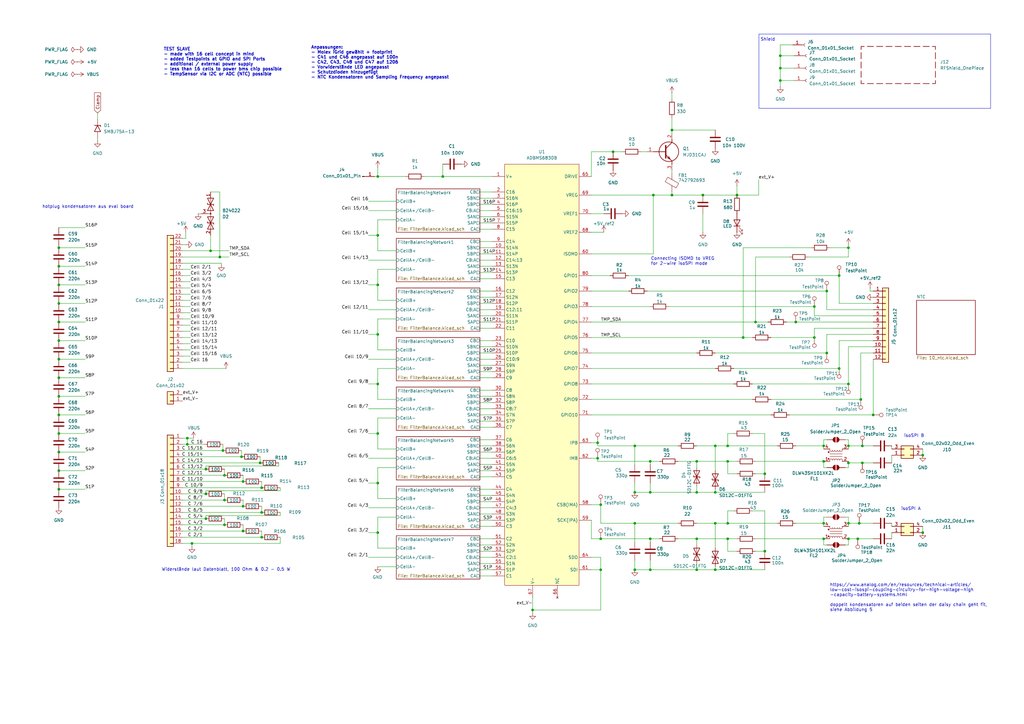
<source format=kicad_sch>
(kicad_sch
	(version 20231120)
	(generator "eeschema")
	(generator_version "8.0")
	(uuid "64eac9c4-e018-49db-b598-a7107a0db15b")
	(paper "A3")
	(lib_symbols
		(symbol "ADBMS6830B_lang:ADBMS6830B_Tall"
			(exclude_from_sim no)
			(in_bom yes)
			(on_board yes)
			(property "Reference" "U"
				(at 0 1.27 0)
				(effects
					(font
						(size 1.27 1.27)
					)
				)
			)
			(property "Value" "ADBMS6830B"
				(at 0 -1.27 0)
				(effects
					(font
						(size 1.27 1.27)
					)
				)
			)
			(property "Footprint" "ADBMS6830:QFP-80_12x12_Pitch0.5mm"
				(at -48.26 53.34 0)
				(effects
					(font
						(size 1.27 1.27)
					)
					(hide yes)
				)
			)
			(property "Datasheet" "~/ADBMS6830B_ADI.pdf"
				(at -48.26 53.34 0)
				(effects
					(font
						(size 1.27 1.27)
					)
					(hide yes)
				)
			)
			(property "Description" ""
				(at 0 0 0)
				(effects
					(font
						(size 1.27 1.27)
					)
					(hide yes)
				)
			)
			(symbol "ADBMS6830B_Tall_1_0"
				(pin input line
					(at -20.32 46.99 0)
					(length 5)
					(name "C14:13"
						(effects
							(font
								(size 1.27 1.27)
							)
						)
					)
					(number "12"
						(effects
							(font
								(size 1.27 1.27)
							)
						)
					)
				)
				(pin input line
					(at -20.32 6.35 0)
					(length 5)
					(name "C10:9"
						(effects
							(font
								(size 1.27 1.27)
							)
						)
					)
					(number "26"
						(effects
							(font
								(size 1.27 1.27)
							)
						)
					)
				)
				(pin input line
					(at -20.32 -13.97 0)
					(length 5)
					(name "C8:7"
						(effects
							(font
								(size 1.27 1.27)
							)
						)
					)
					(number "33"
						(effects
							(font
								(size 1.27 1.27)
							)
						)
					)
				)
				(pin input line
					(at -20.32 -34.29 0)
					(length 5)
					(name "C6:5"
						(effects
							(font
								(size 1.27 1.27)
							)
						)
					)
					(number "40"
						(effects
							(font
								(size 1.27 1.27)
							)
						)
					)
				)
				(pin input line
					(at -20.32 -54.61 0)
					(length 5)
					(name "C4:3"
						(effects
							(font
								(size 1.27 1.27)
							)
						)
					)
					(number "47"
						(effects
							(font
								(size 1.27 1.27)
							)
						)
					)
				)
				(pin input line
					(at -20.32 -74.93 0)
					(length 5)
					(name "C2:1"
						(effects
							(font
								(size 1.27 1.27)
							)
						)
					)
					(number "54"
						(effects
							(font
								(size 1.27 1.27)
							)
						)
					)
				)
				(pin no_connect line
					(at 6.35 -91.44 90)
					(length 5)
					(name "NC"
						(effects
							(font
								(size 1.27 1.27)
							)
						)
					)
					(number "66"
						(effects
							(font
								(size 1.27 1.27)
							)
						)
					)
				)
				(pin bidirectional line
					(at 20.32 -16.51 180)
					(length 5)
					(name "GPIO10"
						(effects
							(font
								(size 1.27 1.27)
							)
						)
					)
					(number "71"
						(effects
							(font
								(size 1.27 1.27)
							)
						)
					)
				)
			)
			(symbol "ADBMS6830B_Tall_1_1"
				(rectangle
					(start -15.24 86.36)
					(end 15.24 -86.36)
					(stroke
						(width 0)
						(type default)
					)
					(fill
						(type background)
					)
				)
				(pin power_out line
					(at -20.32 81.28 0)
					(length 5)
					(name "V+"
						(effects
							(font
								(size 1.27 1.27)
							)
						)
					)
					(number "1"
						(effects
							(font
								(size 1.27 1.27)
							)
						)
					)
				)
				(pin input line
					(at -20.32 52.07 0)
					(length 5)
					(name "S14N"
						(effects
							(font
								(size 1.27 1.27)
							)
						)
					)
					(number "10"
						(effects
							(font
								(size 1.27 1.27)
							)
						)
					)
				)
				(pin input line
					(at -20.32 49.53 0)
					(length 5)
					(name "S14P"
						(effects
							(font
								(size 1.27 1.27)
							)
						)
					)
					(number "11"
						(effects
							(font
								(size 1.27 1.27)
							)
						)
					)
				)
				(pin input line
					(at -20.32 44.45 0)
					(length 5)
					(name "S13N"
						(effects
							(font
								(size 1.27 1.27)
							)
						)
					)
					(number "13"
						(effects
							(font
								(size 1.27 1.27)
							)
						)
					)
				)
				(pin input line
					(at -20.32 41.91 0)
					(length 5)
					(name "S13P"
						(effects
							(font
								(size 1.27 1.27)
							)
						)
					)
					(number "14"
						(effects
							(font
								(size 1.27 1.27)
							)
						)
					)
				)
				(pin input line
					(at -20.32 39.37 0)
					(length 5)
					(name "C13"
						(effects
							(font
								(size 1.27 1.27)
							)
						)
					)
					(number "15"
						(effects
							(font
								(size 1.27 1.27)
							)
						)
					)
				)
				(pin input line
					(at -20.32 34.29 0)
					(length 5)
					(name "C12"
						(effects
							(font
								(size 1.27 1.27)
							)
						)
					)
					(number "16"
						(effects
							(font
								(size 1.27 1.27)
							)
						)
					)
				)
				(pin input line
					(at -20.32 31.75 0)
					(length 5)
					(name "S12N"
						(effects
							(font
								(size 1.27 1.27)
							)
						)
					)
					(number "17"
						(effects
							(font
								(size 1.27 1.27)
							)
						)
					)
				)
				(pin input line
					(at -20.32 29.21 0)
					(length 5)
					(name "S12P"
						(effects
							(font
								(size 1.27 1.27)
							)
						)
					)
					(number "18"
						(effects
							(font
								(size 1.27 1.27)
							)
						)
					)
				)
				(pin input line
					(at -20.32 26.67 0)
					(length 5)
					(name "C12:11"
						(effects
							(font
								(size 1.27 1.27)
							)
						)
					)
					(number "19"
						(effects
							(font
								(size 1.27 1.27)
							)
						)
					)
				)
				(pin input line
					(at -20.32 74.93 0)
					(length 5)
					(name "C16"
						(effects
							(font
								(size 1.27 1.27)
							)
						)
					)
					(number "2"
						(effects
							(font
								(size 1.27 1.27)
							)
						)
					)
				)
				(pin input line
					(at -20.32 24.13 0)
					(length 5)
					(name "S11N"
						(effects
							(font
								(size 1.27 1.27)
							)
						)
					)
					(number "20"
						(effects
							(font
								(size 1.27 1.27)
							)
						)
					)
				)
				(pin input line
					(at -20.32 21.59 0)
					(length 5)
					(name "S11P"
						(effects
							(font
								(size 1.27 1.27)
							)
						)
					)
					(number "21"
						(effects
							(font
								(size 1.27 1.27)
							)
						)
					)
				)
				(pin input line
					(at -20.32 19.05 0)
					(length 5)
					(name "C11"
						(effects
							(font
								(size 1.27 1.27)
							)
						)
					)
					(number "22"
						(effects
							(font
								(size 1.27 1.27)
							)
						)
					)
				)
				(pin input line
					(at -20.32 13.97 0)
					(length 5)
					(name "C10"
						(effects
							(font
								(size 1.27 1.27)
							)
						)
					)
					(number "23"
						(effects
							(font
								(size 1.27 1.27)
							)
						)
					)
				)
				(pin input line
					(at -20.32 11.43 0)
					(length 5)
					(name "S10N"
						(effects
							(font
								(size 1.27 1.27)
							)
						)
					)
					(number "24"
						(effects
							(font
								(size 1.27 1.27)
							)
						)
					)
				)
				(pin input line
					(at -20.32 8.89 0)
					(length 5)
					(name "S10P"
						(effects
							(font
								(size 1.27 1.27)
							)
						)
					)
					(number "25"
						(effects
							(font
								(size 1.27 1.27)
							)
						)
					)
				)
				(pin input line
					(at -20.32 3.81 0)
					(length 5)
					(name "S9N"
						(effects
							(font
								(size 1.27 1.27)
							)
						)
					)
					(number "27"
						(effects
							(font
								(size 1.27 1.27)
							)
						)
					)
				)
				(pin input line
					(at -20.32 1.27 0)
					(length 5)
					(name "S9P"
						(effects
							(font
								(size 1.27 1.27)
							)
						)
					)
					(number "28"
						(effects
							(font
								(size 1.27 1.27)
							)
						)
					)
				)
				(pin input line
					(at -20.32 -1.27 0)
					(length 5)
					(name "C9"
						(effects
							(font
								(size 1.27 1.27)
							)
						)
					)
					(number "29"
						(effects
							(font
								(size 1.27 1.27)
							)
						)
					)
				)
				(pin input line
					(at -20.32 72.39 0)
					(length 5)
					(name "S16N"
						(effects
							(font
								(size 1.27 1.27)
							)
						)
					)
					(number "3"
						(effects
							(font
								(size 1.27 1.27)
							)
						)
					)
				)
				(pin input line
					(at -20.32 -6.35 0)
					(length 5)
					(name "C8"
						(effects
							(font
								(size 1.27 1.27)
							)
						)
					)
					(number "30"
						(effects
							(font
								(size 1.27 1.27)
							)
						)
					)
				)
				(pin input line
					(at -20.32 -8.89 0)
					(length 5)
					(name "S8N"
						(effects
							(font
								(size 1.27 1.27)
							)
						)
					)
					(number "31"
						(effects
							(font
								(size 1.27 1.27)
							)
						)
					)
				)
				(pin input line
					(at -20.32 -11.43 0)
					(length 5)
					(name "S8P"
						(effects
							(font
								(size 1.27 1.27)
							)
						)
					)
					(number "32"
						(effects
							(font
								(size 1.27 1.27)
							)
						)
					)
				)
				(pin input line
					(at -20.32 -16.51 0)
					(length 5)
					(name "S7N"
						(effects
							(font
								(size 1.27 1.27)
							)
						)
					)
					(number "34"
						(effects
							(font
								(size 1.27 1.27)
							)
						)
					)
				)
				(pin input line
					(at -20.32 -19.05 0)
					(length 5)
					(name "S7P"
						(effects
							(font
								(size 1.27 1.27)
							)
						)
					)
					(number "35"
						(effects
							(font
								(size 1.27 1.27)
							)
						)
					)
				)
				(pin input line
					(at -20.32 -21.59 0)
					(length 5)
					(name "C7"
						(effects
							(font
								(size 1.27 1.27)
							)
						)
					)
					(number "36"
						(effects
							(font
								(size 1.27 1.27)
							)
						)
					)
				)
				(pin input line
					(at -20.32 -26.67 0)
					(length 5)
					(name "C6"
						(effects
							(font
								(size 1.27 1.27)
							)
						)
					)
					(number "37"
						(effects
							(font
								(size 1.27 1.27)
							)
						)
					)
				)
				(pin input line
					(at -20.32 -29.21 0)
					(length 5)
					(name "S6N"
						(effects
							(font
								(size 1.27 1.27)
							)
						)
					)
					(number "38"
						(effects
							(font
								(size 1.27 1.27)
							)
						)
					)
				)
				(pin input line
					(at -20.32 -31.75 0)
					(length 5)
					(name "S6P"
						(effects
							(font
								(size 1.27 1.27)
							)
						)
					)
					(number "39"
						(effects
							(font
								(size 1.27 1.27)
							)
						)
					)
				)
				(pin input line
					(at -20.32 69.85 0)
					(length 5)
					(name "S16P"
						(effects
							(font
								(size 1.27 1.27)
							)
						)
					)
					(number "4"
						(effects
							(font
								(size 1.27 1.27)
							)
						)
					)
				)
				(pin input line
					(at -20.32 -36.83 0)
					(length 5)
					(name "S5N"
						(effects
							(font
								(size 1.27 1.27)
							)
						)
					)
					(number "41"
						(effects
							(font
								(size 1.27 1.27)
							)
						)
					)
				)
				(pin input line
					(at -20.32 -39.37 0)
					(length 5)
					(name "S5P"
						(effects
							(font
								(size 1.27 1.27)
							)
						)
					)
					(number "42"
						(effects
							(font
								(size 1.27 1.27)
							)
						)
					)
				)
				(pin input line
					(at -20.32 -41.91 0)
					(length 5)
					(name "C5"
						(effects
							(font
								(size 1.27 1.27)
							)
						)
					)
					(number "43"
						(effects
							(font
								(size 1.27 1.27)
							)
						)
					)
				)
				(pin input line
					(at -20.32 -46.99 0)
					(length 5)
					(name "C4"
						(effects
							(font
								(size 1.27 1.27)
							)
						)
					)
					(number "44"
						(effects
							(font
								(size 1.27 1.27)
							)
						)
					)
				)
				(pin input line
					(at -20.32 -49.53 0)
					(length 5)
					(name "S4N"
						(effects
							(font
								(size 1.27 1.27)
							)
						)
					)
					(number "45"
						(effects
							(font
								(size 1.27 1.27)
							)
						)
					)
				)
				(pin input line
					(at -20.32 -52.07 0)
					(length 5)
					(name "S4P"
						(effects
							(font
								(size 1.27 1.27)
							)
						)
					)
					(number "46"
						(effects
							(font
								(size 1.27 1.27)
							)
						)
					)
				)
				(pin input line
					(at -20.32 -57.15 0)
					(length 5)
					(name "S3N"
						(effects
							(font
								(size 1.27 1.27)
							)
						)
					)
					(number "48"
						(effects
							(font
								(size 1.27 1.27)
							)
						)
					)
				)
				(pin input line
					(at -20.32 -59.69 0)
					(length 5)
					(name "S3P"
						(effects
							(font
								(size 1.27 1.27)
							)
						)
					)
					(number "49"
						(effects
							(font
								(size 1.27 1.27)
							)
						)
					)
				)
				(pin input line
					(at -20.32 67.31 0)
					(length 5)
					(name "C16:15"
						(effects
							(font
								(size 1.27 1.27)
							)
						)
					)
					(number "5"
						(effects
							(font
								(size 1.27 1.27)
							)
						)
					)
				)
				(pin input line
					(at -20.32 -62.23 0)
					(length 5)
					(name "C3"
						(effects
							(font
								(size 1.27 1.27)
							)
						)
					)
					(number "50"
						(effects
							(font
								(size 1.27 1.27)
							)
						)
					)
				)
				(pin input line
					(at -20.32 -67.31 0)
					(length 5)
					(name "C2"
						(effects
							(font
								(size 1.27 1.27)
							)
						)
					)
					(number "51"
						(effects
							(font
								(size 1.27 1.27)
							)
						)
					)
				)
				(pin input line
					(at -20.32 -69.85 0)
					(length 5)
					(name "S2N"
						(effects
							(font
								(size 1.27 1.27)
							)
						)
					)
					(number "52"
						(effects
							(font
								(size 1.27 1.27)
							)
						)
					)
				)
				(pin input line
					(at -20.32 -72.39 0)
					(length 5)
					(name "S2P"
						(effects
							(font
								(size 1.27 1.27)
							)
						)
					)
					(number "53"
						(effects
							(font
								(size 1.27 1.27)
							)
						)
					)
				)
				(pin input line
					(at -20.32 -77.47 0)
					(length 5)
					(name "S1N"
						(effects
							(font
								(size 1.27 1.27)
							)
						)
					)
					(number "55"
						(effects
							(font
								(size 1.27 1.27)
							)
						)
					)
				)
				(pin input line
					(at -20.32 -80.01 0)
					(length 5)
					(name "S1P"
						(effects
							(font
								(size 1.27 1.27)
							)
						)
					)
					(number "56"
						(effects
							(font
								(size 1.27 1.27)
							)
						)
					)
				)
				(pin input line
					(at -20.32 -82.55 0)
					(length 5)
					(name "C1"
						(effects
							(font
								(size 1.27 1.27)
							)
						)
					)
					(number "57"
						(effects
							(font
								(size 1.27 1.27)
							)
						)
					)
				)
				(pin bidirectional line
					(at 20.32 -53.34 180)
					(length 5)
					(name "CSB(IMA)"
						(effects
							(font
								(size 1.27 1.27)
							)
						)
					)
					(number "58"
						(effects
							(font
								(size 1.27 1.27)
							)
						)
					)
				)
				(pin bidirectional line
					(at 20.32 -59.69 180)
					(length 5)
					(name "SCK(IPA)"
						(effects
							(font
								(size 1.27 1.27)
							)
						)
					)
					(number "59"
						(effects
							(font
								(size 1.27 1.27)
							)
						)
					)
				)
				(pin input line
					(at -20.32 64.77 0)
					(length 5)
					(name "S15N"
						(effects
							(font
								(size 1.27 1.27)
							)
						)
					)
					(number "6"
						(effects
							(font
								(size 1.27 1.27)
							)
						)
					)
				)
				(pin bidirectional line
					(at 20.32 49.53 180)
					(length 5)
					(name "ISOMD"
						(effects
							(font
								(size 1.27 1.27)
							)
						)
					)
					(number "60"
						(effects
							(font
								(size 1.27 1.27)
							)
						)
					)
				)
				(pin bidirectional line
					(at 20.32 -80.01 180)
					(length 5)
					(name "SDI"
						(effects
							(font
								(size 1.27 1.27)
							)
						)
					)
					(number "61"
						(effects
							(font
								(size 1.27 1.27)
							)
						)
					)
				)
				(pin bidirectional line
					(at 20.32 -34.29 180)
					(length 5)
					(name "IMB"
						(effects
							(font
								(size 1.27 1.27)
							)
						)
					)
					(number "62"
						(effects
							(font
								(size 1.27 1.27)
							)
						)
					)
				)
				(pin bidirectional line
					(at 20.32 -27.94 180)
					(length 5)
					(name "IPB"
						(effects
							(font
								(size 1.27 1.27)
							)
						)
					)
					(number "63"
						(effects
							(font
								(size 1.27 1.27)
							)
						)
					)
				)
				(pin bidirectional line
					(at 20.32 -74.93 180)
					(length 5)
					(name "SDO"
						(effects
							(font
								(size 1.27 1.27)
							)
						)
					)
					(number "64"
						(effects
							(font
								(size 1.27 1.27)
							)
						)
					)
				)
				(pin bidirectional line
					(at 20.32 81.28 180)
					(length 5)
					(name "DRIVE"
						(effects
							(font
								(size 1.27 1.27)
							)
						)
					)
					(number "65"
						(effects
							(font
								(size 1.27 1.27)
							)
						)
					)
				)
				(pin input line
					(at -3.81 -91.44 90)
					(length 5)
					(name "V-"
						(effects
							(font
								(size 1.27 1.27)
							)
						)
					)
					(number "67"
						(effects
							(font
								(size 1.27 1.27)
							)
						)
					)
				)
				(pin power_out line
					(at 20.32 58.42 180)
					(length 5)
					(name "VREF2"
						(effects
							(font
								(size 1.27 1.27)
							)
						)
					)
					(number "68"
						(effects
							(font
								(size 1.27 1.27)
							)
						)
					)
				)
				(pin input line
					(at 20.32 73.66 180)
					(length 5)
					(name "VREG"
						(effects
							(font
								(size 1.27 1.27)
							)
						)
					)
					(number "69"
						(effects
							(font
								(size 1.27 1.27)
							)
						)
					)
				)
				(pin input line
					(at -20.32 62.23 0)
					(length 5)
					(name "S15P"
						(effects
							(font
								(size 1.27 1.27)
							)
						)
					)
					(number "7"
						(effects
							(font
								(size 1.27 1.27)
							)
						)
					)
				)
				(pin power_out line
					(at 20.32 66.04 180)
					(length 5)
					(name "VREF1"
						(effects
							(font
								(size 1.27 1.27)
							)
						)
					)
					(number "70"
						(effects
							(font
								(size 1.27 1.27)
							)
						)
					)
				)
				(pin bidirectional line
					(at 20.32 -10.16 180)
					(length 5)
					(name "GPIO9"
						(effects
							(font
								(size 1.27 1.27)
							)
						)
					)
					(number "72"
						(effects
							(font
								(size 1.27 1.27)
							)
						)
					)
				)
				(pin bidirectional line
					(at 20.32 -3.81 180)
					(length 5)
					(name "GPIO8"
						(effects
							(font
								(size 1.27 1.27)
							)
						)
					)
					(number "73"
						(effects
							(font
								(size 1.27 1.27)
							)
						)
					)
				)
				(pin bidirectional line
					(at 20.32 2.54 180)
					(length 5)
					(name "GPIO7"
						(effects
							(font
								(size 1.27 1.27)
							)
						)
					)
					(number "74"
						(effects
							(font
								(size 1.27 1.27)
							)
						)
					)
				)
				(pin bidirectional line
					(at 20.32 8.89 180)
					(length 5)
					(name "GPIO6"
						(effects
							(font
								(size 1.27 1.27)
							)
						)
					)
					(number "75"
						(effects
							(font
								(size 1.27 1.27)
							)
						)
					)
				)
				(pin bidirectional line
					(at 20.32 15.24 180)
					(length 5)
					(name "GPIO5"
						(effects
							(font
								(size 1.27 1.27)
							)
						)
					)
					(number "76"
						(effects
							(font
								(size 1.27 1.27)
							)
						)
					)
				)
				(pin bidirectional line
					(at 20.32 21.59 180)
					(length 5)
					(name "GPIO4"
						(effects
							(font
								(size 1.27 1.27)
							)
						)
					)
					(number "77"
						(effects
							(font
								(size 1.27 1.27)
							)
						)
					)
				)
				(pin bidirectional line
					(at 20.32 27.94 180)
					(length 5)
					(name "GPIO3"
						(effects
							(font
								(size 1.27 1.27)
							)
						)
					)
					(number "78"
						(effects
							(font
								(size 1.27 1.27)
							)
						)
					)
				)
				(pin bidirectional line
					(at 20.32 34.29 180)
					(length 5)
					(name "GPIO2"
						(effects
							(font
								(size 1.27 1.27)
							)
						)
					)
					(number "79"
						(effects
							(font
								(size 1.27 1.27)
							)
						)
					)
				)
				(pin input line
					(at -20.32 59.69 0)
					(length 5)
					(name "C15"
						(effects
							(font
								(size 1.27 1.27)
							)
						)
					)
					(number "8"
						(effects
							(font
								(size 1.27 1.27)
							)
						)
					)
				)
				(pin bidirectional line
					(at 20.32 40.64 180)
					(length 5)
					(name "GPIO1"
						(effects
							(font
								(size 1.27 1.27)
							)
						)
					)
					(number "80"
						(effects
							(font
								(size 1.27 1.27)
							)
						)
					)
				)
				(pin input line
					(at -20.32 54.61 0)
					(length 5)
					(name "C14"
						(effects
							(font
								(size 1.27 1.27)
							)
						)
					)
					(number "9"
						(effects
							(font
								(size 1.27 1.27)
							)
						)
					)
				)
			)
		)
		(symbol "Connector:Conn_01x01_Pin"
			(pin_names
				(offset 1.016) hide)
			(exclude_from_sim no)
			(in_bom yes)
			(on_board yes)
			(property "Reference" "J"
				(at 0 2.54 0)
				(effects
					(font
						(size 1.27 1.27)
					)
				)
			)
			(property "Value" "Conn_01x01_Pin"
				(at 0 -2.54 0)
				(effects
					(font
						(size 1.27 1.27)
					)
				)
			)
			(property "Footprint" ""
				(at 0 0 0)
				(effects
					(font
						(size 1.27 1.27)
					)
					(hide yes)
				)
			)
			(property "Datasheet" "~"
				(at 0 0 0)
				(effects
					(font
						(size 1.27 1.27)
					)
					(hide yes)
				)
			)
			(property "Description" "Generic connector, single row, 01x01, script generated"
				(at 0 0 0)
				(effects
					(font
						(size 1.27 1.27)
					)
					(hide yes)
				)
			)
			(property "ki_locked" ""
				(at 0 0 0)
				(effects
					(font
						(size 1.27 1.27)
					)
				)
			)
			(property "ki_keywords" "connector"
				(at 0 0 0)
				(effects
					(font
						(size 1.27 1.27)
					)
					(hide yes)
				)
			)
			(property "ki_fp_filters" "Connector*:*_1x??_*"
				(at 0 0 0)
				(effects
					(font
						(size 1.27 1.27)
					)
					(hide yes)
				)
			)
			(symbol "Conn_01x01_Pin_1_1"
				(polyline
					(pts
						(xy 1.27 0) (xy 0.8636 0)
					)
					(stroke
						(width 0.1524)
						(type default)
					)
					(fill
						(type none)
					)
				)
				(rectangle
					(start 0.8636 0.127)
					(end 0 -0.127)
					(stroke
						(width 0.1524)
						(type default)
					)
					(fill
						(type outline)
					)
				)
				(pin passive line
					(at 5.08 0 180)
					(length 3.81)
					(name "Pin_1"
						(effects
							(font
								(size 1.27 1.27)
							)
						)
					)
					(number "1"
						(effects
							(font
								(size 1.27 1.27)
							)
						)
					)
				)
			)
		)
		(symbol "Connector:Conn_01x01_Socket"
			(pin_names
				(offset 1.016) hide)
			(exclude_from_sim no)
			(in_bom yes)
			(on_board yes)
			(property "Reference" "J"
				(at 0 2.54 0)
				(effects
					(font
						(size 1.27 1.27)
					)
				)
			)
			(property "Value" "Conn_01x01_Socket"
				(at 0 -2.54 0)
				(effects
					(font
						(size 1.27 1.27)
					)
				)
			)
			(property "Footprint" ""
				(at 0 0 0)
				(effects
					(font
						(size 1.27 1.27)
					)
					(hide yes)
				)
			)
			(property "Datasheet" "~"
				(at 0 0 0)
				(effects
					(font
						(size 1.27 1.27)
					)
					(hide yes)
				)
			)
			(property "Description" "Generic connector, single row, 01x01, script generated"
				(at 0 0 0)
				(effects
					(font
						(size 1.27 1.27)
					)
					(hide yes)
				)
			)
			(property "ki_locked" ""
				(at 0 0 0)
				(effects
					(font
						(size 1.27 1.27)
					)
				)
			)
			(property "ki_keywords" "connector"
				(at 0 0 0)
				(effects
					(font
						(size 1.27 1.27)
					)
					(hide yes)
				)
			)
			(property "ki_fp_filters" "Connector*:*_1x??_*"
				(at 0 0 0)
				(effects
					(font
						(size 1.27 1.27)
					)
					(hide yes)
				)
			)
			(symbol "Conn_01x01_Socket_1_1"
				(polyline
					(pts
						(xy -1.27 0) (xy -0.508 0)
					)
					(stroke
						(width 0.1524)
						(type default)
					)
					(fill
						(type none)
					)
				)
				(arc
					(start 0 0.508)
					(mid -0.5058 0)
					(end 0 -0.508)
					(stroke
						(width 0.1524)
						(type default)
					)
					(fill
						(type none)
					)
				)
				(pin passive line
					(at -5.08 0 0)
					(length 3.81)
					(name "Pin_1"
						(effects
							(font
								(size 1.27 1.27)
							)
						)
					)
					(number "1"
						(effects
							(font
								(size 1.27 1.27)
							)
						)
					)
				)
			)
		)
		(symbol "Connector:TestPoint"
			(pin_numbers hide)
			(pin_names
				(offset 0.762) hide)
			(exclude_from_sim no)
			(in_bom yes)
			(on_board yes)
			(property "Reference" "TP"
				(at 0 6.858 0)
				(effects
					(font
						(size 1.27 1.27)
					)
				)
			)
			(property "Value" "TestPoint"
				(at 0 5.08 0)
				(effects
					(font
						(size 1.27 1.27)
					)
				)
			)
			(property "Footprint" ""
				(at 5.08 0 0)
				(effects
					(font
						(size 1.27 1.27)
					)
					(hide yes)
				)
			)
			(property "Datasheet" "~"
				(at 5.08 0 0)
				(effects
					(font
						(size 1.27 1.27)
					)
					(hide yes)
				)
			)
			(property "Description" "test point"
				(at 0 0 0)
				(effects
					(font
						(size 1.27 1.27)
					)
					(hide yes)
				)
			)
			(property "ki_keywords" "test point tp"
				(at 0 0 0)
				(effects
					(font
						(size 1.27 1.27)
					)
					(hide yes)
				)
			)
			(property "ki_fp_filters" "Pin* Test*"
				(at 0 0 0)
				(effects
					(font
						(size 1.27 1.27)
					)
					(hide yes)
				)
			)
			(symbol "TestPoint_0_1"
				(circle
					(center 0 3.302)
					(radius 0.762)
					(stroke
						(width 0)
						(type default)
					)
					(fill
						(type none)
					)
				)
			)
			(symbol "TestPoint_1_1"
				(pin passive line
					(at 0 0 90)
					(length 2.54)
					(name "1"
						(effects
							(font
								(size 1.27 1.27)
							)
						)
					)
					(number "1"
						(effects
							(font
								(size 1.27 1.27)
							)
						)
					)
				)
			)
		)
		(symbol "Connector_Generic:Conn_01x02"
			(pin_names
				(offset 1.016) hide)
			(exclude_from_sim no)
			(in_bom yes)
			(on_board yes)
			(property "Reference" "J"
				(at 0 2.54 0)
				(effects
					(font
						(size 1.27 1.27)
					)
				)
			)
			(property "Value" "Conn_01x02"
				(at 0 -5.08 0)
				(effects
					(font
						(size 1.27 1.27)
					)
				)
			)
			(property "Footprint" ""
				(at 0 0 0)
				(effects
					(font
						(size 1.27 1.27)
					)
					(hide yes)
				)
			)
			(property "Datasheet" "~"
				(at 0 0 0)
				(effects
					(font
						(size 1.27 1.27)
					)
					(hide yes)
				)
			)
			(property "Description" "Generic connector, single row, 01x02, script generated (kicad-library-utils/schlib/autogen/connector/)"
				(at 0 0 0)
				(effects
					(font
						(size 1.27 1.27)
					)
					(hide yes)
				)
			)
			(property "ki_keywords" "connector"
				(at 0 0 0)
				(effects
					(font
						(size 1.27 1.27)
					)
					(hide yes)
				)
			)
			(property "ki_fp_filters" "Connector*:*_1x??_*"
				(at 0 0 0)
				(effects
					(font
						(size 1.27 1.27)
					)
					(hide yes)
				)
			)
			(symbol "Conn_01x02_1_1"
				(rectangle
					(start -1.27 -2.413)
					(end 0 -2.667)
					(stroke
						(width 0.1524)
						(type default)
					)
					(fill
						(type none)
					)
				)
				(rectangle
					(start -1.27 0.127)
					(end 0 -0.127)
					(stroke
						(width 0.1524)
						(type default)
					)
					(fill
						(type none)
					)
				)
				(rectangle
					(start -1.27 1.27)
					(end 1.27 -3.81)
					(stroke
						(width 0.254)
						(type default)
					)
					(fill
						(type background)
					)
				)
				(pin passive line
					(at -5.08 0 0)
					(length 3.81)
					(name "Pin_1"
						(effects
							(font
								(size 1.27 1.27)
							)
						)
					)
					(number "1"
						(effects
							(font
								(size 1.27 1.27)
							)
						)
					)
				)
				(pin passive line
					(at -5.08 -2.54 0)
					(length 3.81)
					(name "Pin_2"
						(effects
							(font
								(size 1.27 1.27)
							)
						)
					)
					(number "2"
						(effects
							(font
								(size 1.27 1.27)
							)
						)
					)
				)
			)
		)
		(symbol "Connector_Generic:Conn_01x12"
			(pin_names
				(offset 1.016) hide)
			(exclude_from_sim no)
			(in_bom yes)
			(on_board yes)
			(property "Reference" "J"
				(at 0 15.24 0)
				(effects
					(font
						(size 1.27 1.27)
					)
				)
			)
			(property "Value" "Conn_01x12"
				(at 0 -17.78 0)
				(effects
					(font
						(size 1.27 1.27)
					)
				)
			)
			(property "Footprint" ""
				(at 0 0 0)
				(effects
					(font
						(size 1.27 1.27)
					)
					(hide yes)
				)
			)
			(property "Datasheet" "~"
				(at 0 0 0)
				(effects
					(font
						(size 1.27 1.27)
					)
					(hide yes)
				)
			)
			(property "Description" "Generic connector, single row, 01x12, script generated (kicad-library-utils/schlib/autogen/connector/)"
				(at 0 0 0)
				(effects
					(font
						(size 1.27 1.27)
					)
					(hide yes)
				)
			)
			(property "ki_keywords" "connector"
				(at 0 0 0)
				(effects
					(font
						(size 1.27 1.27)
					)
					(hide yes)
				)
			)
			(property "ki_fp_filters" "Connector*:*_1x??_*"
				(at 0 0 0)
				(effects
					(font
						(size 1.27 1.27)
					)
					(hide yes)
				)
			)
			(symbol "Conn_01x12_1_1"
				(rectangle
					(start -1.27 -15.113)
					(end 0 -15.367)
					(stroke
						(width 0.1524)
						(type default)
					)
					(fill
						(type none)
					)
				)
				(rectangle
					(start -1.27 -12.573)
					(end 0 -12.827)
					(stroke
						(width 0.1524)
						(type default)
					)
					(fill
						(type none)
					)
				)
				(rectangle
					(start -1.27 -10.033)
					(end 0 -10.287)
					(stroke
						(width 0.1524)
						(type default)
					)
					(fill
						(type none)
					)
				)
				(rectangle
					(start -1.27 -7.493)
					(end 0 -7.747)
					(stroke
						(width 0.1524)
						(type default)
					)
					(fill
						(type none)
					)
				)
				(rectangle
					(start -1.27 -4.953)
					(end 0 -5.207)
					(stroke
						(width 0.1524)
						(type default)
					)
					(fill
						(type none)
					)
				)
				(rectangle
					(start -1.27 -2.413)
					(end 0 -2.667)
					(stroke
						(width 0.1524)
						(type default)
					)
					(fill
						(type none)
					)
				)
				(rectangle
					(start -1.27 0.127)
					(end 0 -0.127)
					(stroke
						(width 0.1524)
						(type default)
					)
					(fill
						(type none)
					)
				)
				(rectangle
					(start -1.27 2.667)
					(end 0 2.413)
					(stroke
						(width 0.1524)
						(type default)
					)
					(fill
						(type none)
					)
				)
				(rectangle
					(start -1.27 5.207)
					(end 0 4.953)
					(stroke
						(width 0.1524)
						(type default)
					)
					(fill
						(type none)
					)
				)
				(rectangle
					(start -1.27 7.747)
					(end 0 7.493)
					(stroke
						(width 0.1524)
						(type default)
					)
					(fill
						(type none)
					)
				)
				(rectangle
					(start -1.27 10.287)
					(end 0 10.033)
					(stroke
						(width 0.1524)
						(type default)
					)
					(fill
						(type none)
					)
				)
				(rectangle
					(start -1.27 12.827)
					(end 0 12.573)
					(stroke
						(width 0.1524)
						(type default)
					)
					(fill
						(type none)
					)
				)
				(rectangle
					(start -1.27 13.97)
					(end 1.27 -16.51)
					(stroke
						(width 0.254)
						(type default)
					)
					(fill
						(type background)
					)
				)
				(pin passive line
					(at -5.08 12.7 0)
					(length 3.81)
					(name "Pin_1"
						(effects
							(font
								(size 1.27 1.27)
							)
						)
					)
					(number "1"
						(effects
							(font
								(size 1.27 1.27)
							)
						)
					)
				)
				(pin passive line
					(at -5.08 -10.16 0)
					(length 3.81)
					(name "Pin_10"
						(effects
							(font
								(size 1.27 1.27)
							)
						)
					)
					(number "10"
						(effects
							(font
								(size 1.27 1.27)
							)
						)
					)
				)
				(pin passive line
					(at -5.08 -12.7 0)
					(length 3.81)
					(name "Pin_11"
						(effects
							(font
								(size 1.27 1.27)
							)
						)
					)
					(number "11"
						(effects
							(font
								(size 1.27 1.27)
							)
						)
					)
				)
				(pin passive line
					(at -5.08 -15.24 0)
					(length 3.81)
					(name "Pin_12"
						(effects
							(font
								(size 1.27 1.27)
							)
						)
					)
					(number "12"
						(effects
							(font
								(size 1.27 1.27)
							)
						)
					)
				)
				(pin passive line
					(at -5.08 10.16 0)
					(length 3.81)
					(name "Pin_2"
						(effects
							(font
								(size 1.27 1.27)
							)
						)
					)
					(number "2"
						(effects
							(font
								(size 1.27 1.27)
							)
						)
					)
				)
				(pin passive line
					(at -5.08 7.62 0)
					(length 3.81)
					(name "Pin_3"
						(effects
							(font
								(size 1.27 1.27)
							)
						)
					)
					(number "3"
						(effects
							(font
								(size 1.27 1.27)
							)
						)
					)
				)
				(pin passive line
					(at -5.08 5.08 0)
					(length 3.81)
					(name "Pin_4"
						(effects
							(font
								(size 1.27 1.27)
							)
						)
					)
					(number "4"
						(effects
							(font
								(size 1.27 1.27)
							)
						)
					)
				)
				(pin passive line
					(at -5.08 2.54 0)
					(length 3.81)
					(name "Pin_5"
						(effects
							(font
								(size 1.27 1.27)
							)
						)
					)
					(number "5"
						(effects
							(font
								(size 1.27 1.27)
							)
						)
					)
				)
				(pin passive line
					(at -5.08 0 0)
					(length 3.81)
					(name "Pin_6"
						(effects
							(font
								(size 1.27 1.27)
							)
						)
					)
					(number "6"
						(effects
							(font
								(size 1.27 1.27)
							)
						)
					)
				)
				(pin passive line
					(at -5.08 -2.54 0)
					(length 3.81)
					(name "Pin_7"
						(effects
							(font
								(size 1.27 1.27)
							)
						)
					)
					(number "7"
						(effects
							(font
								(size 1.27 1.27)
							)
						)
					)
				)
				(pin passive line
					(at -5.08 -5.08 0)
					(length 3.81)
					(name "Pin_8"
						(effects
							(font
								(size 1.27 1.27)
							)
						)
					)
					(number "8"
						(effects
							(font
								(size 1.27 1.27)
							)
						)
					)
				)
				(pin passive line
					(at -5.08 -7.62 0)
					(length 3.81)
					(name "Pin_9"
						(effects
							(font
								(size 1.27 1.27)
							)
						)
					)
					(number "9"
						(effects
							(font
								(size 1.27 1.27)
							)
						)
					)
				)
			)
		)
		(symbol "Connector_Generic:Conn_01x18"
			(pin_names
				(offset 1.016) hide)
			(exclude_from_sim no)
			(in_bom yes)
			(on_board yes)
			(property "Reference" "J"
				(at 0 22.86 0)
				(effects
					(font
						(size 1.27 1.27)
					)
				)
			)
			(property "Value" "Conn_01x18"
				(at 0 -25.4 0)
				(effects
					(font
						(size 1.27 1.27)
					)
				)
			)
			(property "Footprint" ""
				(at 0 0 0)
				(effects
					(font
						(size 1.27 1.27)
					)
					(hide yes)
				)
			)
			(property "Datasheet" "~"
				(at 0 0 0)
				(effects
					(font
						(size 1.27 1.27)
					)
					(hide yes)
				)
			)
			(property "Description" "Generic connector, single row, 01x18, script generated (kicad-library-utils/schlib/autogen/connector/)"
				(at 0 0 0)
				(effects
					(font
						(size 1.27 1.27)
					)
					(hide yes)
				)
			)
			(property "ki_keywords" "connector"
				(at 0 0 0)
				(effects
					(font
						(size 1.27 1.27)
					)
					(hide yes)
				)
			)
			(property "ki_fp_filters" "Connector*:*_1x??_*"
				(at 0 0 0)
				(effects
					(font
						(size 1.27 1.27)
					)
					(hide yes)
				)
			)
			(symbol "Conn_01x18_1_1"
				(rectangle
					(start -1.27 -22.733)
					(end 0 -22.987)
					(stroke
						(width 0.1524)
						(type default)
					)
					(fill
						(type none)
					)
				)
				(rectangle
					(start -1.27 -20.193)
					(end 0 -20.447)
					(stroke
						(width 0.1524)
						(type default)
					)
					(fill
						(type none)
					)
				)
				(rectangle
					(start -1.27 -17.653)
					(end 0 -17.907)
					(stroke
						(width 0.1524)
						(type default)
					)
					(fill
						(type none)
					)
				)
				(rectangle
					(start -1.27 -15.113)
					(end 0 -15.367)
					(stroke
						(width 0.1524)
						(type default)
					)
					(fill
						(type none)
					)
				)
				(rectangle
					(start -1.27 -12.573)
					(end 0 -12.827)
					(stroke
						(width 0.1524)
						(type default)
					)
					(fill
						(type none)
					)
				)
				(rectangle
					(start -1.27 -10.033)
					(end 0 -10.287)
					(stroke
						(width 0.1524)
						(type default)
					)
					(fill
						(type none)
					)
				)
				(rectangle
					(start -1.27 -7.493)
					(end 0 -7.747)
					(stroke
						(width 0.1524)
						(type default)
					)
					(fill
						(type none)
					)
				)
				(rectangle
					(start -1.27 -4.953)
					(end 0 -5.207)
					(stroke
						(width 0.1524)
						(type default)
					)
					(fill
						(type none)
					)
				)
				(rectangle
					(start -1.27 -2.413)
					(end 0 -2.667)
					(stroke
						(width 0.1524)
						(type default)
					)
					(fill
						(type none)
					)
				)
				(rectangle
					(start -1.27 0.127)
					(end 0 -0.127)
					(stroke
						(width 0.1524)
						(type default)
					)
					(fill
						(type none)
					)
				)
				(rectangle
					(start -1.27 2.667)
					(end 0 2.413)
					(stroke
						(width 0.1524)
						(type default)
					)
					(fill
						(type none)
					)
				)
				(rectangle
					(start -1.27 5.207)
					(end 0 4.953)
					(stroke
						(width 0.1524)
						(type default)
					)
					(fill
						(type none)
					)
				)
				(rectangle
					(start -1.27 7.747)
					(end 0 7.493)
					(stroke
						(width 0.1524)
						(type default)
					)
					(fill
						(type none)
					)
				)
				(rectangle
					(start -1.27 10.287)
					(end 0 10.033)
					(stroke
						(width 0.1524)
						(type default)
					)
					(fill
						(type none)
					)
				)
				(rectangle
					(start -1.27 12.827)
					(end 0 12.573)
					(stroke
						(width 0.1524)
						(type default)
					)
					(fill
						(type none)
					)
				)
				(rectangle
					(start -1.27 15.367)
					(end 0 15.113)
					(stroke
						(width 0.1524)
						(type default)
					)
					(fill
						(type none)
					)
				)
				(rectangle
					(start -1.27 17.907)
					(end 0 17.653)
					(stroke
						(width 0.1524)
						(type default)
					)
					(fill
						(type none)
					)
				)
				(rectangle
					(start -1.27 20.447)
					(end 0 20.193)
					(stroke
						(width 0.1524)
						(type default)
					)
					(fill
						(type none)
					)
				)
				(rectangle
					(start -1.27 21.59)
					(end 1.27 -24.13)
					(stroke
						(width 0.254)
						(type default)
					)
					(fill
						(type background)
					)
				)
				(pin passive line
					(at -5.08 20.32 0)
					(length 3.81)
					(name "Pin_1"
						(effects
							(font
								(size 1.27 1.27)
							)
						)
					)
					(number "1"
						(effects
							(font
								(size 1.27 1.27)
							)
						)
					)
				)
				(pin passive line
					(at -5.08 -2.54 0)
					(length 3.81)
					(name "Pin_10"
						(effects
							(font
								(size 1.27 1.27)
							)
						)
					)
					(number "10"
						(effects
							(font
								(size 1.27 1.27)
							)
						)
					)
				)
				(pin passive line
					(at -5.08 -5.08 0)
					(length 3.81)
					(name "Pin_11"
						(effects
							(font
								(size 1.27 1.27)
							)
						)
					)
					(number "11"
						(effects
							(font
								(size 1.27 1.27)
							)
						)
					)
				)
				(pin passive line
					(at -5.08 -7.62 0)
					(length 3.81)
					(name "Pin_12"
						(effects
							(font
								(size 1.27 1.27)
							)
						)
					)
					(number "12"
						(effects
							(font
								(size 1.27 1.27)
							)
						)
					)
				)
				(pin passive line
					(at -5.08 -10.16 0)
					(length 3.81)
					(name "Pin_13"
						(effects
							(font
								(size 1.27 1.27)
							)
						)
					)
					(number "13"
						(effects
							(font
								(size 1.27 1.27)
							)
						)
					)
				)
				(pin passive line
					(at -5.08 -12.7 0)
					(length 3.81)
					(name "Pin_14"
						(effects
							(font
								(size 1.27 1.27)
							)
						)
					)
					(number "14"
						(effects
							(font
								(size 1.27 1.27)
							)
						)
					)
				)
				(pin passive line
					(at -5.08 -15.24 0)
					(length 3.81)
					(name "Pin_15"
						(effects
							(font
								(size 1.27 1.27)
							)
						)
					)
					(number "15"
						(effects
							(font
								(size 1.27 1.27)
							)
						)
					)
				)
				(pin passive line
					(at -5.08 -17.78 0)
					(length 3.81)
					(name "Pin_16"
						(effects
							(font
								(size 1.27 1.27)
							)
						)
					)
					(number "16"
						(effects
							(font
								(size 1.27 1.27)
							)
						)
					)
				)
				(pin passive line
					(at -5.08 -20.32 0)
					(length 3.81)
					(name "Pin_17"
						(effects
							(font
								(size 1.27 1.27)
							)
						)
					)
					(number "17"
						(effects
							(font
								(size 1.27 1.27)
							)
						)
					)
				)
				(pin passive line
					(at -5.08 -22.86 0)
					(length 3.81)
					(name "Pin_18"
						(effects
							(font
								(size 1.27 1.27)
							)
						)
					)
					(number "18"
						(effects
							(font
								(size 1.27 1.27)
							)
						)
					)
				)
				(pin passive line
					(at -5.08 17.78 0)
					(length 3.81)
					(name "Pin_2"
						(effects
							(font
								(size 1.27 1.27)
							)
						)
					)
					(number "2"
						(effects
							(font
								(size 1.27 1.27)
							)
						)
					)
				)
				(pin passive line
					(at -5.08 15.24 0)
					(length 3.81)
					(name "Pin_3"
						(effects
							(font
								(size 1.27 1.27)
							)
						)
					)
					(number "3"
						(effects
							(font
								(size 1.27 1.27)
							)
						)
					)
				)
				(pin passive line
					(at -5.08 12.7 0)
					(length 3.81)
					(name "Pin_4"
						(effects
							(font
								(size 1.27 1.27)
							)
						)
					)
					(number "4"
						(effects
							(font
								(size 1.27 1.27)
							)
						)
					)
				)
				(pin passive line
					(at -5.08 10.16 0)
					(length 3.81)
					(name "Pin_5"
						(effects
							(font
								(size 1.27 1.27)
							)
						)
					)
					(number "5"
						(effects
							(font
								(size 1.27 1.27)
							)
						)
					)
				)
				(pin passive line
					(at -5.08 7.62 0)
					(length 3.81)
					(name "Pin_6"
						(effects
							(font
								(size 1.27 1.27)
							)
						)
					)
					(number "6"
						(effects
							(font
								(size 1.27 1.27)
							)
						)
					)
				)
				(pin passive line
					(at -5.08 5.08 0)
					(length 3.81)
					(name "Pin_7"
						(effects
							(font
								(size 1.27 1.27)
							)
						)
					)
					(number "7"
						(effects
							(font
								(size 1.27 1.27)
							)
						)
					)
				)
				(pin passive line
					(at -5.08 2.54 0)
					(length 3.81)
					(name "Pin_8"
						(effects
							(font
								(size 1.27 1.27)
							)
						)
					)
					(number "8"
						(effects
							(font
								(size 1.27 1.27)
							)
						)
					)
				)
				(pin passive line
					(at -5.08 0 0)
					(length 3.81)
					(name "Pin_9"
						(effects
							(font
								(size 1.27 1.27)
							)
						)
					)
					(number "9"
						(effects
							(font
								(size 1.27 1.27)
							)
						)
					)
				)
			)
		)
		(symbol "Connector_Generic:Conn_01x22"
			(pin_names
				(offset 1.016) hide)
			(exclude_from_sim no)
			(in_bom yes)
			(on_board yes)
			(property "Reference" "J"
				(at 0 27.94 0)
				(effects
					(font
						(size 1.27 1.27)
					)
				)
			)
			(property "Value" "Conn_01x22"
				(at 0 -30.48 0)
				(effects
					(font
						(size 1.27 1.27)
					)
				)
			)
			(property "Footprint" ""
				(at 0 0 0)
				(effects
					(font
						(size 1.27 1.27)
					)
					(hide yes)
				)
			)
			(property "Datasheet" "~"
				(at 0 0 0)
				(effects
					(font
						(size 1.27 1.27)
					)
					(hide yes)
				)
			)
			(property "Description" "Generic connector, single row, 01x22, script generated (kicad-library-utils/schlib/autogen/connector/)"
				(at 0 0 0)
				(effects
					(font
						(size 1.27 1.27)
					)
					(hide yes)
				)
			)
			(property "ki_keywords" "connector"
				(at 0 0 0)
				(effects
					(font
						(size 1.27 1.27)
					)
					(hide yes)
				)
			)
			(property "ki_fp_filters" "Connector*:*_1x??_*"
				(at 0 0 0)
				(effects
					(font
						(size 1.27 1.27)
					)
					(hide yes)
				)
			)
			(symbol "Conn_01x22_1_1"
				(rectangle
					(start -1.27 -27.813)
					(end 0 -28.067)
					(stroke
						(width 0.1524)
						(type default)
					)
					(fill
						(type none)
					)
				)
				(rectangle
					(start -1.27 -25.273)
					(end 0 -25.527)
					(stroke
						(width 0.1524)
						(type default)
					)
					(fill
						(type none)
					)
				)
				(rectangle
					(start -1.27 -22.733)
					(end 0 -22.987)
					(stroke
						(width 0.1524)
						(type default)
					)
					(fill
						(type none)
					)
				)
				(rectangle
					(start -1.27 -20.193)
					(end 0 -20.447)
					(stroke
						(width 0.1524)
						(type default)
					)
					(fill
						(type none)
					)
				)
				(rectangle
					(start -1.27 -17.653)
					(end 0 -17.907)
					(stroke
						(width 0.1524)
						(type default)
					)
					(fill
						(type none)
					)
				)
				(rectangle
					(start -1.27 -15.113)
					(end 0 -15.367)
					(stroke
						(width 0.1524)
						(type default)
					)
					(fill
						(type none)
					)
				)
				(rectangle
					(start -1.27 -12.573)
					(end 0 -12.827)
					(stroke
						(width 0.1524)
						(type default)
					)
					(fill
						(type none)
					)
				)
				(rectangle
					(start -1.27 -10.033)
					(end 0 -10.287)
					(stroke
						(width 0.1524)
						(type default)
					)
					(fill
						(type none)
					)
				)
				(rectangle
					(start -1.27 -7.493)
					(end 0 -7.747)
					(stroke
						(width 0.1524)
						(type default)
					)
					(fill
						(type none)
					)
				)
				(rectangle
					(start -1.27 -4.953)
					(end 0 -5.207)
					(stroke
						(width 0.1524)
						(type default)
					)
					(fill
						(type none)
					)
				)
				(rectangle
					(start -1.27 -2.413)
					(end 0 -2.667)
					(stroke
						(width 0.1524)
						(type default)
					)
					(fill
						(type none)
					)
				)
				(rectangle
					(start -1.27 0.127)
					(end 0 -0.127)
					(stroke
						(width 0.1524)
						(type default)
					)
					(fill
						(type none)
					)
				)
				(rectangle
					(start -1.27 2.667)
					(end 0 2.413)
					(stroke
						(width 0.1524)
						(type default)
					)
					(fill
						(type none)
					)
				)
				(rectangle
					(start -1.27 5.207)
					(end 0 4.953)
					(stroke
						(width 0.1524)
						(type default)
					)
					(fill
						(type none)
					)
				)
				(rectangle
					(start -1.27 7.747)
					(end 0 7.493)
					(stroke
						(width 0.1524)
						(type default)
					)
					(fill
						(type none)
					)
				)
				(rectangle
					(start -1.27 10.287)
					(end 0 10.033)
					(stroke
						(width 0.1524)
						(type default)
					)
					(fill
						(type none)
					)
				)
				(rectangle
					(start -1.27 12.827)
					(end 0 12.573)
					(stroke
						(width 0.1524)
						(type default)
					)
					(fill
						(type none)
					)
				)
				(rectangle
					(start -1.27 15.367)
					(end 0 15.113)
					(stroke
						(width 0.1524)
						(type default)
					)
					(fill
						(type none)
					)
				)
				(rectangle
					(start -1.27 17.907)
					(end 0 17.653)
					(stroke
						(width 0.1524)
						(type default)
					)
					(fill
						(type none)
					)
				)
				(rectangle
					(start -1.27 20.447)
					(end 0 20.193)
					(stroke
						(width 0.1524)
						(type default)
					)
					(fill
						(type none)
					)
				)
				(rectangle
					(start -1.27 22.987)
					(end 0 22.733)
					(stroke
						(width 0.1524)
						(type default)
					)
					(fill
						(type none)
					)
				)
				(rectangle
					(start -1.27 25.527)
					(end 0 25.273)
					(stroke
						(width 0.1524)
						(type default)
					)
					(fill
						(type none)
					)
				)
				(rectangle
					(start -1.27 26.67)
					(end 1.27 -29.21)
					(stroke
						(width 0.254)
						(type default)
					)
					(fill
						(type background)
					)
				)
				(pin passive line
					(at -5.08 25.4 0)
					(length 3.81)
					(name "Pin_1"
						(effects
							(font
								(size 1.27 1.27)
							)
						)
					)
					(number "1"
						(effects
							(font
								(size 1.27 1.27)
							)
						)
					)
				)
				(pin passive line
					(at -5.08 2.54 0)
					(length 3.81)
					(name "Pin_10"
						(effects
							(font
								(size 1.27 1.27)
							)
						)
					)
					(number "10"
						(effects
							(font
								(size 1.27 1.27)
							)
						)
					)
				)
				(pin passive line
					(at -5.08 0 0)
					(length 3.81)
					(name "Pin_11"
						(effects
							(font
								(size 1.27 1.27)
							)
						)
					)
					(number "11"
						(effects
							(font
								(size 1.27 1.27)
							)
						)
					)
				)
				(pin passive line
					(at -5.08 -2.54 0)
					(length 3.81)
					(name "Pin_12"
						(effects
							(font
								(size 1.27 1.27)
							)
						)
					)
					(number "12"
						(effects
							(font
								(size 1.27 1.27)
							)
						)
					)
				)
				(pin passive line
					(at -5.08 -5.08 0)
					(length 3.81)
					(name "Pin_13"
						(effects
							(font
								(size 1.27 1.27)
							)
						)
					)
					(number "13"
						(effects
							(font
								(size 1.27 1.27)
							)
						)
					)
				)
				(pin passive line
					(at -5.08 -7.62 0)
					(length 3.81)
					(name "Pin_14"
						(effects
							(font
								(size 1.27 1.27)
							)
						)
					)
					(number "14"
						(effects
							(font
								(size 1.27 1.27)
							)
						)
					)
				)
				(pin passive line
					(at -5.08 -10.16 0)
					(length 3.81)
					(name "Pin_15"
						(effects
							(font
								(size 1.27 1.27)
							)
						)
					)
					(number "15"
						(effects
							(font
								(size 1.27 1.27)
							)
						)
					)
				)
				(pin passive line
					(at -5.08 -12.7 0)
					(length 3.81)
					(name "Pin_16"
						(effects
							(font
								(size 1.27 1.27)
							)
						)
					)
					(number "16"
						(effects
							(font
								(size 1.27 1.27)
							)
						)
					)
				)
				(pin passive line
					(at -5.08 -15.24 0)
					(length 3.81)
					(name "Pin_17"
						(effects
							(font
								(size 1.27 1.27)
							)
						)
					)
					(number "17"
						(effects
							(font
								(size 1.27 1.27)
							)
						)
					)
				)
				(pin passive line
					(at -5.08 -17.78 0)
					(length 3.81)
					(name "Pin_18"
						(effects
							(font
								(size 1.27 1.27)
							)
						)
					)
					(number "18"
						(effects
							(font
								(size 1.27 1.27)
							)
						)
					)
				)
				(pin passive line
					(at -5.08 -20.32 0)
					(length 3.81)
					(name "Pin_19"
						(effects
							(font
								(size 1.27 1.27)
							)
						)
					)
					(number "19"
						(effects
							(font
								(size 1.27 1.27)
							)
						)
					)
				)
				(pin passive line
					(at -5.08 22.86 0)
					(length 3.81)
					(name "Pin_2"
						(effects
							(font
								(size 1.27 1.27)
							)
						)
					)
					(number "2"
						(effects
							(font
								(size 1.27 1.27)
							)
						)
					)
				)
				(pin passive line
					(at -5.08 -22.86 0)
					(length 3.81)
					(name "Pin_20"
						(effects
							(font
								(size 1.27 1.27)
							)
						)
					)
					(number "20"
						(effects
							(font
								(size 1.27 1.27)
							)
						)
					)
				)
				(pin passive line
					(at -5.08 -25.4 0)
					(length 3.81)
					(name "Pin_21"
						(effects
							(font
								(size 1.27 1.27)
							)
						)
					)
					(number "21"
						(effects
							(font
								(size 1.27 1.27)
							)
						)
					)
				)
				(pin passive line
					(at -5.08 -27.94 0)
					(length 3.81)
					(name "Pin_22"
						(effects
							(font
								(size 1.27 1.27)
							)
						)
					)
					(number "22"
						(effects
							(font
								(size 1.27 1.27)
							)
						)
					)
				)
				(pin passive line
					(at -5.08 20.32 0)
					(length 3.81)
					(name "Pin_3"
						(effects
							(font
								(size 1.27 1.27)
							)
						)
					)
					(number "3"
						(effects
							(font
								(size 1.27 1.27)
							)
						)
					)
				)
				(pin passive line
					(at -5.08 17.78 0)
					(length 3.81)
					(name "Pin_4"
						(effects
							(font
								(size 1.27 1.27)
							)
						)
					)
					(number "4"
						(effects
							(font
								(size 1.27 1.27)
							)
						)
					)
				)
				(pin passive line
					(at -5.08 15.24 0)
					(length 3.81)
					(name "Pin_5"
						(effects
							(font
								(size 1.27 1.27)
							)
						)
					)
					(number "5"
						(effects
							(font
								(size 1.27 1.27)
							)
						)
					)
				)
				(pin passive line
					(at -5.08 12.7 0)
					(length 3.81)
					(name "Pin_6"
						(effects
							(font
								(size 1.27 1.27)
							)
						)
					)
					(number "6"
						(effects
							(font
								(size 1.27 1.27)
							)
						)
					)
				)
				(pin passive line
					(at -5.08 10.16 0)
					(length 3.81)
					(name "Pin_7"
						(effects
							(font
								(size 1.27 1.27)
							)
						)
					)
					(number "7"
						(effects
							(font
								(size 1.27 1.27)
							)
						)
					)
				)
				(pin passive line
					(at -5.08 7.62 0)
					(length 3.81)
					(name "Pin_8"
						(effects
							(font
								(size 1.27 1.27)
							)
						)
					)
					(number "8"
						(effects
							(font
								(size 1.27 1.27)
							)
						)
					)
				)
				(pin passive line
					(at -5.08 5.08 0)
					(length 3.81)
					(name "Pin_9"
						(effects
							(font
								(size 1.27 1.27)
							)
						)
					)
					(number "9"
						(effects
							(font
								(size 1.27 1.27)
							)
						)
					)
				)
			)
		)
		(symbol "Connector_Generic:Conn_02x02_Odd_Even"
			(pin_names
				(offset 1.016) hide)
			(exclude_from_sim no)
			(in_bom yes)
			(on_board yes)
			(property "Reference" "J"
				(at 1.27 2.54 0)
				(effects
					(font
						(size 1.27 1.27)
					)
				)
			)
			(property "Value" "Conn_02x02_Odd_Even"
				(at 1.27 -5.08 0)
				(effects
					(font
						(size 1.27 1.27)
					)
				)
			)
			(property "Footprint" ""
				(at 0 0 0)
				(effects
					(font
						(size 1.27 1.27)
					)
					(hide yes)
				)
			)
			(property "Datasheet" "~"
				(at 0 0 0)
				(effects
					(font
						(size 1.27 1.27)
					)
					(hide yes)
				)
			)
			(property "Description" "Generic connector, double row, 02x02, odd/even pin numbering scheme (row 1 odd numbers, row 2 even numbers), script generated (kicad-library-utils/schlib/autogen/connector/)"
				(at 0 0 0)
				(effects
					(font
						(size 1.27 1.27)
					)
					(hide yes)
				)
			)
			(property "ki_keywords" "connector"
				(at 0 0 0)
				(effects
					(font
						(size 1.27 1.27)
					)
					(hide yes)
				)
			)
			(property "ki_fp_filters" "Connector*:*_2x??_*"
				(at 0 0 0)
				(effects
					(font
						(size 1.27 1.27)
					)
					(hide yes)
				)
			)
			(symbol "Conn_02x02_Odd_Even_1_1"
				(rectangle
					(start -1.27 -2.413)
					(end 0 -2.667)
					(stroke
						(width 0.1524)
						(type default)
					)
					(fill
						(type none)
					)
				)
				(rectangle
					(start -1.27 0.127)
					(end 0 -0.127)
					(stroke
						(width 0.1524)
						(type default)
					)
					(fill
						(type none)
					)
				)
				(rectangle
					(start -1.27 1.27)
					(end 3.81 -3.81)
					(stroke
						(width 0.254)
						(type default)
					)
					(fill
						(type background)
					)
				)
				(rectangle
					(start 3.81 -2.413)
					(end 2.54 -2.667)
					(stroke
						(width 0.1524)
						(type default)
					)
					(fill
						(type none)
					)
				)
				(rectangle
					(start 3.81 0.127)
					(end 2.54 -0.127)
					(stroke
						(width 0.1524)
						(type default)
					)
					(fill
						(type none)
					)
				)
				(pin passive line
					(at -5.08 0 0)
					(length 3.81)
					(name "Pin_1"
						(effects
							(font
								(size 1.27 1.27)
							)
						)
					)
					(number "1"
						(effects
							(font
								(size 1.27 1.27)
							)
						)
					)
				)
				(pin passive line
					(at 7.62 0 180)
					(length 3.81)
					(name "Pin_2"
						(effects
							(font
								(size 1.27 1.27)
							)
						)
					)
					(number "2"
						(effects
							(font
								(size 1.27 1.27)
							)
						)
					)
				)
				(pin passive line
					(at -5.08 -2.54 0)
					(length 3.81)
					(name "Pin_3"
						(effects
							(font
								(size 1.27 1.27)
							)
						)
					)
					(number "3"
						(effects
							(font
								(size 1.27 1.27)
							)
						)
					)
				)
				(pin passive line
					(at 7.62 -2.54 180)
					(length 3.81)
					(name "Pin_4"
						(effects
							(font
								(size 1.27 1.27)
							)
						)
					)
					(number "4"
						(effects
							(font
								(size 1.27 1.27)
							)
						)
					)
				)
			)
		)
		(symbol "Device:C"
			(pin_numbers hide)
			(pin_names
				(offset 0.254)
			)
			(exclude_from_sim no)
			(in_bom yes)
			(on_board yes)
			(property "Reference" "C"
				(at 0.635 2.54 0)
				(effects
					(font
						(size 1.27 1.27)
					)
					(justify left)
				)
			)
			(property "Value" "C"
				(at 0.635 -2.54 0)
				(effects
					(font
						(size 1.27 1.27)
					)
					(justify left)
				)
			)
			(property "Footprint" ""
				(at 0.9652 -3.81 0)
				(effects
					(font
						(size 1.27 1.27)
					)
					(hide yes)
				)
			)
			(property "Datasheet" "~"
				(at 0 0 0)
				(effects
					(font
						(size 1.27 1.27)
					)
					(hide yes)
				)
			)
			(property "Description" "Unpolarized capacitor"
				(at 0 0 0)
				(effects
					(font
						(size 1.27 1.27)
					)
					(hide yes)
				)
			)
			(property "ki_keywords" "cap capacitor"
				(at 0 0 0)
				(effects
					(font
						(size 1.27 1.27)
					)
					(hide yes)
				)
			)
			(property "ki_fp_filters" "C_*"
				(at 0 0 0)
				(effects
					(font
						(size 1.27 1.27)
					)
					(hide yes)
				)
			)
			(symbol "C_0_1"
				(polyline
					(pts
						(xy -2.032 -0.762) (xy 2.032 -0.762)
					)
					(stroke
						(width 0.508)
						(type default)
					)
					(fill
						(type none)
					)
				)
				(polyline
					(pts
						(xy -2.032 0.762) (xy 2.032 0.762)
					)
					(stroke
						(width 0.508)
						(type default)
					)
					(fill
						(type none)
					)
				)
			)
			(symbol "C_1_1"
				(pin passive line
					(at 0 3.81 270)
					(length 2.794)
					(name "~"
						(effects
							(font
								(size 1.27 1.27)
							)
						)
					)
					(number "1"
						(effects
							(font
								(size 1.27 1.27)
							)
						)
					)
				)
				(pin passive line
					(at 0 -3.81 90)
					(length 2.794)
					(name "~"
						(effects
							(font
								(size 1.27 1.27)
							)
						)
					)
					(number "2"
						(effects
							(font
								(size 1.27 1.27)
							)
						)
					)
				)
			)
		)
		(symbol "Device:D_TVS"
			(pin_numbers hide)
			(pin_names
				(offset 1.016) hide)
			(exclude_from_sim no)
			(in_bom yes)
			(on_board yes)
			(property "Reference" "D"
				(at 0 2.54 0)
				(effects
					(font
						(size 1.27 1.27)
					)
				)
			)
			(property "Value" "D_TVS"
				(at 0 -2.54 0)
				(effects
					(font
						(size 1.27 1.27)
					)
				)
			)
			(property "Footprint" ""
				(at 0 0 0)
				(effects
					(font
						(size 1.27 1.27)
					)
					(hide yes)
				)
			)
			(property "Datasheet" "~"
				(at 0 0 0)
				(effects
					(font
						(size 1.27 1.27)
					)
					(hide yes)
				)
			)
			(property "Description" "Bidirectional transient-voltage-suppression diode"
				(at 0 0 0)
				(effects
					(font
						(size 1.27 1.27)
					)
					(hide yes)
				)
			)
			(property "ki_keywords" "diode TVS thyrector"
				(at 0 0 0)
				(effects
					(font
						(size 1.27 1.27)
					)
					(hide yes)
				)
			)
			(property "ki_fp_filters" "TO-???* *_Diode_* *SingleDiode* D_*"
				(at 0 0 0)
				(effects
					(font
						(size 1.27 1.27)
					)
					(hide yes)
				)
			)
			(symbol "D_TVS_0_1"
				(polyline
					(pts
						(xy 1.27 0) (xy -1.27 0)
					)
					(stroke
						(width 0)
						(type default)
					)
					(fill
						(type none)
					)
				)
				(polyline
					(pts
						(xy 0.508 1.27) (xy 0 1.27) (xy 0 -1.27) (xy -0.508 -1.27)
					)
					(stroke
						(width 0.254)
						(type default)
					)
					(fill
						(type none)
					)
				)
				(polyline
					(pts
						(xy -2.54 1.27) (xy -2.54 -1.27) (xy 2.54 1.27) (xy 2.54 -1.27) (xy -2.54 1.27)
					)
					(stroke
						(width 0.254)
						(type default)
					)
					(fill
						(type none)
					)
				)
			)
			(symbol "D_TVS_1_1"
				(pin passive line
					(at -3.81 0 0)
					(length 2.54)
					(name "A1"
						(effects
							(font
								(size 1.27 1.27)
							)
						)
					)
					(number "1"
						(effects
							(font
								(size 1.27 1.27)
							)
						)
					)
				)
				(pin passive line
					(at 3.81 0 180)
					(length 2.54)
					(name "A2"
						(effects
							(font
								(size 1.27 1.27)
							)
						)
					)
					(number "2"
						(effects
							(font
								(size 1.27 1.27)
							)
						)
					)
				)
			)
		)
		(symbol "Device:D_TVS_Dual_AAC"
			(pin_names
				(offset 1.016) hide)
			(exclude_from_sim no)
			(in_bom yes)
			(on_board yes)
			(property "Reference" "D"
				(at 0 4.445 0)
				(effects
					(font
						(size 1.27 1.27)
					)
				)
			)
			(property "Value" "D_TVS_Dual_AAC"
				(at 0 2.54 0)
				(effects
					(font
						(size 1.27 1.27)
					)
				)
			)
			(property "Footprint" ""
				(at -3.81 0 0)
				(effects
					(font
						(size 1.27 1.27)
					)
					(hide yes)
				)
			)
			(property "Datasheet" "~"
				(at -3.81 0 0)
				(effects
					(font
						(size 1.27 1.27)
					)
					(hide yes)
				)
			)
			(property "Description" "Bidirectional dual transient-voltage-suppression diode, center on pin 3"
				(at 0 0 0)
				(effects
					(font
						(size 1.27 1.27)
					)
					(hide yes)
				)
			)
			(property "ki_keywords" "diode TVS thyrector"
				(at 0 0 0)
				(effects
					(font
						(size 1.27 1.27)
					)
					(hide yes)
				)
			)
			(symbol "D_TVS_Dual_AAC_0_0"
				(polyline
					(pts
						(xy 0 -1.27) (xy 0 0)
					)
					(stroke
						(width 0)
						(type default)
					)
					(fill
						(type none)
					)
				)
			)
			(symbol "D_TVS_Dual_AAC_0_1"
				(polyline
					(pts
						(xy -6.35 0) (xy 6.35 0)
					)
					(stroke
						(width 0)
						(type default)
					)
					(fill
						(type none)
					)
				)
				(polyline
					(pts
						(xy -3.302 1.27) (xy -3.81 1.27) (xy -3.81 -1.27) (xy -4.318 -1.27)
					)
					(stroke
						(width 0.254)
						(type default)
					)
					(fill
						(type none)
					)
				)
				(polyline
					(pts
						(xy 4.318 1.27) (xy 3.81 1.27) (xy 3.81 -1.27) (xy 3.302 -1.27)
					)
					(stroke
						(width 0.254)
						(type default)
					)
					(fill
						(type none)
					)
				)
				(polyline
					(pts
						(xy -6.35 1.27) (xy -1.27 -1.27) (xy -1.27 1.27) (xy -6.35 -1.27) (xy -6.35 1.27)
					)
					(stroke
						(width 0.254)
						(type default)
					)
					(fill
						(type none)
					)
				)
				(polyline
					(pts
						(xy 6.35 1.27) (xy 1.27 -1.27) (xy 1.27 1.27) (xy 6.35 -1.27) (xy 6.35 1.27)
					)
					(stroke
						(width 0.254)
						(type default)
					)
					(fill
						(type none)
					)
				)
				(circle
					(center 0 0)
					(radius 0.254)
					(stroke
						(width 0)
						(type default)
					)
					(fill
						(type outline)
					)
				)
			)
			(symbol "D_TVS_Dual_AAC_1_1"
				(pin passive line
					(at -8.89 0 0)
					(length 2.54)
					(name "A1"
						(effects
							(font
								(size 1.27 1.27)
							)
						)
					)
					(number "1"
						(effects
							(font
								(size 1.27 1.27)
							)
						)
					)
				)
				(pin passive line
					(at 8.89 0 180)
					(length 2.54)
					(name "A2"
						(effects
							(font
								(size 1.27 1.27)
							)
						)
					)
					(number "2"
						(effects
							(font
								(size 1.27 1.27)
							)
						)
					)
				)
				(pin input line
					(at 0 -3.81 90)
					(length 2.54)
					(name "common"
						(effects
							(font
								(size 1.27 1.27)
							)
						)
					)
					(number "3"
						(effects
							(font
								(size 1.27 1.27)
							)
						)
					)
				)
			)
		)
		(symbol "Device:FerriteBead"
			(pin_numbers hide)
			(pin_names
				(offset 0)
			)
			(exclude_from_sim no)
			(in_bom yes)
			(on_board yes)
			(property "Reference" "FB"
				(at -3.81 0.635 90)
				(effects
					(font
						(size 1.27 1.27)
					)
				)
			)
			(property "Value" "FerriteBead"
				(at 3.81 0 90)
				(effects
					(font
						(size 1.27 1.27)
					)
				)
			)
			(property "Footprint" ""
				(at -1.778 0 90)
				(effects
					(font
						(size 1.27 1.27)
					)
					(hide yes)
				)
			)
			(property "Datasheet" "~"
				(at 0 0 0)
				(effects
					(font
						(size 1.27 1.27)
					)
					(hide yes)
				)
			)
			(property "Description" "Ferrite bead"
				(at 0 0 0)
				(effects
					(font
						(size 1.27 1.27)
					)
					(hide yes)
				)
			)
			(property "ki_keywords" "L ferrite bead inductor filter"
				(at 0 0 0)
				(effects
					(font
						(size 1.27 1.27)
					)
					(hide yes)
				)
			)
			(property "ki_fp_filters" "Inductor_* L_* *Ferrite*"
				(at 0 0 0)
				(effects
					(font
						(size 1.27 1.27)
					)
					(hide yes)
				)
			)
			(symbol "FerriteBead_0_1"
				(polyline
					(pts
						(xy 0 -1.27) (xy 0 -1.2192)
					)
					(stroke
						(width 0)
						(type default)
					)
					(fill
						(type none)
					)
				)
				(polyline
					(pts
						(xy 0 1.27) (xy 0 1.2954)
					)
					(stroke
						(width 0)
						(type default)
					)
					(fill
						(type none)
					)
				)
				(polyline
					(pts
						(xy -2.7686 0.4064) (xy -1.7018 2.2606) (xy 2.7686 -0.3048) (xy 1.6764 -2.159) (xy -2.7686 0.4064)
					)
					(stroke
						(width 0)
						(type default)
					)
					(fill
						(type none)
					)
				)
			)
			(symbol "FerriteBead_1_1"
				(pin passive line
					(at 0 3.81 270)
					(length 2.54)
					(name "~"
						(effects
							(font
								(size 1.27 1.27)
							)
						)
					)
					(number "1"
						(effects
							(font
								(size 1.27 1.27)
							)
						)
					)
				)
				(pin passive line
					(at 0 -3.81 90)
					(length 2.54)
					(name "~"
						(effects
							(font
								(size 1.27 1.27)
							)
						)
					)
					(number "2"
						(effects
							(font
								(size 1.27 1.27)
							)
						)
					)
				)
			)
		)
		(symbol "Device:R"
			(pin_numbers hide)
			(pin_names
				(offset 0)
			)
			(exclude_from_sim no)
			(in_bom yes)
			(on_board yes)
			(property "Reference" "R"
				(at 2.032 0 90)
				(effects
					(font
						(size 1.27 1.27)
					)
				)
			)
			(property "Value" "R"
				(at 0 0 90)
				(effects
					(font
						(size 1.27 1.27)
					)
				)
			)
			(property "Footprint" ""
				(at -1.778 0 90)
				(effects
					(font
						(size 1.27 1.27)
					)
					(hide yes)
				)
			)
			(property "Datasheet" "~"
				(at 0 0 0)
				(effects
					(font
						(size 1.27 1.27)
					)
					(hide yes)
				)
			)
			(property "Description" "Resistor"
				(at 0 0 0)
				(effects
					(font
						(size 1.27 1.27)
					)
					(hide yes)
				)
			)
			(property "ki_keywords" "R res resistor"
				(at 0 0 0)
				(effects
					(font
						(size 1.27 1.27)
					)
					(hide yes)
				)
			)
			(property "ki_fp_filters" "R_*"
				(at 0 0 0)
				(effects
					(font
						(size 1.27 1.27)
					)
					(hide yes)
				)
			)
			(symbol "R_0_1"
				(rectangle
					(start -1.016 -2.54)
					(end 1.016 2.54)
					(stroke
						(width 0.254)
						(type default)
					)
					(fill
						(type none)
					)
				)
			)
			(symbol "R_1_1"
				(pin passive line
					(at 0 3.81 270)
					(length 1.27)
					(name "~"
						(effects
							(font
								(size 1.27 1.27)
							)
						)
					)
					(number "1"
						(effects
							(font
								(size 1.27 1.27)
							)
						)
					)
				)
				(pin passive line
					(at 0 -3.81 90)
					(length 1.27)
					(name "~"
						(effects
							(font
								(size 1.27 1.27)
							)
						)
					)
					(number "2"
						(effects
							(font
								(size 1.27 1.27)
							)
						)
					)
				)
			)
		)
		(symbol "Device:RFShield_OnePiece"
			(pin_names
				(offset 1.016)
			)
			(exclude_from_sim no)
			(in_bom yes)
			(on_board yes)
			(property "Reference" "J6"
				(at 17.145 1.27 0)
				(effects
					(font
						(size 1.27 1.27)
					)
					(justify left)
				)
			)
			(property "Value" "RFShield_OnePiece"
				(at 17.145 -1.27 0)
				(effects
					(font
						(size 1.27 1.27)
					)
					(justify left)
				)
			)
			(property "Footprint" ""
				(at 0 -2.54 0)
				(effects
					(font
						(size 1.27 1.27)
					)
					(hide yes)
				)
			)
			(property "Datasheet" "~"
				(at 0 -2.54 0)
				(effects
					(font
						(size 1.27 1.27)
					)
					(hide yes)
				)
			)
			(property "Description" "One-piece EMI RF shielding cabinet"
				(at 0 0 0)
				(effects
					(font
						(size 1.27 1.27)
					)
					(hide yes)
				)
			)
			(property "ki_keywords" "RF EMI shielding cabinet"
				(at 0 0 0)
				(effects
					(font
						(size 1.27 1.27)
					)
					(hide yes)
				)
			)
			(symbol "RFShield_OnePiece_0_1"
				(polyline
					(pts
						(xy -15.24 -5.08) (xy -15.24 -2.54)
					)
					(stroke
						(width 0.254)
						(type default)
					)
					(fill
						(type none)
					)
				)
				(polyline
					(pts
						(xy -15.24 -1.27) (xy -15.24 1.27)
					)
					(stroke
						(width 0.254)
						(type default)
					)
					(fill
						(type none)
					)
				)
				(polyline
					(pts
						(xy -15.24 2.54) (xy -15.24 5.08)
					)
					(stroke
						(width 0.254)
						(type default)
					)
					(fill
						(type none)
					)
				)
				(polyline
					(pts
						(xy -12.7 7.62) (xy -10.16 7.62)
					)
					(stroke
						(width 0.254)
						(type default)
					)
					(fill
						(type none)
					)
				)
				(polyline
					(pts
						(xy -10.16 -7.62) (xy -12.7 -7.62)
					)
					(stroke
						(width 0.254)
						(type default)
					)
					(fill
						(type none)
					)
				)
				(polyline
					(pts
						(xy -6.35 -7.62) (xy -8.89 -7.62)
					)
					(stroke
						(width 0.254)
						(type default)
					)
					(fill
						(type none)
					)
				)
				(polyline
					(pts
						(xy -6.35 7.62) (xy -8.89 7.62)
					)
					(stroke
						(width 0.254)
						(type default)
					)
					(fill
						(type none)
					)
				)
				(polyline
					(pts
						(xy -2.54 -7.62) (xy -5.08 -7.62)
					)
					(stroke
						(width 0.254)
						(type default)
					)
					(fill
						(type none)
					)
				)
				(polyline
					(pts
						(xy -2.54 7.62) (xy -5.08 7.62)
					)
					(stroke
						(width 0.254)
						(type default)
					)
					(fill
						(type none)
					)
				)
				(polyline
					(pts
						(xy -1.27 -7.62) (xy 1.27 -7.62)
					)
					(stroke
						(width 0.254)
						(type default)
					)
					(fill
						(type none)
					)
				)
				(polyline
					(pts
						(xy 1.27 7.62) (xy -1.27 7.62)
					)
					(stroke
						(width 0.254)
						(type default)
					)
					(fill
						(type none)
					)
				)
				(polyline
					(pts
						(xy 2.54 -7.62) (xy 5.08 -7.62)
					)
					(stroke
						(width 0.254)
						(type default)
					)
					(fill
						(type none)
					)
				)
				(polyline
					(pts
						(xy 5.08 7.62) (xy 2.54 7.62)
					)
					(stroke
						(width 0.254)
						(type default)
					)
					(fill
						(type none)
					)
				)
				(polyline
					(pts
						(xy 6.35 -7.62) (xy 8.89 -7.62)
					)
					(stroke
						(width 0.254)
						(type default)
					)
					(fill
						(type none)
					)
				)
				(polyline
					(pts
						(xy 8.89 7.62) (xy 6.35 7.62)
					)
					(stroke
						(width 0.254)
						(type default)
					)
					(fill
						(type none)
					)
				)
				(polyline
					(pts
						(xy 10.16 -7.62) (xy 12.7 -7.62)
					)
					(stroke
						(width 0.254)
						(type default)
					)
					(fill
						(type none)
					)
				)
				(polyline
					(pts
						(xy 12.7 7.62) (xy 10.16 7.62)
					)
					(stroke
						(width 0.254)
						(type default)
					)
					(fill
						(type none)
					)
				)
				(polyline
					(pts
						(xy 15.24 -5.08) (xy 15.24 -2.54)
					)
					(stroke
						(width 0.254)
						(type default)
					)
					(fill
						(type none)
					)
				)
				(polyline
					(pts
						(xy 15.24 -1.27) (xy 15.24 1.27)
					)
					(stroke
						(width 0.254)
						(type default)
					)
					(fill
						(type none)
					)
				)
				(polyline
					(pts
						(xy 15.24 2.54) (xy 15.24 5.08)
					)
					(stroke
						(width 0.254)
						(type default)
					)
					(fill
						(type none)
					)
				)
				(polyline
					(pts
						(xy -15.24 6.35) (xy -15.24 7.62) (xy -13.97 7.62)
					)
					(stroke
						(width 0.254)
						(type default)
					)
					(fill
						(type none)
					)
				)
				(polyline
					(pts
						(xy -13.97 -7.62) (xy -15.24 -7.62) (xy -15.24 -6.35)
					)
					(stroke
						(width 0.254)
						(type default)
					)
					(fill
						(type none)
					)
				)
				(polyline
					(pts
						(xy 13.97 -7.62) (xy 15.24 -7.62) (xy 15.24 -6.35)
					)
					(stroke
						(width 0.254)
						(type default)
					)
					(fill
						(type none)
					)
				)
				(polyline
					(pts
						(xy 15.24 6.35) (xy 15.24 7.62) (xy 13.97 7.62)
					)
					(stroke
						(width 0.254)
						(type default)
					)
					(fill
						(type none)
					)
				)
			)
		)
		(symbol "Diode:SMAJ350A"
			(pin_numbers hide)
			(pin_names
				(offset 1.016) hide)
			(exclude_from_sim no)
			(in_bom yes)
			(on_board yes)
			(property "Reference" "D"
				(at 0 2.54 0)
				(effects
					(font
						(size 1.27 1.27)
					)
				)
			)
			(property "Value" "SMAJ350A"
				(at 0 -2.54 0)
				(effects
					(font
						(size 1.27 1.27)
					)
				)
			)
			(property "Footprint" "Diode_SMD:D_SMA"
				(at 0 -5.08 0)
				(effects
					(font
						(size 1.27 1.27)
					)
					(hide yes)
				)
			)
			(property "Datasheet" "https://www.littelfuse.com/media?resourcetype=datasheets&itemid=75e32973-b177-4ee3-a0ff-cedaf1abdb93&filename=smaj-datasheet"
				(at -1.27 0 0)
				(effects
					(font
						(size 1.27 1.27)
					)
					(hide yes)
				)
			)
			(property "Description" "600W unidirectional Transient Voltage Suppressor, 350.0Vr, SMA(DO-214AC)"
				(at 0 0 0)
				(effects
					(font
						(size 1.27 1.27)
					)
					(hide yes)
				)
			)
			(property "ki_keywords" "unidirectional diode TVS voltage suppressor"
				(at 0 0 0)
				(effects
					(font
						(size 1.27 1.27)
					)
					(hide yes)
				)
			)
			(property "ki_fp_filters" "D*SMA*"
				(at 0 0 0)
				(effects
					(font
						(size 1.27 1.27)
					)
					(hide yes)
				)
			)
			(symbol "SMAJ350A_0_1"
				(polyline
					(pts
						(xy -0.762 1.27) (xy -1.27 1.27) (xy -1.27 -1.27)
					)
					(stroke
						(width 0.254)
						(type default)
					)
					(fill
						(type none)
					)
				)
				(polyline
					(pts
						(xy 1.27 1.27) (xy 1.27 -1.27) (xy -1.27 0) (xy 1.27 1.27)
					)
					(stroke
						(width 0.254)
						(type default)
					)
					(fill
						(type none)
					)
				)
			)
			(symbol "SMAJ350A_1_1"
				(pin passive line
					(at -3.81 0 0)
					(length 2.54)
					(name "A1"
						(effects
							(font
								(size 1.27 1.27)
							)
						)
					)
					(number "1"
						(effects
							(font
								(size 1.27 1.27)
							)
						)
					)
				)
				(pin passive line
					(at 3.81 0 180)
					(length 2.54)
					(name "A2"
						(effects
							(font
								(size 1.27 1.27)
							)
						)
					)
					(number "2"
						(effects
							(font
								(size 1.27 1.27)
							)
						)
					)
				)
			)
		)
		(symbol "FaSTTUBe_LEDs:0603_red"
			(pin_numbers hide)
			(pin_names
				(offset 1.016) hide)
			(exclude_from_sim no)
			(in_bom yes)
			(on_board yes)
			(property "Reference" "D"
				(at 0 2.54 0)
				(effects
					(font
						(size 1.27 1.27)
					)
				)
			)
			(property "Value" "0603_red"
				(at 0 -3.81 0)
				(effects
					(font
						(size 1.27 1.27)
					)
				)
			)
			(property "Footprint" "LED_SMD:LED_0603_1608Metric"
				(at 0 5.08 0)
				(effects
					(font
						(size 1.27 1.27)
					)
					(hide yes)
				)
			)
			(property "Datasheet" "~"
				(at 0 0 0)
				(effects
					(font
						(size 1.27 1.27)
					)
					(hide yes)
				)
			)
			(property "Description" "LED red 150060RS75000"
				(at 0 0 0)
				(effects
					(font
						(size 1.27 1.27)
					)
					(hide yes)
				)
			)
			(property "ki_keywords" "LED diode red"
				(at 0 0 0)
				(effects
					(font
						(size 1.27 1.27)
					)
					(hide yes)
				)
			)
			(property "ki_fp_filters" "LED* LED_SMD:* LED_THT:*"
				(at 0 0 0)
				(effects
					(font
						(size 1.27 1.27)
					)
					(hide yes)
				)
			)
			(symbol "0603_red_0_1"
				(polyline
					(pts
						(xy -1.27 -1.27) (xy -1.27 1.27)
					)
					(stroke
						(width 0.254)
						(type default)
					)
					(fill
						(type none)
					)
				)
				(polyline
					(pts
						(xy -1.27 0) (xy 1.27 0)
					)
					(stroke
						(width 0)
						(type default)
					)
					(fill
						(type none)
					)
				)
				(polyline
					(pts
						(xy 1.27 -1.27) (xy 1.27 1.27) (xy -1.27 0) (xy 1.27 -1.27)
					)
					(stroke
						(width 0.254)
						(type default)
					)
					(fill
						(type none)
					)
				)
				(polyline
					(pts
						(xy -3.048 -0.762) (xy -4.572 -2.286) (xy -3.81 -2.286) (xy -4.572 -2.286) (xy -4.572 -1.524)
					)
					(stroke
						(width 0)
						(type default)
					)
					(fill
						(type none)
					)
				)
				(polyline
					(pts
						(xy -1.778 -0.762) (xy -3.302 -2.286) (xy -2.54 -2.286) (xy -3.302 -2.286) (xy -3.302 -1.524)
					)
					(stroke
						(width 0)
						(type default)
					)
					(fill
						(type none)
					)
				)
			)
			(symbol "0603_red_1_1"
				(pin passive line
					(at -3.81 0 0)
					(length 2.54)
					(name "K"
						(effects
							(font
								(size 1.27 1.27)
							)
						)
					)
					(number "1"
						(effects
							(font
								(size 1.27 1.27)
							)
						)
					)
				)
				(pin passive line
					(at 3.81 0 180)
					(length 2.54)
					(name "A"
						(effects
							(font
								(size 1.27 1.27)
							)
						)
					)
					(number "2"
						(effects
							(font
								(size 1.27 1.27)
							)
						)
					)
				)
			)
		)
		(symbol "Filter:Choke_Coilcraft_0603USB-222"
			(pin_names
				(offset 0.254) hide)
			(exclude_from_sim no)
			(in_bom yes)
			(on_board yes)
			(property "Reference" "FL"
				(at 0 4.445 0)
				(effects
					(font
						(size 1.27 1.27)
					)
				)
			)
			(property "Value" "Choke_Coilcraft_0603USB-222"
				(at 0 -4.445 0)
				(effects
					(font
						(size 1.27 1.27)
					)
				)
			)
			(property "Footprint" "Inductor_SMD:L_CommonModeChoke_Coilcraft_0603USB"
				(at 0 -6.35 0)
				(effects
					(font
						(size 1.27 1.27)
					)
					(hide yes)
				)
			)
			(property "Datasheet" "https://www.coilcraft.com/pdfs/0603usb.pdf"
				(at 0 -8.255 0)
				(effects
					(font
						(size 1.27 1.27)
					)
					(hide yes)
				)
			)
			(property "Description" "Common mode choke, 500mA, 250VAC, 150nH, 209mohm, 0.96Ghz, "
				(at 0 0 0)
				(effects
					(font
						(size 1.27 1.27)
					)
					(hide yes)
				)
			)
			(property "ki_keywords" "common-mode common mode choke signal line filter"
				(at 0 0 0)
				(effects
					(font
						(size 1.27 1.27)
					)
					(hide yes)
				)
			)
			(property "ki_fp_filters" "L*CommonModeChoke*Coilcraft*0603USB*"
				(at 0 0 0)
				(effects
					(font
						(size 1.27 1.27)
					)
					(hide yes)
				)
			)
			(symbol "Choke_Coilcraft_0603USB-222_0_1"
				(circle
					(center -3.048 -1.27)
					(radius 0.254)
					(stroke
						(width 0)
						(type default)
					)
					(fill
						(type outline)
					)
				)
				(circle
					(center -3.048 1.524)
					(radius 0.254)
					(stroke
						(width 0)
						(type default)
					)
					(fill
						(type outline)
					)
				)
				(arc
					(start -2.54 2.032)
					(mid -2.032 1.5262)
					(end -1.524 2.032)
					(stroke
						(width 0)
						(type default)
					)
					(fill
						(type none)
					)
				)
				(arc
					(start -1.524 -2.032)
					(mid -2.032 -1.5262)
					(end -2.54 -2.032)
					(stroke
						(width 0)
						(type default)
					)
					(fill
						(type none)
					)
				)
				(arc
					(start -1.524 2.032)
					(mid -1.016 1.5262)
					(end -0.508 2.032)
					(stroke
						(width 0)
						(type default)
					)
					(fill
						(type none)
					)
				)
				(arc
					(start -0.508 -2.032)
					(mid -1.016 -1.5262)
					(end -1.524 -2.032)
					(stroke
						(width 0)
						(type default)
					)
					(fill
						(type none)
					)
				)
				(arc
					(start -0.508 2.032)
					(mid 0 1.5262)
					(end 0.508 2.032)
					(stroke
						(width 0)
						(type default)
					)
					(fill
						(type none)
					)
				)
				(polyline
					(pts
						(xy -2.54 -2.032) (xy -2.54 -2.54)
					)
					(stroke
						(width 0)
						(type default)
					)
					(fill
						(type none)
					)
				)
				(polyline
					(pts
						(xy -2.54 0.508) (xy 2.54 0.508)
					)
					(stroke
						(width 0)
						(type default)
					)
					(fill
						(type none)
					)
				)
				(polyline
					(pts
						(xy -2.54 2.032) (xy -2.54 2.54)
					)
					(stroke
						(width 0)
						(type default)
					)
					(fill
						(type none)
					)
				)
				(polyline
					(pts
						(xy 2.54 -2.032) (xy 2.54 -2.54)
					)
					(stroke
						(width 0)
						(type default)
					)
					(fill
						(type none)
					)
				)
				(polyline
					(pts
						(xy 2.54 -0.508) (xy -2.54 -0.508)
					)
					(stroke
						(width 0)
						(type default)
					)
					(fill
						(type none)
					)
				)
				(polyline
					(pts
						(xy 2.54 2.54) (xy 2.54 2.032)
					)
					(stroke
						(width 0)
						(type default)
					)
					(fill
						(type none)
					)
				)
				(arc
					(start 0.508 -2.032)
					(mid 0 -1.5262)
					(end -0.508 -2.032)
					(stroke
						(width 0)
						(type default)
					)
					(fill
						(type none)
					)
				)
				(arc
					(start 0.508 2.032)
					(mid 1.016 1.5262)
					(end 1.524 2.032)
					(stroke
						(width 0)
						(type default)
					)
					(fill
						(type none)
					)
				)
				(arc
					(start 1.524 -2.032)
					(mid 1.016 -1.5262)
					(end 0.508 -2.032)
					(stroke
						(width 0)
						(type default)
					)
					(fill
						(type none)
					)
				)
				(arc
					(start 1.524 2.032)
					(mid 2.032 1.5262)
					(end 2.54 2.032)
					(stroke
						(width 0)
						(type default)
					)
					(fill
						(type none)
					)
				)
				(arc
					(start 2.54 -2.032)
					(mid 2.032 -1.5262)
					(end 1.524 -2.032)
					(stroke
						(width 0)
						(type default)
					)
					(fill
						(type none)
					)
				)
			)
			(symbol "Choke_Coilcraft_0603USB-222_1_1"
				(pin passive line
					(at -5.08 2.54 0)
					(length 2.54)
					(name "1"
						(effects
							(font
								(size 1.27 1.27)
							)
						)
					)
					(number "1"
						(effects
							(font
								(size 1.27 1.27)
							)
						)
					)
				)
				(pin passive line
					(at 5.08 2.54 180)
					(length 2.54)
					(name "2"
						(effects
							(font
								(size 1.27 1.27)
							)
						)
					)
					(number "2"
						(effects
							(font
								(size 1.27 1.27)
							)
						)
					)
				)
				(pin passive line
					(at 5.08 -2.54 180)
					(length 2.54)
					(name "3"
						(effects
							(font
								(size 1.27 1.27)
							)
						)
					)
					(number "3"
						(effects
							(font
								(size 1.27 1.27)
							)
						)
					)
				)
				(pin passive line
					(at -5.08 -2.54 0)
					(length 2.54)
					(name "4"
						(effects
							(font
								(size 1.27 1.27)
							)
						)
					)
					(number "4"
						(effects
							(font
								(size 1.27 1.27)
							)
						)
					)
				)
			)
		)
		(symbol "Jumper:SolderJumper_2_Open"
			(pin_numbers hide)
			(pin_names
				(offset 0) hide)
			(exclude_from_sim yes)
			(in_bom no)
			(on_board yes)
			(property "Reference" "JP"
				(at 0 2.032 0)
				(effects
					(font
						(size 1.27 1.27)
					)
				)
			)
			(property "Value" "SolderJumper_2_Open"
				(at 0 -2.54 0)
				(effects
					(font
						(size 1.27 1.27)
					)
				)
			)
			(property "Footprint" ""
				(at 0 0 0)
				(effects
					(font
						(size 1.27 1.27)
					)
					(hide yes)
				)
			)
			(property "Datasheet" "~"
				(at 0 0 0)
				(effects
					(font
						(size 1.27 1.27)
					)
					(hide yes)
				)
			)
			(property "Description" "Solder Jumper, 2-pole, open"
				(at 0 0 0)
				(effects
					(font
						(size 1.27 1.27)
					)
					(hide yes)
				)
			)
			(property "ki_keywords" "solder jumper SPST"
				(at 0 0 0)
				(effects
					(font
						(size 1.27 1.27)
					)
					(hide yes)
				)
			)
			(property "ki_fp_filters" "SolderJumper*Open*"
				(at 0 0 0)
				(effects
					(font
						(size 1.27 1.27)
					)
					(hide yes)
				)
			)
			(symbol "SolderJumper_2_Open_0_1"
				(arc
					(start -0.254 1.016)
					(mid -1.2656 0)
					(end -0.254 -1.016)
					(stroke
						(width 0)
						(type default)
					)
					(fill
						(type none)
					)
				)
				(arc
					(start -0.254 1.016)
					(mid -1.2656 0)
					(end -0.254 -1.016)
					(stroke
						(width 0)
						(type default)
					)
					(fill
						(type outline)
					)
				)
				(polyline
					(pts
						(xy -0.254 1.016) (xy -0.254 -1.016)
					)
					(stroke
						(width 0)
						(type default)
					)
					(fill
						(type none)
					)
				)
				(polyline
					(pts
						(xy 0.254 1.016) (xy 0.254 -1.016)
					)
					(stroke
						(width 0)
						(type default)
					)
					(fill
						(type none)
					)
				)
				(arc
					(start 0.254 -1.016)
					(mid 1.2656 0)
					(end 0.254 1.016)
					(stroke
						(width 0)
						(type default)
					)
					(fill
						(type none)
					)
				)
				(arc
					(start 0.254 -1.016)
					(mid 1.2656 0)
					(end 0.254 1.016)
					(stroke
						(width 0)
						(type default)
					)
					(fill
						(type outline)
					)
				)
			)
			(symbol "SolderJumper_2_Open_1_1"
				(pin passive line
					(at -3.81 0 0)
					(length 2.54)
					(name "A"
						(effects
							(font
								(size 1.27 1.27)
							)
						)
					)
					(number "1"
						(effects
							(font
								(size 1.27 1.27)
							)
						)
					)
				)
				(pin passive line
					(at 3.81 0 180)
					(length 2.54)
					(name "B"
						(effects
							(font
								(size 1.27 1.27)
							)
						)
					)
					(number "2"
						(effects
							(font
								(size 1.27 1.27)
							)
						)
					)
				)
			)
		)
		(symbol "MJD31CAJ:MJD31CAJ"
			(pin_names hide)
			(exclude_from_sim no)
			(in_bom yes)
			(on_board yes)
			(property "Reference" "Q"
				(at 13.97 1.27 0)
				(effects
					(font
						(size 1.27 1.27)
					)
					(justify left top)
				)
			)
			(property "Value" "MJD31CAJ"
				(at 13.97 -1.27 0)
				(effects
					(font
						(size 1.27 1.27)
					)
					(justify left top)
				)
			)
			(property "Footprint" "MJD31CAJ"
				(at 13.97 -101.27 0)
				(effects
					(font
						(size 1.27 1.27)
					)
					(justify left top)
					(hide yes)
				)
			)
			(property "Datasheet" "https://assets.nexperia.com/documents/data-sheet/MJD31CA.pdf"
				(at 13.97 -201.27 0)
				(effects
					(font
						(size 1.27 1.27)
					)
					(justify left top)
					(hide yes)
				)
			)
			(property "Description" "Bipolar (BJT) Transistor NPN 100 V 3 A 3MHz 1.6 W Surface Mount DPAK"
				(at 0 0 0)
				(effects
					(font
						(size 1.27 1.27)
					)
					(hide yes)
				)
			)
			(property "Height" "2.38"
				(at 13.97 -401.27 0)
				(effects
					(font
						(size 1.27 1.27)
					)
					(justify left top)
					(hide yes)
				)
			)
			(property "Mouser Part Number" "771-MJD31CAJ"
				(at 13.97 -501.27 0)
				(effects
					(font
						(size 1.27 1.27)
					)
					(justify left top)
					(hide yes)
				)
			)
			(property "Mouser Price/Stock" "https://www.mouser.co.uk/ProductDetail/Nexperia/MJD31CAJ?qs=Lw5w8Rbia2XIR2GSKHXSCQ%3D%3D"
				(at 13.97 -601.27 0)
				(effects
					(font
						(size 1.27 1.27)
					)
					(justify left top)
					(hide yes)
				)
			)
			(property "Manufacturer_Name" "Nexperia"
				(at 13.97 -701.27 0)
				(effects
					(font
						(size 1.27 1.27)
					)
					(justify left top)
					(hide yes)
				)
			)
			(property "Manufacturer_Part_Number" "MJD31CAJ"
				(at 13.97 -801.27 0)
				(effects
					(font
						(size 1.27 1.27)
					)
					(justify left top)
					(hide yes)
				)
			)
			(symbol "MJD31CAJ_1_1"
				(polyline
					(pts
						(xy 2.54 0) (xy 7.62 0)
					)
					(stroke
						(width 0.254)
						(type default)
					)
					(fill
						(type none)
					)
				)
				(polyline
					(pts
						(xy 7.62 -1.27) (xy 10.16 -3.81)
					)
					(stroke
						(width 0.254)
						(type default)
					)
					(fill
						(type none)
					)
				)
				(polyline
					(pts
						(xy 7.62 1.27) (xy 10.16 3.81)
					)
					(stroke
						(width 0.254)
						(type default)
					)
					(fill
						(type none)
					)
				)
				(polyline
					(pts
						(xy 7.62 2.54) (xy 7.62 -2.54)
					)
					(stroke
						(width 0.508)
						(type default)
					)
					(fill
						(type none)
					)
				)
				(polyline
					(pts
						(xy 10.16 -3.81) (xy 10.16 -5.08)
					)
					(stroke
						(width 0.254)
						(type default)
					)
					(fill
						(type none)
					)
				)
				(polyline
					(pts
						(xy 10.16 3.81) (xy 10.16 5.08)
					)
					(stroke
						(width 0.254)
						(type default)
					)
					(fill
						(type none)
					)
				)
				(polyline
					(pts
						(xy 8.382 -2.54) (xy 8.89 -2.032) (xy 9.398 -3.048) (xy 8.382 -2.54)
					)
					(stroke
						(width 0.254)
						(type default)
					)
					(fill
						(type outline)
					)
				)
				(circle
					(center 8.89 0)
					(radius 4.016)
					(stroke
						(width 0.254)
						(type default)
					)
					(fill
						(type none)
					)
				)
				(pin passive line
					(at 0 0 0)
					(length 2.54)
					(name "B"
						(effects
							(font
								(size 1.27 1.27)
							)
						)
					)
					(number "1"
						(effects
							(font
								(size 1.27 1.27)
							)
						)
					)
				)
				(pin passive line
					(at 10.16 7.62 270)
					(length 2.54)
					(name "C"
						(effects
							(font
								(size 1.27 1.27)
							)
						)
					)
					(number "2"
						(effects
							(font
								(size 1.27 1.27)
							)
						)
					)
				)
				(pin passive line
					(at 10.16 -7.62 90)
					(length 2.54)
					(name "E"
						(effects
							(font
								(size 1.27 1.27)
							)
						)
					)
					(number "3"
						(effects
							(font
								(size 1.27 1.27)
							)
						)
					)
				)
			)
		)
		(symbol "VBUS_1"
			(power)
			(pin_numbers hide)
			(pin_names
				(offset 0) hide)
			(exclude_from_sim no)
			(in_bom yes)
			(on_board yes)
			(property "Reference" "#PWR"
				(at 0 -3.81 0)
				(effects
					(font
						(size 1.27 1.27)
					)
					(hide yes)
				)
			)
			(property "Value" "VBUS"
				(at 0 3.556 0)
				(effects
					(font
						(size 1.27 1.27)
					)
				)
			)
			(property "Footprint" ""
				(at 0 0 0)
				(effects
					(font
						(size 1.27 1.27)
					)
					(hide yes)
				)
			)
			(property "Datasheet" ""
				(at 0 0 0)
				(effects
					(font
						(size 1.27 1.27)
					)
					(hide yes)
				)
			)
			(property "Description" "Power symbol creates a global label with name \"VBUS\""
				(at 0 0 0)
				(effects
					(font
						(size 1.27 1.27)
					)
					(hide yes)
				)
			)
			(property "ki_keywords" "global power"
				(at 0 0 0)
				(effects
					(font
						(size 1.27 1.27)
					)
					(hide yes)
				)
			)
			(symbol "VBUS_1_0_1"
				(polyline
					(pts
						(xy -0.762 1.27) (xy 0 2.54)
					)
					(stroke
						(width 0)
						(type default)
					)
					(fill
						(type none)
					)
				)
				(polyline
					(pts
						(xy 0 0) (xy 0 2.54)
					)
					(stroke
						(width 0)
						(type default)
					)
					(fill
						(type none)
					)
				)
				(polyline
					(pts
						(xy 0 2.54) (xy 0.762 1.27)
					)
					(stroke
						(width 0)
						(type default)
					)
					(fill
						(type none)
					)
				)
			)
			(symbol "VBUS_1_1_1"
				(pin power_in line
					(at 0 0 90)
					(length 0)
					(name "~"
						(effects
							(font
								(size 1.27 1.27)
							)
						)
					)
					(number "1"
						(effects
							(font
								(size 1.27 1.27)
							)
						)
					)
				)
			)
		)
		(symbol "VBUS_2"
			(power)
			(pin_numbers hide)
			(pin_names
				(offset 0) hide)
			(exclude_from_sim no)
			(in_bom yes)
			(on_board yes)
			(property "Reference" "#PWR"
				(at 0 -3.81 0)
				(effects
					(font
						(size 1.27 1.27)
					)
					(hide yes)
				)
			)
			(property "Value" "VBUS"
				(at 0 3.556 0)
				(effects
					(font
						(size 1.27 1.27)
					)
				)
			)
			(property "Footprint" ""
				(at 0 0 0)
				(effects
					(font
						(size 1.27 1.27)
					)
					(hide yes)
				)
			)
			(property "Datasheet" ""
				(at 0 0 0)
				(effects
					(font
						(size 1.27 1.27)
					)
					(hide yes)
				)
			)
			(property "Description" "Power symbol creates a global label with name \"VBUS\""
				(at 0 0 0)
				(effects
					(font
						(size 1.27 1.27)
					)
					(hide yes)
				)
			)
			(property "ki_keywords" "global power"
				(at 0 0 0)
				(effects
					(font
						(size 1.27 1.27)
					)
					(hide yes)
				)
			)
			(symbol "VBUS_2_0_1"
				(polyline
					(pts
						(xy -0.762 1.27) (xy 0 2.54)
					)
					(stroke
						(width 0)
						(type default)
					)
					(fill
						(type none)
					)
				)
				(polyline
					(pts
						(xy 0 0) (xy 0 2.54)
					)
					(stroke
						(width 0)
						(type default)
					)
					(fill
						(type none)
					)
				)
				(polyline
					(pts
						(xy 0 2.54) (xy 0.762 1.27)
					)
					(stroke
						(width 0)
						(type default)
					)
					(fill
						(type none)
					)
				)
			)
			(symbol "VBUS_2_1_1"
				(pin power_in line
					(at 0 0 90)
					(length 0)
					(name "~"
						(effects
							(font
								(size 1.27 1.27)
							)
						)
					)
					(number "1"
						(effects
							(font
								(size 1.27 1.27)
							)
						)
					)
				)
			)
		)
		(symbol "power:+5V"
			(power)
			(pin_numbers hide)
			(pin_names
				(offset 0) hide)
			(exclude_from_sim no)
			(in_bom yes)
			(on_board yes)
			(property "Reference" "#PWR"
				(at 0 -3.81 0)
				(effects
					(font
						(size 1.27 1.27)
					)
					(hide yes)
				)
			)
			(property "Value" "+5V"
				(at 0 3.556 0)
				(effects
					(font
						(size 1.27 1.27)
					)
				)
			)
			(property "Footprint" ""
				(at 0 0 0)
				(effects
					(font
						(size 1.27 1.27)
					)
					(hide yes)
				)
			)
			(property "Datasheet" ""
				(at 0 0 0)
				(effects
					(font
						(size 1.27 1.27)
					)
					(hide yes)
				)
			)
			(property "Description" "Power symbol creates a global label with name \"+5V\""
				(at 0 0 0)
				(effects
					(font
						(size 1.27 1.27)
					)
					(hide yes)
				)
			)
			(property "ki_keywords" "global power"
				(at 0 0 0)
				(effects
					(font
						(size 1.27 1.27)
					)
					(hide yes)
				)
			)
			(symbol "+5V_0_1"
				(polyline
					(pts
						(xy -0.762 1.27) (xy 0 2.54)
					)
					(stroke
						(width 0)
						(type default)
					)
					(fill
						(type none)
					)
				)
				(polyline
					(pts
						(xy 0 0) (xy 0 2.54)
					)
					(stroke
						(width 0)
						(type default)
					)
					(fill
						(type none)
					)
				)
				(polyline
					(pts
						(xy 0 2.54) (xy 0.762 1.27)
					)
					(stroke
						(width 0)
						(type default)
					)
					(fill
						(type none)
					)
				)
			)
			(symbol "+5V_1_1"
				(pin power_in line
					(at 0 0 90)
					(length 0)
					(name "~"
						(effects
							(font
								(size 1.27 1.27)
							)
						)
					)
					(number "1"
						(effects
							(font
								(size 1.27 1.27)
							)
						)
					)
				)
			)
		)
		(symbol "power:GND"
			(power)
			(pin_numbers hide)
			(pin_names
				(offset 0) hide)
			(exclude_from_sim no)
			(in_bom yes)
			(on_board yes)
			(property "Reference" "#PWR"
				(at 0 -6.35 0)
				(effects
					(font
						(size 1.27 1.27)
					)
					(hide yes)
				)
			)
			(property "Value" "GND"
				(at 0 -3.81 0)
				(effects
					(font
						(size 1.27 1.27)
					)
				)
			)
			(property "Footprint" ""
				(at 0 0 0)
				(effects
					(font
						(size 1.27 1.27)
					)
					(hide yes)
				)
			)
			(property "Datasheet" ""
				(at 0 0 0)
				(effects
					(font
						(size 1.27 1.27)
					)
					(hide yes)
				)
			)
			(property "Description" "Power symbol creates a global label with name \"GND\" , ground"
				(at 0 0 0)
				(effects
					(font
						(size 1.27 1.27)
					)
					(hide yes)
				)
			)
			(property "ki_keywords" "global power"
				(at 0 0 0)
				(effects
					(font
						(size 1.27 1.27)
					)
					(hide yes)
				)
			)
			(symbol "GND_0_1"
				(polyline
					(pts
						(xy 0 0) (xy 0 -1.27) (xy 1.27 -1.27) (xy 0 -2.54) (xy -1.27 -1.27) (xy 0 -1.27)
					)
					(stroke
						(width 0)
						(type default)
					)
					(fill
						(type none)
					)
				)
			)
			(symbol "GND_1_1"
				(pin power_in line
					(at 0 0 270)
					(length 0)
					(name "~"
						(effects
							(font
								(size 1.27 1.27)
							)
						)
					)
					(number "1"
						(effects
							(font
								(size 1.27 1.27)
							)
						)
					)
				)
			)
		)
		(symbol "power:PWR_FLAG"
			(power)
			(pin_numbers hide)
			(pin_names
				(offset 0) hide)
			(exclude_from_sim no)
			(in_bom yes)
			(on_board yes)
			(property "Reference" "#FLG"
				(at 0 1.905 0)
				(effects
					(font
						(size 1.27 1.27)
					)
					(hide yes)
				)
			)
			(property "Value" "PWR_FLAG"
				(at 0 3.81 0)
				(effects
					(font
						(size 1.27 1.27)
					)
				)
			)
			(property "Footprint" ""
				(at 0 0 0)
				(effects
					(font
						(size 1.27 1.27)
					)
					(hide yes)
				)
			)
			(property "Datasheet" "~"
				(at 0 0 0)
				(effects
					(font
						(size 1.27 1.27)
					)
					(hide yes)
				)
			)
			(property "Description" "Special symbol for telling ERC where power comes from"
				(at 0 0 0)
				(effects
					(font
						(size 1.27 1.27)
					)
					(hide yes)
				)
			)
			(property "ki_keywords" "flag power"
				(at 0 0 0)
				(effects
					(font
						(size 1.27 1.27)
					)
					(hide yes)
				)
			)
			(symbol "PWR_FLAG_0_0"
				(pin power_out line
					(at 0 0 90)
					(length 0)
					(name "~"
						(effects
							(font
								(size 1.27 1.27)
							)
						)
					)
					(number "1"
						(effects
							(font
								(size 1.27 1.27)
							)
						)
					)
				)
			)
			(symbol "PWR_FLAG_0_1"
				(polyline
					(pts
						(xy 0 0) (xy 0 1.27) (xy -1.016 1.905) (xy 0 2.54) (xy 1.016 1.905) (xy 0 1.27)
					)
					(stroke
						(width 0)
						(type default)
					)
					(fill
						(type none)
					)
				)
			)
		)
		(symbol "power:VBUS"
			(power)
			(pin_numbers hide)
			(pin_names
				(offset 0) hide)
			(exclude_from_sim no)
			(in_bom yes)
			(on_board yes)
			(property "Reference" "#PWR"
				(at 0 -3.81 0)
				(effects
					(font
						(size 1.27 1.27)
					)
					(hide yes)
				)
			)
			(property "Value" "VBUS"
				(at 0 3.556 0)
				(effects
					(font
						(size 1.27 1.27)
					)
				)
			)
			(property "Footprint" ""
				(at 0 0 0)
				(effects
					(font
						(size 1.27 1.27)
					)
					(hide yes)
				)
			)
			(property "Datasheet" ""
				(at 0 0 0)
				(effects
					(font
						(size 1.27 1.27)
					)
					(hide yes)
				)
			)
			(property "Description" "Power symbol creates a global label with name \"VBUS\""
				(at 0 0 0)
				(effects
					(font
						(size 1.27 1.27)
					)
					(hide yes)
				)
			)
			(property "ki_keywords" "global power"
				(at 0 0 0)
				(effects
					(font
						(size 1.27 1.27)
					)
					(hide yes)
				)
			)
			(symbol "VBUS_0_1"
				(polyline
					(pts
						(xy -0.762 1.27) (xy 0 2.54)
					)
					(stroke
						(width 0)
						(type default)
					)
					(fill
						(type none)
					)
				)
				(polyline
					(pts
						(xy 0 0) (xy 0 2.54)
					)
					(stroke
						(width 0)
						(type default)
					)
					(fill
						(type none)
					)
				)
				(polyline
					(pts
						(xy 0 2.54) (xy 0.762 1.27)
					)
					(stroke
						(width 0)
						(type default)
					)
					(fill
						(type none)
					)
				)
			)
			(symbol "VBUS_1_1"
				(pin power_in line
					(at 0 0 90)
					(length 0)
					(name "~"
						(effects
							(font
								(size 1.27 1.27)
							)
						)
					)
					(number "1"
						(effects
							(font
								(size 1.27 1.27)
							)
						)
					)
				)
			)
		)
	)
	(junction
		(at 246.38 233.68)
		(diameter 0)
		(color 0 0 0 0)
		(uuid "0321ae80-1d13-427c-b8df-0ee35cc5d692")
	)
	(junction
		(at 154.94 72.39)
		(diameter 0)
		(color 0 0 0 0)
		(uuid "0338c4b5-72fc-45e4-9ec4-fda63b5cf9aa")
	)
	(junction
		(at 154.94 96.52)
		(diameter 0)
		(color 0 0 0 0)
		(uuid "04d130f2-48ac-424b-a826-4dc9795579d0")
	)
	(junction
		(at 24.13 162.56)
		(diameter 0)
		(color 0 0 0 0)
		(uuid "075ce461-9384-4f38-9807-4eaffb123f5f")
	)
	(junction
		(at 353.06 163.83)
		(diameter 0)
		(color 0 0 0 0)
		(uuid "094cdbf1-787e-46f0-a181-a680504cc672")
	)
	(junction
		(at 339.09 119.38)
		(diameter 0)
		(color 0 0 0 0)
		(uuid "0c3c17ee-6c68-4d96-be3d-9d6ba8122b08")
	)
	(junction
		(at 288.29 80.01)
		(diameter 0)
		(color 0 0 0 0)
		(uuid "10725970-18f8-4d98-876c-0bda7df23bc0")
	)
	(junction
		(at 309.88 132.08)
		(diameter 0)
		(color 0 0 0 0)
		(uuid "10d58861-4d77-42ca-bcd4-f41c1b147cd9")
	)
	(junction
		(at 378.46 218.44)
		(diameter 0)
		(color 0 0 0 0)
		(uuid "195e47f0-825f-40e3-8558-47cb3d68f220")
	)
	(junction
		(at 337.82 189.23)
		(diameter 0)
		(color 0 0 0 0)
		(uuid "1af4fc3b-bac2-447c-b393-dbe61cb9946d")
	)
	(junction
		(at 24.13 200.66)
		(diameter 0)
		(color 0 0 0 0)
		(uuid "1d568e7a-494c-49ce-9fe8-47db5569d5a8")
	)
	(junction
		(at 353.695 189.865)
		(diameter 0)
		(color 0 0 0 0)
		(uuid "1d7501dd-591a-47b5-a159-94e6110e2bbd")
	)
	(junction
		(at 352.425 214.63)
		(diameter 0)
		(color 0 0 0 0)
		(uuid "1fa6d0d3-2044-465a-9ecc-6e16032bb745")
	)
	(junction
		(at 320.04 27.94)
		(diameter 0)
		(color 0 0 0 0)
		(uuid "2537e6f6-9a06-4580-884b-df060af75df8")
	)
	(junction
		(at 99.06 187.325)
		(diameter 0)
		(color 0 0 0 0)
		(uuid "277b518c-9e45-4105-9f52-1cf999866c50")
	)
	(junction
		(at 91.44 184.785)
		(diameter 0)
		(color 0 0 0 0)
		(uuid "2b5b62d7-f53a-4bf1-94f5-7bcafb1c1d36")
	)
	(junction
		(at 334.01 125.73)
		(diameter 0)
		(color 0 0 0 0)
		(uuid "2f12bb97-087d-4877-9bc1-9d5c407b49ec")
	)
	(junction
		(at 251.46 62.23)
		(diameter 0)
		(color 0 0 0 0)
		(uuid "3123fa91-7a03-4eda-b137-b6e84eb66033")
	)
	(junction
		(at 24.13 170.18)
		(diameter 0)
		(color 0 0 0 0)
		(uuid "345ec90f-7d91-4f0d-b9d7-df4e653eeaa0")
	)
	(junction
		(at 293.37 182.88)
		(diameter 0)
		(color 0 0 0 0)
		(uuid "362d7d90-849d-4946-a567-17a9b79943de")
	)
	(junction
		(at 326.39 132.08)
		(diameter 0)
		(color 0 0 0 0)
		(uuid "37266c45-c067-42ce-84a5-8bebfa59b30b")
	)
	(junction
		(at 358.14 170.18)
		(diameter 0)
		(color 0 0 0 0)
		(uuid "405face1-9ab6-437b-b4e9-20eeaf18c19c")
	)
	(junction
		(at 302.26 80.01)
		(diameter 0)
		(color 0 0 0 0)
		(uuid "4275216c-5a51-4a8f-806c-d8a6d6efce4a")
	)
	(junction
		(at 24.13 193.04)
		(diameter 0)
		(color 0 0 0 0)
		(uuid "45bf6956-fb00-4149-aff7-21184660b3d0")
	)
	(junction
		(at 275.59 80.01)
		(diameter 0)
		(color 0 0 0 0)
		(uuid "4675c689-448b-46c0-8f9e-c22979937adc")
	)
	(junction
		(at 347.98 214.63)
		(diameter 0)
		(color 0 0 0 0)
		(uuid "46da73e7-a3c7-4e75-8e7c-5aa077686401")
	)
	(junction
		(at 154.94 177.8)
		(diameter 0)
		(color 0 0 0 0)
		(uuid "47897780-22c4-44f4-94c6-2e5c6018e092")
	)
	(junction
		(at 347.98 101.6)
		(diameter 0)
		(color 0 0 0 0)
		(uuid "478fd425-28ba-4620-98e4-0b2be0a1ea78")
	)
	(junction
		(at 337.82 214.63)
		(diameter 0)
		(color 0 0 0 0)
		(uuid "48d00205-344f-4fe7-bb0d-f84b62dd6bd5")
	)
	(junction
		(at 298.45 220.98)
		(diameter 0)
		(color 0 0 0 0)
		(uuid "4d67ab5b-2095-4942-b6ee-c22fafcb3326")
	)
	(junction
		(at 92.075 205.105)
		(diameter 0)
		(color 0 0 0 0)
		(uuid "4e3a7b7d-9916-40de-bd8d-afefed695112")
	)
	(junction
		(at 347.98 182.88)
		(diameter 0)
		(color 0 0 0 0)
		(uuid "51dbe123-e0d1-44fe-960e-102c719a2861")
	)
	(junction
		(at 84.455 212.725)
		(diameter 0)
		(color 0 0 0 0)
		(uuid "520dfbe7-373a-4651-91f8-6b50eaba548a")
	)
	(junction
		(at 260.35 233.68)
		(diameter 0)
		(color 0 0 0 0)
		(uuid "52871513-bbf0-4cc7-a65f-9f0d8b822b13")
	)
	(junction
		(at 266.7 201.93)
		(diameter 0)
		(color 0 0 0 0)
		(uuid "52992cf4-d829-4562-b163-ef73b3e61cee")
	)
	(junction
		(at 339.09 144.78)
		(diameter 0)
		(color 0 0 0 0)
		(uuid "57f8749e-4ecc-4ad6-9f8e-8eb19134f66c")
	)
	(junction
		(at 313.69 194.31)
		(diameter 0)
		(color 0 0 0 0)
		(uuid "582f9a58-4297-4677-9337-ce14da0e3690")
	)
	(junction
		(at 334.01 138.43)
		(diameter 0)
		(color 0 0 0 0)
		(uuid "5c9171dc-1d22-4ddc-9dba-85317848cf7f")
	)
	(junction
		(at 260.35 182.88)
		(diameter 0)
		(color 0 0 0 0)
		(uuid "5e63f531-6f72-4b31-ac19-bffd7fa24818")
	)
	(junction
		(at 246.38 220.98)
		(diameter 0)
		(color 0 0 0 0)
		(uuid "5f2ba569-1cb4-4d3e-aa7d-6f8f5e0a5263")
	)
	(junction
		(at 378.46 186.69)
		(diameter 0)
		(color 0 0 0 0)
		(uuid "623d4242-9bc8-4483-b60c-225b6ab97c3d")
	)
	(junction
		(at 320.04 33.02)
		(diameter 0)
		(color 0 0 0 0)
		(uuid "66967ff6-dce5-410d-8c47-1a9d1e295e37")
	)
	(junction
		(at 24.13 147.32)
		(diameter 0)
		(color 0 0 0 0)
		(uuid "684434be-3160-484b-ac61-9214a5aad073")
	)
	(junction
		(at 245.11 181.61)
		(diameter 0)
		(color 0 0 0 0)
		(uuid "6a404e1d-54b4-4be2-876e-d4588a5a980c")
	)
	(junction
		(at 353.695 182.88)
		(diameter 0)
		(color 0 0 0 0)
		(uuid "6f1e7786-9e17-44bf-905d-d538043401af")
	)
	(junction
		(at 24.13 132.08)
		(diameter 0)
		(color 0 0 0 0)
		(uuid "7016b692-4d44-42f5-9db6-b11b5751acab")
	)
	(junction
		(at 285.75 233.68)
		(diameter 0)
		(color 0 0 0 0)
		(uuid "719915fd-1f41-4d71-8f08-08960b838a56")
	)
	(junction
		(at 298.45 182.88)
		(diameter 0)
		(color 0 0 0 0)
		(uuid "72da08a5-ad18-439f-88d0-71e549834d56")
	)
	(junction
		(at 344.17 113.03)
		(diameter 0)
		(color 0 0 0 0)
		(uuid "74f9d044-4756-419e-addf-acffe5fb1768")
	)
	(junction
		(at 86.36 102.87)
		(diameter 0)
		(color 0 0 0 0)
		(uuid "75699991-fa43-42d6-a20f-ab99d021dae1")
	)
	(junction
		(at 154.94 157.48)
		(diameter 0)
		(color 0 0 0 0)
		(uuid "7662e49f-45fd-4a6d-aefc-a1982904dd69")
	)
	(junction
		(at 107.315 220.345)
		(diameter 0)
		(color 0 0 0 0)
		(uuid "7cd431dc-afb0-4477-ac11-a768d92a3738")
	)
	(junction
		(at 78.74 222.885)
		(diameter 0)
		(color 0 0 0 0)
		(uuid "7d1cfd36-0004-415b-b083-43efb8423960")
	)
	(junction
		(at 24.13 154.94)
		(diameter 0)
		(color 0 0 0 0)
		(uuid "7ea6c282-b5db-4032-831a-35f753d42af8")
	)
	(junction
		(at 246.38 207.01)
		(diameter 0)
		(color 0 0 0 0)
		(uuid "7f13c58c-f8bc-499c-9868-11d3e605a031")
	)
	(junction
		(at 304.8 138.43)
		(diameter 0)
		(color 0 0 0 0)
		(uuid "7fa98ace-bfad-4bbd-ae71-4a5c858a01da")
	)
	(junction
		(at 24.13 124.46)
		(diameter 0)
		(color 0 0 0 0)
		(uuid "817d0fb2-9f56-49b3-8409-f1b1fe0b5477")
	)
	(junction
		(at 24.13 177.8)
		(diameter 0)
		(color 0 0 0 0)
		(uuid "81dcacdb-d817-468d-887f-37443f9a68ad")
	)
	(junction
		(at 154.94 198.12)
		(diameter 0)
		(color 0 0 0 0)
		(uuid "82f6fe30-d790-4fca-affa-e0dfa2b7744c")
	)
	(junction
		(at 24.13 139.7)
		(diameter 0)
		(color 0 0 0 0)
		(uuid "84df8a17-963e-4bcf-b535-3a735685abcd")
	)
	(junction
		(at 92.075 215.265)
		(diameter 0)
		(color 0 0 0 0)
		(uuid "85c9f3db-7631-4ade-bf70-1742ed1daaed")
	)
	(junction
		(at 84.455 202.565)
		(diameter 0)
		(color 0 0 0 0)
		(uuid "88535a98-69d7-45dd-9edb-3013bda41ee7")
	)
	(junction
		(at 351.79 220.98)
		(diameter 0)
		(color 0 0 0 0)
		(uuid "8c3ee689-bb62-417d-ae5a-4ec1f66ad7ea")
	)
	(junction
		(at 99.695 217.805)
		(diameter 0)
		(color 0 0 0 0)
		(uuid "8d60a872-d112-4520-95eb-3a88bd703e2c")
	)
	(junction
		(at 24.13 185.42)
		(diameter 0)
		(color 0 0 0 0)
		(uuid "8f650bb6-eaff-46df-ba2c-f46e53856697")
	)
	(junction
		(at 266.7 220.98)
		(diameter 0)
		(color 0 0 0 0)
		(uuid "90bc8d72-353a-43ce-a251-d345c4b73f37")
	)
	(junction
		(at 76.835 179.705)
		(diameter 0)
		(color 0 0 0 0)
		(uuid "9150f05d-e6c3-43dd-93c5-d9b4d821091a")
	)
	(junction
		(at 298.45 189.23)
		(diameter 0)
		(color 0 0 0 0)
		(uuid "953e009d-eb62-4eb5-ac9f-6d4dfa9a48ed")
	)
	(junction
		(at 337.82 182.88)
		(diameter 0)
		(color 0 0 0 0)
		(uuid "965adc3d-7806-48d7-a43e-5e616223df9d")
	)
	(junction
		(at 106.68 189.865)
		(diameter 0)
		(color 0 0 0 0)
		(uuid "9b96df64-0ed3-4bd5-acc9-96a148c9c0b4")
	)
	(junction
		(at 298.45 214.63)
		(diameter 0)
		(color 0 0 0 0)
		(uuid "9db31d49-26c4-46f1-86d6-a2414b78bb73")
	)
	(junction
		(at 24.13 116.84)
		(diameter 0)
		(color 0 0 0 0)
		(uuid "a47fb5ec-9d92-44f6-b014-c52afe640e22")
	)
	(junction
		(at 347.98 220.98)
		(diameter 0)
		(color 0 0 0 0)
		(uuid "a6130fbd-a673-4281-a0c2-30c4da8926d1")
	)
	(junction
		(at 347.98 157.48)
		(diameter 0)
		(color 0 0 0 0)
		(uuid "a808ce7b-defa-4463-b02f-af410c50ae36")
	)
	(junction
		(at 154.94 137.16)
		(diameter 0)
		(color 0 0 0 0)
		(uuid "ab7ce259-1614-45cb-8cff-5fb70cdf2b28")
	)
	(junction
		(at 154.94 218.44)
		(diameter 0)
		(color 0 0 0 0)
		(uuid "b461f488-f611-48c9-9b61-8ecc1a01493d")
	)
	(junction
		(at 347.98 189.865)
		(diameter 0)
		(color 0 0 0 0)
		(uuid "b6cdb5d5-aabe-4eb0-9c91-fd416f1aa241")
	)
	(junction
		(at 99.695 207.645)
		(diameter 0)
		(color 0 0 0 0)
		(uuid "b6eff630-8375-4c85-9bd3-f60a1407132c")
	)
	(junction
		(at 84.455 192.405)
		(diameter 0)
		(color 0 0 0 0)
		(uuid "b7fcc164-4dd4-4199-8312-b26d82e05bba")
	)
	(junction
		(at 245.11 187.96)
		(diameter 0)
		(color 0 0 0 0)
		(uuid "bb516b5c-cc8f-4231-95e4-fcdf04dede50")
	)
	(junction
		(at 260.35 214.63)
		(diameter 0)
		(color 0 0 0 0)
		(uuid "bb734bb9-8271-4de8-acfe-53b1d60b2483")
	)
	(junction
		(at 90.17 105.41)
		(diameter 0)
		(color 0 0 0 0)
		(uuid "bdd89976-62c7-44b9-b7ae-5e5444d015cf")
	)
	(junction
		(at 344.17 151.13)
		(diameter 0)
		(color 0 0 0 0)
		(uuid "c082b225-bde6-4546-9d93-11155877e63e")
	)
	(junction
		(at 218.44 250.19)
		(diameter 0)
		(color 0 0 0 0)
		(uuid "c0a54ea1-9c93-4dde-b7a3-5f375705ae46")
	)
	(junction
		(at 92.075 194.945)
		(diameter 0)
		(color 0 0 0 0)
		(uuid "c4575761-22b7-4091-beb2-231e49d6271b")
	)
	(junction
		(at 24.13 101.6)
		(diameter 0)
		(color 0 0 0 0)
		(uuid "cddbfd8d-5aae-4af7-82ea-2fef6ec24ca3")
	)
	(junction
		(at 260.35 201.93)
		(diameter 0)
		(color 0 0 0 0)
		(uuid "cf8e5ffb-94aa-46cf-8c94-f87a17570742")
	)
	(junction
		(at 107.315 210.185)
		(diameter 0)
		(color 0 0 0 0)
		(uuid "d1680da5-9f57-463b-b3e2-76af5cbfde7b")
	)
	(junction
		(at 99.695 197.485)
		(diameter 0)
		(color 0 0 0 0)
		(uuid "d41d5746-4a71-48f9-94bc-363e8cc503a6")
	)
	(junction
		(at 267.97 80.01)
		(diameter 0)
		(color 0 0 0 0)
		(uuid "d842d554-874c-4f11-94ea-d57798cffd69")
	)
	(junction
		(at 154.94 116.84)
		(diameter 0)
		(color 0 0 0 0)
		(uuid "dc7d67c9-1a6d-4e52-a282-f7f72930de92")
	)
	(junction
		(at 285.75 189.23)
		(diameter 0)
		(color 0 0 0 0)
		(uuid "e7b6e235-dbce-45f4-bcaf-a0cb7157ba3b")
	)
	(junction
		(at 313.69 226.06)
		(diameter 0)
		(color 0 0 0 0)
		(uuid "e86fded8-83f1-4bd0-8602-3127825c40e5")
	)
	(junction
		(at 275.59 53.34)
		(diameter 0)
		(color 0 0 0 0)
		(uuid "e9082205-991a-4da8-9436-fbc65b391924")
	)
	(junction
		(at 320.04 22.86)
		(diameter 0)
		(color 0 0 0 0)
		(uuid "f0e91c74-0557-4905-9952-98f58e292df3")
	)
	(junction
		(at 285.75 201.93)
		(diameter 0)
		(color 0 0 0 0)
		(uuid "f2623360-d024-4691-b79a-bbe5f7e0e27a")
	)
	(junction
		(at 293.37 233.68)
		(diameter 0)
		(color 0 0 0 0)
		(uuid "f26eb8dc-4957-4a03-8990-baa4eab2687b")
	)
	(junction
		(at 337.82 220.98)
		(diameter 0)
		(color 0 0 0 0)
		(uuid "f414683c-7526-4124-8a19-ca080c0cb03d")
	)
	(junction
		(at 107.315 200.025)
		(diameter 0)
		(color 0 0 0 0)
		(uuid "f503f329-ca64-4ece-9cc5-b0d84f10845f")
	)
	(junction
		(at 266.7 189.23)
		(diameter 0)
		(color 0 0 0 0)
		(uuid "f516c014-a86d-4354-8318-7dc7a5aa65c9")
	)
	(junction
		(at 24.13 109.22)
		(diameter 0)
		(color 0 0 0 0)
		(uuid "f5c75ce1-f899-4a7f-80ba-76161ec51853")
	)
	(junction
		(at 181.61 72.39)
		(diameter 0)
		(color 0 0 0 0)
		(uuid "f71cca4b-163e-42e9-abbb-4b78998817cb")
	)
	(junction
		(at 293.37 201.93)
		(diameter 0)
		(color 0 0 0 0)
		(uuid "f7b6b824-d397-43d2-9d8f-752b849f5dc0")
	)
	(junction
		(at 266.7 233.68)
		(diameter 0)
		(color 0 0 0 0)
		(uuid "fa0c0443-0fa5-4d61-820c-e644d85f48f1")
	)
	(junction
		(at 285.75 220.98)
		(diameter 0)
		(color 0 0 0 0)
		(uuid "fc7456d4-0dfc-405c-909f-a19ed93aea40")
	)
	(junction
		(at 293.37 214.63)
		(diameter 0)
		(color 0 0 0 0)
		(uuid "fcf03bfc-449b-4854-8fad-09ab3de9a175")
	)
	(junction
		(at 76.835 182.245)
		(diameter 0)
		(color 0 0 0 0)
		(uuid "fd42b827-ee8e-4cc1-8038-ae08ed20ff9d")
	)
	(wire
		(pts
			(xy 347.98 189.865) (xy 353.695 189.865)
		)
		(stroke
			(width 0)
			(type default)
		)
		(uuid "007c3daf-665e-4c1e-bb81-8f9d2138438d")
	)
	(wire
		(pts
			(xy 74.93 215.265) (xy 92.075 215.265)
		)
		(stroke
			(width 0)
			(type default)
		)
		(uuid "020751e8-9c5f-4c04-a2b5-b03e30e333b3")
	)
	(wire
		(pts
			(xy 196.85 78.74) (xy 201.93 78.74)
		)
		(stroke
			(width 0)
			(type default)
		)
		(uuid "027c99a8-0185-43ee-9c9b-daceb39f5783")
	)
	(wire
		(pts
			(xy 347.98 101.6) (xy 347.98 105.41)
		)
		(stroke
			(width 0)
			(type default)
		)
		(uuid "043422d5-76f2-4767-ae5c-a971b9fa2c0b")
	)
	(wire
		(pts
			(xy 266.7 201.93) (xy 285.75 201.93)
		)
		(stroke
			(width 0)
			(type default)
		)
		(uuid "0445547d-4e7e-4afd-afe7-19afc03262a1")
	)
	(wire
		(pts
			(xy 337.82 182.88) (xy 326.39 182.88)
		)
		(stroke
			(width 0)
			(type default)
		)
		(uuid "04981d2f-0ffb-4402-bc47-aae19b2fdcf1")
	)
	(wire
		(pts
			(xy 344.17 151.13) (xy 344.17 139.7)
		)
		(stroke
			(width 0)
			(type default)
		)
		(uuid "04b7be57-9ea4-4b67-9607-290044a8c897")
	)
	(wire
		(pts
			(xy 92.075 202.565) (xy 92.075 205.105)
		)
		(stroke
			(width 0)
			(type default)
		)
		(uuid "061dd467-c7ef-4b10-a5a6-2527f2202c9f")
	)
	(wire
		(pts
			(xy 154.94 177.8) (xy 154.94 184.15)
		)
		(stroke
			(width 0)
			(type default)
		)
		(uuid "072fe8ad-dd65-4cb5-916d-7e16136bfb24")
	)
	(wire
		(pts
			(xy 154.94 72.39) (xy 166.37 72.39)
		)
		(stroke
			(width 0)
			(type default)
		)
		(uuid "07576066-477f-493f-a8db-3507443681c1")
	)
	(wire
		(pts
			(xy 320.04 33.02) (xy 325.755 33.02)
		)
		(stroke
			(width 0)
			(type default)
		)
		(uuid "07762496-291a-4210-83db-55a3cb978a3c")
	)
	(wire
		(pts
			(xy 151.13 157.48) (xy 154.94 157.48)
		)
		(stroke
			(width 0)
			(type default)
		)
		(uuid "09b62f8e-3b0b-421f-9caa-627b73554dbc")
	)
	(wire
		(pts
			(xy 320.04 22.86) (xy 320.04 27.94)
		)
		(stroke
			(width 0)
			(type default)
		)
		(uuid "0b491ab7-ba23-4570-af1b-df19f052fb9e")
	)
	(wire
		(pts
			(xy 99.695 215.265) (xy 99.695 217.805)
		)
		(stroke
			(width 0)
			(type default)
		)
		(uuid "0c7a9466-22be-4dbc-af06-744c92e0f1f9")
	)
	(wire
		(pts
			(xy 356.87 118.11) (xy 356.87 119.38)
		)
		(stroke
			(width 0)
			(type default)
		)
		(uuid "0cd324be-9c45-4f6c-a81d-9bb660ca79b1")
	)
	(wire
		(pts
			(xy 76.835 182.245) (xy 74.93 182.245)
		)
		(stroke
			(width 0)
			(type default)
		)
		(uuid "0cdd8f19-cc28-40bd-af25-64826a6d239d")
	)
	(wire
		(pts
			(xy 298.45 209.55) (xy 300.99 209.55)
		)
		(stroke
			(width 0)
			(type default)
		)
		(uuid "0d3ad743-667a-4ea1-8e8b-193e3ce6ef45")
	)
	(wire
		(pts
			(xy 347.98 142.24) (xy 358.14 142.24)
		)
		(stroke
			(width 0)
			(type default)
		)
		(uuid "0d5a5551-63bc-46db-81fa-6f8221ee3115")
	)
	(wire
		(pts
			(xy 300.99 151.13) (xy 344.17 151.13)
		)
		(stroke
			(width 0)
			(type default)
		)
		(uuid "0e812195-fba4-48ff-a91d-9952b1813e63")
	)
	(wire
		(pts
			(xy 334.01 138.43) (xy 334.01 134.62)
		)
		(stroke
			(width 0)
			(type default)
		)
		(uuid "0f57f051-4c9d-416d-b6d0-c8b032fb545e")
	)
	(wire
		(pts
			(xy 74.93 207.645) (xy 99.695 207.645)
		)
		(stroke
			(width 0)
			(type default)
		)
		(uuid "0fc9992d-754c-416c-bf7b-6aa18372eacd")
	)
	(wire
		(pts
			(xy 311.15 73.66) (xy 311.15 80.01)
		)
		(stroke
			(width 0)
			(type default)
		)
		(uuid "104221ca-ff9d-42c4-8e9b-6180e33d9a07")
	)
	(wire
		(pts
			(xy 74.93 202.565) (xy 84.455 202.565)
		)
		(stroke
			(width 0)
			(type default)
		)
		(uuid "112152e2-1f9b-4bf0-a281-80a78133945c")
	)
	(wire
		(pts
			(xy 266.7 198.12) (xy 266.7 201.93)
		)
		(stroke
			(width 0)
			(type default)
		)
		(uuid "115b347a-9297-45eb-97c8-7045677b9644")
	)
	(wire
		(pts
			(xy 151.13 106.68) (xy 162.56 106.68)
		)
		(stroke
			(width 0)
			(type default)
		)
		(uuid "11eca655-65ed-4d84-b5da-a813fef9911f")
	)
	(wire
		(pts
			(xy 196.85 106.68) (xy 201.93 106.68)
		)
		(stroke
			(width 0)
			(type default)
		)
		(uuid "122fedf0-75b1-46ef-8a80-e5622e8b6094")
	)
	(wire
		(pts
			(xy 313.69 209.55) (xy 313.69 226.06)
		)
		(stroke
			(width 0)
			(type default)
		)
		(uuid "1287777e-48bd-46c6-aa2d-1de9f5cc9486")
	)
	(wire
		(pts
			(xy 347.98 220.98) (xy 347.98 223.52)
		)
		(stroke
			(width 0)
			(type default)
		)
		(uuid "1358189d-9d56-4db2-b169-6a84e0f41958")
	)
	(wire
		(pts
			(xy 298.45 226.06) (xy 302.26 226.06)
		)
		(stroke
			(width 0)
			(type default)
		)
		(uuid "13b42257-e59f-4736-be61-3aa76a33ba25")
	)
	(wire
		(pts
			(xy 334.01 125.73) (xy 334.01 129.54)
		)
		(stroke
			(width 0)
			(type default)
		)
		(uuid "1534068d-645b-42ce-8db1-1f5bf5a07d0d")
	)
	(wire
		(pts
			(xy 154.94 232.41) (xy 162.56 232.41)
		)
		(stroke
			(width 0)
			(type default)
		)
		(uuid "160b9d4c-84d0-4980-888d-8e3af6bff498")
	)
	(wire
		(pts
			(xy 347.98 215.9) (xy 347.98 214.63)
		)
		(stroke
			(width 0)
			(type default)
		)
		(uuid "16477373-0c32-417f-bb5c-5243e3325d6d")
	)
	(wire
		(pts
			(xy 151.13 187.96) (xy 162.56 187.96)
		)
		(stroke
			(width 0)
			(type default)
		)
		(uuid "165dd179-4f97-4803-b192-9ec71d2989bb")
	)
	(wire
		(pts
			(xy 298.45 220.98) (xy 298.45 226.06)
		)
		(stroke
			(width 0)
			(type default)
		)
		(uuid "16a0b762-7020-419a-b9cf-b96651b7779c")
	)
	(wire
		(pts
			(xy 266.7 222.25) (xy 266.7 220.98)
		)
		(stroke
			(width 0)
			(type default)
		)
		(uuid "170ccf13-6dfd-4c3c-8299-e1835d9e8422")
	)
	(wire
		(pts
			(xy 347.98 214.63) (xy 352.425 214.63)
		)
		(stroke
			(width 0)
			(type default)
		)
		(uuid "178505b3-2f9d-4601-adb6-474334d88cf4")
	)
	(wire
		(pts
			(xy 24.13 124.46) (xy 34.925 124.46)
		)
		(stroke
			(width 0)
			(type default)
		)
		(uuid "17a8b761-014f-434e-8980-dd22ea17990e")
	)
	(wire
		(pts
			(xy 285.75 231.14) (xy 285.75 233.68)
		)
		(stroke
			(width 0)
			(type default)
		)
		(uuid "17bfe70b-9427-4811-8f40-9dab27551c71")
	)
	(wire
		(pts
			(xy 84.455 191.135) (xy 84.455 192.405)
		)
		(stroke
			(width 0)
			(type default)
		)
		(uuid "17ef9134-5f97-492e-b942-aa2a1948bc68")
	)
	(wire
		(pts
			(xy 196.85 134.62) (xy 201.93 134.62)
		)
		(stroke
			(width 0)
			(type default)
		)
		(uuid "18214d91-0c3d-443a-8f6a-fc514da50355")
	)
	(wire
		(pts
			(xy 24.13 147.32) (xy 34.925 147.32)
		)
		(stroke
			(width 0)
			(type default)
		)
		(uuid "18d49a9d-6fd2-4551-80a9-5d69e2b22198")
	)
	(wire
		(pts
			(xy 76.2 95.25) (xy 76.2 97.79)
		)
		(stroke
			(width 0)
			(type default)
		)
		(uuid "18f1d8c0-73ac-4f6c-ba6c-85733ee926f5")
	)
	(wire
		(pts
			(xy 274.32 125.73) (xy 334.01 125.73)
		)
		(stroke
			(width 0)
			(type default)
		)
		(uuid "1b8f1146-9dc6-47d9-931e-b55143359e21")
	)
	(wire
		(pts
			(xy 266.7 189.23) (xy 270.51 189.23)
		)
		(stroke
			(width 0)
			(type default)
		)
		(uuid "1be00a22-eb0c-468d-883b-de53311210d5")
	)
	(wire
		(pts
			(xy 90.17 78.74) (xy 86.36 78.74)
		)
		(stroke
			(width 0)
			(type default)
		)
		(uuid "1d096471-b63a-43fb-a083-a116ff43bcf2")
	)
	(wire
		(pts
			(xy 260.35 222.25) (xy 260.35 214.63)
		)
		(stroke
			(width 0)
			(type default)
		)
		(uuid "1d252f34-d916-48ac-bd8e-65d4bef35e19")
	)
	(wire
		(pts
			(xy 309.88 220.98) (xy 337.82 220.98)
		)
		(stroke
			(width 0)
			(type default)
		)
		(uuid "1d9bbf60-f363-4db8-90e5-fc4db87940de")
	)
	(wire
		(pts
			(xy 74.93 148.59) (xy 78.105 148.59)
		)
		(stroke
			(width 0)
			(type default)
		)
		(uuid "1de738b9-b241-49ba-afeb-1adda3e47d9a")
	)
	(wire
		(pts
			(xy 196.85 162.56) (xy 201.93 162.56)
		)
		(stroke
			(width 0)
			(type default)
		)
		(uuid "1e29b51d-8d4a-4494-b162-bdb7b9fd62c8")
	)
	(wire
		(pts
			(xy 309.88 105.41) (xy 309.88 132.08)
		)
		(stroke
			(width 0)
			(type default)
		)
		(uuid "1edba3b5-26e4-4631-80b8-5f5561357074")
	)
	(wire
		(pts
			(xy 275.59 80.01) (xy 288.29 80.01)
		)
		(stroke
			(width 0)
			(type default)
		)
		(uuid "1eed60a8-1f18-4656-ba75-e790e12b50f7")
	)
	(wire
		(pts
			(xy 151.13 208.28) (xy 162.56 208.28)
		)
		(stroke
			(width 0)
			(type default)
		)
		(uuid "22187f52-1f81-48d6-b337-553545466458")
	)
	(wire
		(pts
			(xy 151.13 167.64) (xy 162.56 167.64)
		)
		(stroke
			(width 0)
			(type default)
		)
		(uuid "23027e83-2852-4aa8-bcaf-0b0985ea5b6c")
	)
	(wire
		(pts
			(xy 74.93 128.27) (xy 78.105 128.27)
		)
		(stroke
			(width 0)
			(type default)
		)
		(uuid "24103f8b-e034-4c37-aa94-3fb3837c745c")
	)
	(wire
		(pts
			(xy 346.71 180.34) (xy 347.98 180.34)
		)
		(stroke
			(width 0)
			(type default)
		)
		(uuid "24c07660-d31d-46a3-8796-517665a96de6")
	)
	(wire
		(pts
			(xy 347.98 182.88) (xy 353.695 182.88)
		)
		(stroke
			(width 0)
			(type default)
		)
		(uuid "24f09ea3-8658-458e-b707-f8212ff65639")
	)
	(wire
		(pts
			(xy 90.17 78.74) (xy 90.17 105.41)
		)
		(stroke
			(width 0)
			(type default)
		)
		(uuid "2533beca-9256-4858-bca6-44adaf7526e6")
	)
	(wire
		(pts
			(xy 260.35 214.63) (xy 278.13 214.63)
		)
		(stroke
			(width 0)
			(type default)
		)
		(uuid "25758ba9-5d4e-4fd1-b8e6-3e6ad7019355")
	)
	(wire
		(pts
			(xy 154.94 171.45) (xy 154.94 177.8)
		)
		(stroke
			(width 0)
			(type default)
		)
		(uuid "258dc274-7b05-4455-aa66-af28fcafb95f")
	)
	(wire
		(pts
			(xy 74.93 143.51) (xy 78.105 143.51)
		)
		(stroke
			(width 0)
			(type default)
		)
		(uuid "26be28ee-0859-497e-bf65-539dcfec3d9a")
	)
	(wire
		(pts
			(xy 86.36 96.52) (xy 86.36 102.87)
		)
		(stroke
			(width 0)
			(type default)
		)
		(uuid "26d1c03f-d493-4bd8-bf45-3f0bcd0ce9d1")
	)
	(wire
		(pts
			(xy 196.85 210.82) (xy 201.93 210.82)
		)
		(stroke
			(width 0)
			(type default)
		)
		(uuid "27004681-96d2-4cd4-bf82-dcf3fba3b555")
	)
	(wire
		(pts
			(xy 74.93 151.13) (xy 92.71 151.13)
		)
		(stroke
			(width 0)
			(type default)
		)
		(uuid "278bd974-6a22-4929-a684-6dfdf5e82d9e")
	)
	(wire
		(pts
			(xy 260.35 190.5) (xy 260.35 182.88)
		)
		(stroke
			(width 0)
			(type default)
		)
		(uuid "27c40206-fbaa-4af1-9f6b-49d6a1b2dd59")
	)
	(wire
		(pts
			(xy 196.85 127) (xy 201.93 127)
		)
		(stroke
			(width 0)
			(type default)
		)
		(uuid "2986f6bd-ba1d-49f2-8e7b-28dd3ecd3a46")
	)
	(wire
		(pts
			(xy 262.89 62.23) (xy 265.43 62.23)
		)
		(stroke
			(width 0)
			(type default)
		)
		(uuid "29b01216-62ac-4a3a-86bf-0900f8d32893")
	)
	(wire
		(pts
			(xy 353.06 144.78) (xy 358.14 144.78)
		)
		(stroke
			(width 0)
			(type default)
		)
		(uuid "29b3dd15-55ed-44b9-bac6-91d1728fbe7c")
	)
	(wire
		(pts
			(xy 201.93 72.39) (xy 181.61 72.39)
		)
		(stroke
			(width 0)
			(type default)
		)
		(uuid "29c9f9b2-bd47-40ef-b170-1a7f91b17513")
	)
	(wire
		(pts
			(xy 84.455 211.455) (xy 84.455 212.725)
		)
		(stroke
			(width 0)
			(type default)
		)
		(uuid "2a08265c-016f-41e8-877a-f14c4e204789")
	)
	(wire
		(pts
			(xy 154.94 212.09) (xy 154.94 218.44)
		)
		(stroke
			(width 0)
			(type default)
		)
		(uuid "2b1d9f51-2eb9-4506-95b3-8f73e19b25a4")
	)
	(wire
		(pts
			(xy 74.93 140.97) (xy 78.105 140.97)
		)
		(stroke
			(width 0)
			(type default)
		)
		(uuid "2b7993f1-b859-4a16-9e05-cff986087cac")
	)
	(wire
		(pts
			(xy 196.85 187.96) (xy 201.93 187.96)
		)
		(stroke
			(width 0)
			(type default)
		)
		(uuid "2bd00c51-a395-4333-b290-ee7f7860b9bf")
	)
	(wire
		(pts
			(xy 196.85 152.4) (xy 201.93 152.4)
		)
		(stroke
			(width 0)
			(type default)
		)
		(uuid "2c01413b-0b8a-4881-9552-66118f397be2")
	)
	(wire
		(pts
			(xy 24.13 93.345) (xy 34.925 93.345)
		)
		(stroke
			(width 0)
			(type default)
		)
		(uuid "2c5bd6f0-7d38-43d4-b3cc-8523a557d6c0")
	)
	(wire
		(pts
			(xy 114.935 222.885) (xy 78.74 222.885)
		)
		(stroke
			(width 0)
			(type default)
		)
		(uuid "2c6e4eb1-d072-45e0-aab9-3b42343fc136")
	)
	(wire
		(pts
			(xy 266.7 190.5) (xy 266.7 189.23)
		)
		(stroke
			(width 0)
			(type default)
		)
		(uuid "2d1a9806-a021-4f00-bfda-b9b9c39cafe0")
	)
	(wire
		(pts
			(xy 275.59 78.74) (xy 275.59 80.01)
		)
		(stroke
			(width 0)
			(type default)
		)
		(uuid "2d5407f0-a914-4d2a-9fcb-9b957b152c8e")
	)
	(wire
		(pts
			(xy 278.13 189.23) (xy 285.75 189.23)
		)
		(stroke
			(width 0)
			(type default)
		)
		(uuid "2ed19e7d-a4dc-4315-a444-09412ebc4694")
	)
	(wire
		(pts
			(xy 76.835 179.705) (xy 76.835 182.245)
		)
		(stroke
			(width 0)
			(type default)
		)
		(uuid "2ef8ad6c-9833-4b80-9199-d6b5f06b2ca3")
	)
	(wire
		(pts
			(xy 275.59 53.34) (xy 293.37 53.34)
		)
		(stroke
			(width 0)
			(type default)
		)
		(uuid "2fab9d70-9f1e-4fbf-94d2-3cab2b1367db")
	)
	(wire
		(pts
			(xy 346.71 191.77) (xy 347.98 191.77)
		)
		(stroke
			(width 0)
			(type default)
		)
		(uuid "302f1cdf-3c55-4680-a34c-020becb9ba3f")
	)
	(wire
		(pts
			(xy 196.85 119.38) (xy 201.93 119.38)
		)
		(stroke
			(width 0)
			(type default)
		)
		(uuid "32394d09-56ab-4861-a37e-345cc80f75ce")
	)
	(wire
		(pts
			(xy 196.85 144.78) (xy 201.93 144.78)
		)
		(stroke
			(width 0)
			(type default)
		)
		(uuid "33164397-41cf-4bbd-b88e-54cfa377d12f")
	)
	(wire
		(pts
			(xy 337.82 223.52) (xy 339.09 223.52)
		)
		(stroke
			(width 0)
			(type default)
		)
		(uuid "33650ae1-406a-4812-ae84-15f61c423b88")
	)
	(wire
		(pts
			(xy 242.57 163.83) (xy 308.61 163.83)
		)
		(stroke
			(width 0)
			(type default)
		)
		(uuid "34c7866e-1dd5-458d-b65f-4a46001674a7")
	)
	(wire
		(pts
			(xy 74.93 100.33) (xy 76.2 100.33)
		)
		(stroke
			(width 0)
			(type default)
		)
		(uuid "35a6c66d-f9c6-4175-b57f-656dd85cf2e9")
	)
	(wire
		(pts
			(xy 76.2 97.79) (xy 74.93 97.79)
		)
		(stroke
			(width 0)
			(type default)
		)
		(uuid "361b5ed7-096c-4e66-a062-e179c7fb7eb2")
	)
	(wire
		(pts
			(xy 78.74 224.155) (xy 78.74 222.885)
		)
		(stroke
			(width 0)
			(type default)
		)
		(uuid "372069e0-cc5f-4279-943e-5ed2f8440a97")
	)
	(wire
		(pts
			(xy 257.81 113.03) (xy 344.17 113.03)
		)
		(stroke
			(width 0)
			(type default)
		)
		(uuid "3804a900-b270-4b07-b119-d0405c126d6b")
	)
	(wire
		(pts
			(xy 326.39 214.63) (xy 337.82 214.63)
		)
		(stroke
			(width 0)
			(type default)
		)
		(uuid "3950bc79-64db-485f-9c83-37207da0a9c6")
	)
	(wire
		(pts
			(xy 24.13 116.84) (xy 34.925 116.84)
		)
		(stroke
			(width 0)
			(type default)
		)
		(uuid "39911914-5bf5-4775-a3a4-fa16e30e1aa1")
	)
	(wire
		(pts
			(xy 353.695 182.88) (xy 358.14 182.88)
		)
		(stroke
			(width 0)
			(type default)
		)
		(uuid "39be8621-5b6a-46a9-90ac-65e636a4c841")
	)
	(wire
		(pts
			(xy 302.26 80.01) (xy 311.15 80.01)
		)
		(stroke
			(width 0)
			(type default)
		)
		(uuid "3a2083c1-1ef5-40a9-a4a6-a4a5a26ba63b")
	)
	(wire
		(pts
			(xy 285.75 189.23) (xy 285.75 191.77)
		)
		(stroke
			(width 0)
			(type default)
		)
		(uuid "3a42ad5c-e8a3-42fd-960c-f9b3f833c459")
	)
	(wire
		(pts
			(xy 196.85 81.28) (xy 201.93 81.28)
		)
		(stroke
			(width 0)
			(type default)
		)
		(uuid "3b507fc8-7003-4185-a0dc-4559b4e909cf")
	)
	(wire
		(pts
			(xy 339.09 127) (xy 358.14 127)
		)
		(stroke
			(width 0)
			(type default)
		)
		(uuid "3d1fb4ee-1277-4eb5-ba54-8fa536d645ac")
	)
	(wire
		(pts
			(xy 346.71 212.09) (xy 347.98 212.09)
		)
		(stroke
			(width 0)
			(type default)
		)
		(uuid "3d45e11e-1c76-4877-bb32-4d646a3fdcbd")
	)
	(wire
		(pts
			(xy 308.61 209.55) (xy 313.69 209.55)
		)
		(stroke
			(width 0)
			(type default)
		)
		(uuid "3e320282-90ea-47b6-95ee-823d81339c1e")
	)
	(wire
		(pts
			(xy 196.85 233.68) (xy 201.93 233.68)
		)
		(stroke
			(width 0)
			(type default)
		)
		(uuid "403c07d8-e1b9-4a73-bf26-f595078cee97")
	)
	(wire
		(pts
			(xy 285.75 182.88) (xy 293.37 182.88)
		)
		(stroke
			(width 0)
			(type default)
		)
		(uuid "40eafd90-7398-40f9-bdcc-ee6e986e2ec4")
	)
	(wire
		(pts
			(xy 266.7 233.68) (xy 285.75 233.68)
		)
		(stroke
			(width 0)
			(type default)
		)
		(uuid "416ff0d7-1510-45c6-a025-78c30b336354")
	)
	(wire
		(pts
			(xy 339.09 220.98) (xy 337.82 220.98)
		)
		(stroke
			(width 0)
			(type default)
		)
		(uuid "41c9f265-4111-4a4f-84c3-5c2194b84063")
	)
	(wire
		(pts
			(xy 79.375 179.705) (xy 76.835 179.705)
		)
		(stroke
			(width 0)
			(type default)
		)
		(uuid "420b7060-20fe-4b43-a533-49589b6d41dc")
	)
	(wire
		(pts
			(xy 154.94 171.45) (xy 162.56 171.45)
		)
		(stroke
			(width 0)
			(type default)
		)
		(uuid "42668e92-0a2b-4ebc-bcbb-9341ba548e18")
	)
	(wire
		(pts
			(xy 242.57 228.6) (xy 246.38 228.6)
		)
		(stroke
			(width 0)
			(type default)
		)
		(uuid "42683faf-01e7-4ed6-8ad8-92c78d0efc28")
	)
	(wire
		(pts
			(xy 267.97 104.14) (xy 267.97 80.01)
		)
		(stroke
			(width 0)
			(type default)
		)
		(uuid "433e67bd-2515-43aa-9775-5a843545624f")
	)
	(wire
		(pts
			(xy 293.37 144.78) (xy 339.09 144.78)
		)
		(stroke
			(width 0)
			(type default)
		)
		(uuid "43bed0b4-e8a0-488b-be63-9e07d0e745dd")
	)
	(wire
		(pts
			(xy 275.59 48.26) (xy 275.59 53.34)
		)
		(stroke
			(width 0)
			(type default)
		)
		(uuid "45fc0fe2-5d96-49eb-a2a1-e48c9623bbc9")
	)
	(wire
		(pts
			(xy 74.93 189.865) (xy 106.68 189.865)
		)
		(stroke
			(width 0)
			(type default)
		)
		(uuid "46a7677f-de00-4ff5-adaa-a66f74f165c4")
	)
	(wire
		(pts
			(xy 266.7 220.98) (xy 270.51 220.98)
		)
		(stroke
			(width 0)
			(type default)
		)
		(uuid "46cdb9b4-a264-484a-8658-b89fe685d477")
	)
	(wire
		(pts
			(xy 196.85 147.32) (xy 201.93 147.32)
		)
		(stroke
			(width 0)
			(type default)
		)
		(uuid "487c3d60-4d7f-45bb-b60b-c310ac8102b2")
	)
	(wire
		(pts
			(xy 74.93 107.95) (xy 90.805 107.95)
		)
		(stroke
			(width 0)
			(type default)
		)
		(uuid "497aacd6-eaf2-48e7-901a-b42e579e953f")
	)
	(wire
		(pts
			(xy 196.85 160.02) (xy 201.93 160.02)
		)
		(stroke
			(width 0)
			(type default)
		)
		(uuid "4a213a75-15f5-4919-8062-95cf1d35e21a")
	)
	(wire
		(pts
			(xy 260.35 233.68) (xy 260.35 229.87)
		)
		(stroke
			(width 0)
			(type default)
		)
		(uuid "4ac3d7fd-4773-4d94-af5a-7ab5f6b0254f")
	)
	(wire
		(pts
			(xy 196.85 154.94) (xy 201.93 154.94)
		)
		(stroke
			(width 0)
			(type default)
		)
		(uuid "4cbfb485-d013-4511-96f9-a444a71b05bb")
	)
	(wire
		(pts
			(xy 114.935 201.295) (xy 84.455 201.295)
		)
		(stroke
			(width 0)
			(type default)
		)
		(uuid "4dd505b3-e2b9-46ba-8d4c-e0822c721412")
	)
	(wire
		(pts
			(xy 260.35 201.93) (xy 260.35 198.12)
		)
		(stroke
			(width 0)
			(type default)
		)
		(uuid "4ea478be-a4ba-4b01-8a25-dfa639b4d97e")
	)
	(wire
		(pts
			(xy 196.85 121.92) (xy 201.93 121.92)
		)
		(stroke
			(width 0)
			(type default)
		)
		(uuid "4ee9cbcb-2bb6-4464-97d7-acdf880d70d7")
	)
	(wire
		(pts
			(xy 90.17 105.41) (xy 93.98 105.41)
		)
		(stroke
			(width 0)
			(type default)
		)
		(uuid "4f0227da-e4d8-46b1-bbb6-c06d4e3227fe")
	)
	(wire
		(pts
			(xy 344.17 113.03) (xy 344.17 124.46)
		)
		(stroke
			(width 0)
			(type default)
		)
		(uuid "502b3718-1f21-4209-a5a8-066a66029f32")
	)
	(wire
		(pts
			(xy 114.3 189.865) (xy 114.3 191.135)
		)
		(stroke
			(width 0)
			(type default)
		)
		(uuid "504c637d-cddb-4a92-bd7a-5f21fbbdde96")
	)
	(wire
		(pts
			(xy 331.47 105.41) (xy 347.98 105.41)
		)
		(stroke
			(width 0)
			(type default)
		)
		(uuid "50e0c7ca-4188-4d34-9696-9ff4e3ff097a")
	)
	(wire
		(pts
			(xy 162.56 204.47) (xy 154.94 204.47)
		)
		(stroke
			(width 0)
			(type default)
		)
		(uuid "51ba0161-0720-4e66-851a-c4e8ea77299e")
	)
	(wire
		(pts
			(xy 325.755 22.86) (xy 320.04 22.86)
		)
		(stroke
			(width 0)
			(type default)
		)
		(uuid "522ea2e3-6e95-4a61-874d-68825a5422c2")
	)
	(wire
		(pts
			(xy 353.06 163.83) (xy 353.06 144.78)
		)
		(stroke
			(width 0)
			(type default)
		)
		(uuid "52e14ce5-c589-4310-a6ce-0cc9cf234ce3")
	)
	(wire
		(pts
			(xy 154.94 130.81) (xy 162.56 130.81)
		)
		(stroke
			(width 0)
			(type default)
		)
		(uuid "53f3ffa4-8f66-4fa6-9ba3-2313bbf41941")
	)
	(wire
		(pts
			(xy 196.85 182.88) (xy 201.93 182.88)
		)
		(stroke
			(width 0)
			(type default)
		)
		(uuid "56af7151-4841-4510-a0c6-c500d3cb7484")
	)
	(wire
		(pts
			(xy 309.88 132.08) (xy 314.96 132.08)
		)
		(stroke
			(width 0)
			(type default)
		)
		(uuid "574545cf-426d-451e-9c56-11529eff4b83")
	)
	(wire
		(pts
			(xy 313.69 177.8) (xy 313.69 194.31)
		)
		(stroke
			(width 0)
			(type default)
		)
		(uuid "591bd59d-5b9e-472d-ae3f-287b170799a1")
	)
	(wire
		(pts
			(xy 151.13 147.32) (xy 162.56 147.32)
		)
		(stroke
			(width 0)
			(type default)
		)
		(uuid "592b63b1-91c7-4464-b3d5-be5eea6818b2")
	)
	(wire
		(pts
			(xy 242.57 157.48) (xy 300.99 157.48)
		)
		(stroke
			(width 0)
			(type default)
		)
		(uuid "5ab066a9-e8e7-407a-857e-b032b796de03")
	)
	(wire
		(pts
			(xy 245.11 189.23) (xy 266.7 189.23)
		)
		(stroke
			(width 0)
			(type default)
		)
		(uuid "5b6bf064-f25a-44a7-aeba-71edcbf5eb99")
	)
	(wire
		(pts
			(xy 298.45 220.98) (xy 302.26 220.98)
		)
		(stroke
			(width 0)
			(type default)
		)
		(uuid "5c3a329e-e587-414f-8e1d-da9ed0f5b8a9")
	)
	(wire
		(pts
			(xy 242.57 125.73) (xy 266.7 125.73)
		)
		(stroke
			(width 0)
			(type default)
		)
		(uuid "5fc4b58c-d8a2-4d33-bf20-cbbf2973dd2e")
	)
	(wire
		(pts
			(xy 304.8 101.6) (xy 304.8 138.43)
		)
		(stroke
			(width 0)
			(type default)
		)
		(uuid "605c9c59-4b18-4973-a0cb-30dbb9b0d465")
	)
	(wire
		(pts
			(xy 340.36 101.6) (xy 347.98 101.6)
		)
		(stroke
			(width 0)
			(type default)
		)
		(uuid "60e59188-48a1-48e4-990d-ab32d663aafa")
	)
	(wire
		(pts
			(xy 347.98 189.865) (xy 347.98 189.23)
		)
		(stroke
			(width 0)
			(type default)
		)
		(uuid "6123b290-cc7a-4b77-83bd-ac2e50630c35")
	)
	(wire
		(pts
			(xy 114.935 200.025) (xy 114.935 201.295)
		)
		(stroke
			(width 0)
			(type default)
		)
		(uuid "61829f2c-ea96-4aa7-9f70-4f24df7f722b")
	)
	(wire
		(pts
			(xy 154.94 96.52) (xy 154.94 102.87)
		)
		(stroke
			(width 0)
			(type default)
		)
		(uuid "61a22e83-0ce4-44a9-8d00-2e5c9bf9a486")
	)
	(wire
		(pts
			(xy 346.71 223.52) (xy 347.98 223.52)
		)
		(stroke
			(width 0)
			(type default)
		)
		(uuid "623688e0-9378-427f-b73e-1597696aa29e")
	)
	(wire
		(pts
			(xy 196.85 114.3) (xy 201.93 114.3)
		)
		(stroke
			(width 0)
			(type default)
		)
		(uuid "6374ab91-cc0a-46b6-b41c-2dc13ce3d1a8")
	)
	(wire
		(pts
			(xy 24.13 109.22) (xy 34.925 109.22)
		)
		(stroke
			(width 0)
			(type default)
		)
		(uuid "64f4d4ac-8ea2-4631-a5e8-a7f9b7ba7809")
	)
	(wire
		(pts
			(xy 309.88 189.23) (xy 337.82 189.23)
		)
		(stroke
			(width 0)
			(type default)
		)
		(uuid "656b0a38-a27b-4af6-9166-fb3e6c424515")
	)
	(wire
		(pts
			(xy 74.93 102.87) (xy 86.36 102.87)
		)
		(stroke
			(width 0)
			(type default)
		)
		(uuid "6577faa9-fc4e-4d37-8444-57d5b84ca41f")
	)
	(wire
		(pts
			(xy 151.13 116.84) (xy 154.94 116.84)
		)
		(stroke
			(width 0)
			(type default)
		)
		(uuid "661abda0-fa94-4142-b733-b8410024626a")
	)
	(wire
		(pts
			(xy 365.76 189.865) (xy 365.76 186.69)
		)
		(stroke
			(width 0)
			(type default)
		)
		(uuid "663182a6-1e13-408f-9182-858a54c5ca22")
	)
	(wire
		(pts
			(xy 154.94 218.44) (xy 154.94 224.79)
		)
		(stroke
			(width 0)
			(type default)
		)
		(uuid "6746306a-2513-479f-8609-902fefc82629")
	)
	(wire
		(pts
			(xy 339.09 137.16) (xy 358.14 137.16)
		)
		(stroke
			(width 0)
			(type default)
		)
		(uuid "6768ba4c-1ca9-4cae-98d1-43a3a591cb1c")
	)
	(wire
		(pts
			(xy 334.01 134.62) (xy 358.14 134.62)
		)
		(stroke
			(width 0)
			(type default)
		)
		(uuid "6771ddf3-79d8-43f8-bbfa-d972a4a4f5cc")
	)
	(wire
		(pts
			(xy 154.94 110.49) (xy 162.56 110.49)
		)
		(stroke
			(width 0)
			(type default)
		)
		(uuid "68125833-68c2-4b19-8646-08f994d05da7")
	)
	(wire
		(pts
			(xy 316.23 163.83) (xy 353.06 163.83)
		)
		(stroke
			(width 0)
			(type default)
		)
		(uuid "690bdd4a-cf16-4fe3-a62c-9522e520188a")
	)
	(wire
		(pts
			(xy 196.85 195.58) (xy 201.93 195.58)
		)
		(stroke
			(width 0)
			(type default)
		)
		(uuid "698fd71c-42c4-4a08-a4b4-a3bcac63075c")
	)
	(wire
		(pts
			(xy 293.37 201.93) (xy 313.69 201.93)
		)
		(stroke
			(width 0)
			(type default)
		)
		(uuid "699457d8-6dbb-4c89-affd-63e4787bd6fc")
	)
	(wire
		(pts
			(xy 154.94 191.77) (xy 154.94 198.12)
		)
		(stroke
			(width 0)
			(type default)
		)
		(uuid "69c4158f-efed-4af3-a15f-14f55fc318a2")
	)
	(wire
		(pts
			(xy 162.56 102.87) (xy 154.94 102.87)
		)
		(stroke
			(width 0)
			(type default)
		)
		(uuid "69e66c02-cdeb-40c7-898c-73edf5c8997e")
	)
	(wire
		(pts
			(xy 99.695 194.945) (xy 99.695 197.485)
		)
		(stroke
			(width 0)
			(type default)
		)
		(uuid "6a4b15f0-db99-4853-ac5e-1e20866ab21f")
	)
	(wire
		(pts
			(xy 285.75 201.93) (xy 293.37 201.93)
		)
		(stroke
			(width 0)
			(type default)
		)
		(uuid "6b2b6b34-4776-4b67-9df1-93ab13fed340")
	)
	(wire
		(pts
			(xy 114.935 220.345) (xy 114.935 222.885)
		)
		(stroke
			(width 0)
			(type default)
		)
		(uuid "6c01c0af-2b6f-4658-8515-29c998b1e44e")
	)
	(wire
		(pts
			(xy 196.85 99.06) (xy 201.93 99.06)
		)
		(stroke
			(width 0)
			(type default)
		)
		(uuid "6c1497c5-795c-4878-a572-14fc1dd384b8")
	)
	(wire
		(pts
			(xy 114.3 191.135) (xy 84.455 191.135)
		)
		(stroke
			(width 0)
			(type default)
		)
		(uuid "6c4414d2-96d2-4075-a0c8-ef946ce30378")
	)
	(wire
		(pts
			(xy 265.43 119.38) (xy 339.09 119.38)
		)
		(stroke
			(width 0)
			(type default)
		)
		(uuid "6ccaab7c-c10f-47bd-b58d-653bed9b6e3d")
	)
	(wire
		(pts
			(xy 196.85 91.44) (xy 201.93 91.44)
		)
		(stroke
			(width 0)
			(type default)
		)
		(uuid "6d0dcfcf-5f4b-4278-b854-9dbdf9d8aeda")
	)
	(wire
		(pts
			(xy 74.93 110.49) (xy 78.105 110.49)
		)
		(stroke
			(width 0)
			(type default)
		)
		(uuid "6e1d728a-89e3-4f10-b78a-857308caf84b")
	)
	(wire
		(pts
			(xy 351.79 220.98) (xy 358.14 220.98)
		)
		(stroke
			(width 0)
			(type default)
		)
		(uuid "6e4dd352-0505-44c8-90f9-7f7a8e172157")
	)
	(wire
		(pts
			(xy 91.44 182.245) (xy 91.44 184.785)
		)
		(stroke
			(width 0)
			(type default)
		)
		(uuid "6e51049e-8ebb-4d5b-804e-ebfb7856e0c2")
	)
	(wire
		(pts
			(xy 99.06 184.785) (xy 99.06 187.325)
		)
		(stroke
			(width 0)
			(type default)
		)
		(uuid "6f96ad86-f14d-4f30-8123-ec84e9af3744")
	)
	(wire
		(pts
			(xy 365.76 214.63) (xy 365.76 215.9)
		)
		(stroke
			(width 0)
			(type default)
		)
		(uuid "71a33d0a-2bd8-4dc6-95e5-a099f6ef3d70")
	)
	(wire
		(pts
			(xy 196.85 172.72) (xy 201.93 172.72)
		)
		(stroke
			(width 0)
			(type default)
		)
		(uuid "72ca8380-b184-44e4-ad75-3ef9efe40740")
	)
	(wire
		(pts
			(xy 242.57 170.18) (xy 316.23 170.18)
		)
		(stroke
			(width 0)
			(type default)
		)
		(uuid "752fe7e8-49c4-4add-b1a4-72f19679c5c2")
	)
	(wire
		(pts
			(xy 151.13 218.44) (xy 154.94 218.44)
		)
		(stroke
			(width 0)
			(type default)
		)
		(uuid "75aa87c9-d3d1-427a-ae0b-13ebae165498")
	)
	(wire
		(pts
			(xy 196.85 93.98) (xy 201.93 93.98)
		)
		(stroke
			(width 0)
			(type default)
		)
		(uuid "75ad05c6-e65a-41dc-8852-69f74553bcb1")
	)
	(wire
		(pts
			(xy 74.93 135.89) (xy 78.105 135.89)
		)
		(stroke
			(width 0)
			(type default)
		)
		(uuid "75e8ed1d-14e6-4092-8b54-c1dbbea54f5a")
	)
	(wire
		(pts
			(xy 293.37 182.88) (xy 293.37 193.04)
		)
		(stroke
			(width 0)
			(type default)
		)
		(uuid "77878439-6751-484e-b899-6cad3cec7451")
	)
	(wire
		(pts
			(xy 339.09 119.38) (xy 339.09 127)
		)
		(stroke
			(width 0)
			(type default)
		)
		(uuid "781f5fb1-16c8-4ebc-919a-2afe8e3fd871")
	)
	(wire
		(pts
			(xy 242.57 187.96) (xy 245.11 187.96)
		)
		(stroke
			(width 0)
			(type default)
		)
		(uuid "78cea7ad-137c-4061-a4f7-6bb9e003cae1")
	)
	(wire
		(pts
			(xy 154.94 110.49) (xy 154.94 116.84)
		)
		(stroke
			(width 0)
			(type default)
		)
		(uuid "7a1d971a-74be-4a27-aa40-e0589fff8305")
	)
	(wire
		(pts
			(xy 106.68 187.325) (xy 106.68 189.865)
		)
		(stroke
			(width 0)
			(type default)
		)
		(uuid "7a4b941c-96dc-4e6e-8e88-19d8faa467d7")
	)
	(wire
		(pts
			(xy 309.88 105.41) (xy 323.85 105.41)
		)
		(stroke
			(width 0)
			(type default)
		)
		(uuid "7a5bccfd-6d72-4286-87f4-938b0dc25307")
	)
	(wire
		(pts
			(xy 74.93 212.725) (xy 84.455 212.725)
		)
		(stroke
			(width 0)
			(type default)
		)
		(uuid "7a5ea987-c81b-43c6-869b-eefda6d7aaa4")
	)
	(wire
		(pts
			(xy 323.85 170.18) (xy 358.14 170.18)
		)
		(stroke
			(width 0)
			(type default)
		)
		(uuid "7d74be38-5636-44a8-a94c-113e23cb6371")
	)
	(wire
		(pts
			(xy 356.87 119.38) (xy 358.14 119.38)
		)
		(stroke
			(width 0)
			(type default)
		)
		(uuid "7e409c1b-674d-48c1-b4b6-591780fc7c09")
	)
	(wire
		(pts
			(xy 288.29 80.01) (xy 302.26 80.01)
		)
		(stroke
			(width 0)
			(type default)
		)
		(uuid "7eb8e644-7627-4e14-8ae2-dd5519732001")
	)
	(wire
		(pts
			(xy 242.57 181.61) (xy 245.11 181.61)
		)
		(stroke
			(width 0)
			(type default)
		)
		(uuid "7eceb42d-55d0-4c58-a6cd-e7e82e041f1c")
	)
	(wire
		(pts
			(xy 196.85 203.2) (xy 201.93 203.2)
		)
		(stroke
			(width 0)
			(type default)
		)
		(uuid "7f207b78-04ec-4cd7-9c49-557272938fd6")
	)
	(wire
		(pts
			(xy 245.11 187.96) (xy 245.11 189.23)
		)
		(stroke
			(width 0)
			(type default)
		)
		(uuid "7f252c6e-e174-4bc5-b60d-f9ea3c49900f")
	)
	(wire
		(pts
			(xy 298.45 214.63) (xy 298.45 209.55)
		)
		(stroke
			(width 0)
			(type default)
		)
		(uuid "80f38981-c7a5-408f-993f-a0236994aea7")
	)
	(wire
		(pts
			(xy 242.57 104.14) (xy 267.97 104.14)
		)
		(stroke
			(width 0)
			(type default)
		)
		(uuid "80f5d6ff-ae9d-4a8d-a625-a2a458e20b25")
	)
	(wire
		(pts
			(xy 320.04 18.415) (xy 325.12 18.415)
		)
		(stroke
			(width 0)
			(type default)
		)
		(uuid "8130a41e-2491-4bb7-b978-262aa79f20d5")
	)
	(wire
		(pts
			(xy 74.93 194.945) (xy 92.075 194.945)
		)
		(stroke
			(width 0)
			(type default)
		)
		(uuid "81d945d7-d5ce-4db4-baaf-3abdc1e2baa2")
	)
	(wire
		(pts
			(xy 378.46 215.9) (xy 378.46 218.44)
		)
		(stroke
			(width 0)
			(type default)
		)
		(uuid "81e424cc-df9f-481d-8b25-839793f00e83")
	)
	(wire
		(pts
			(xy 293.37 232.41) (xy 293.37 233.68)
		)
		(stroke
			(width 0)
			(type default)
		)
		(uuid "8210d4dd-8c2e-4af7-bb71-866903aea6c6")
	)
	(wire
		(pts
			(xy 347.98 180.34) (xy 347.98 182.88)
		)
		(stroke
			(width 0)
			(type default)
		)
		(uuid "825e7323-10ea-4e84-92af-3a35049ca67f")
	)
	(wire
		(pts
			(xy 334.01 129.54) (xy 358.14 129.54)
		)
		(stroke
			(width 0)
			(type default)
		)
		(uuid "838e4550-fc0b-4faf-80e3-3eb5dea68fa3")
	)
	(wire
		(pts
			(xy 365.76 220.98) (xy 365.76 218.44)
		)
		(stroke
			(width 0)
			(type default)
		)
		(uuid "83ccf388-e276-4e1e-8615-5be94aa3b728")
	)
	(wire
		(pts
			(xy 196.85 185.42) (xy 201.93 185.42)
		)
		(stroke
			(width 0)
			(type default)
		)
		(uuid "83d2763d-47ad-44a9-80f5-7163aaa23ea8")
	)
	(wire
		(pts
			(xy 337.82 220.98) (xy 337.82 223.52)
		)
		(stroke
			(width 0)
			(type default)
		)
		(uuid "84f0e31e-8357-4218-aa2f-f1ac43c8e20a")
	)
	(wire
		(pts
			(xy 24.13 177.8) (xy 34.925 177.8)
		)
		(stroke
			(width 0)
			(type default)
		)
		(uuid "84f39e28-08e5-4530-ba98-b497b9e59797")
	)
	(wire
		(pts
			(xy 24.13 162.56) (xy 34.925 162.56)
		)
		(stroke
			(width 0)
			(type default)
		)
		(uuid "8516d80a-2bbb-41b8-ac77-3729209eb18b")
	)
	(wire
		(pts
			(xy 107.315 207.645) (xy 107.315 210.185)
		)
		(stroke
			(width 0)
			(type default)
		)
		(uuid "8598ea79-6e43-4f07-8146-63fc5fa14003")
	)
	(wire
		(pts
			(xy 196.85 170.18) (xy 201.93 170.18)
		)
		(stroke
			(width 0)
			(type default)
		)
		(uuid "85b95ec0-5984-4248-bd98-76f3dba8f011")
	)
	(wire
		(pts
			(xy 320.04 33.02) (xy 320.04 35.56)
		)
		(stroke
			(width 0)
			(type default)
		)
		(uuid "86562087-2acd-4efa-99b1-a3157417936a")
	)
	(wire
		(pts
			(xy 74.93 120.65) (xy 78.105 120.65)
		)
		(stroke
			(width 0)
			(type default)
		)
		(uuid "87c0e1a5-9b9f-4c20-b5a3-b9ad551ebe22")
	)
	(wire
		(pts
			(xy 99.695 205.105) (xy 99.695 207.645)
		)
		(stroke
			(width 0)
			(type default)
		)
		(uuid "87c30e62-ac6d-42ec-b184-423bd6cb03b2")
	)
	(wire
		(pts
			(xy 154.94 90.17) (xy 162.56 90.17)
		)
		(stroke
			(width 0)
			(type default)
		)
		(uuid "89e8ecba-e681-4f3f-b07b-886f7d35169b")
	)
	(wire
		(pts
			(xy 260.35 233.68) (xy 266.7 233.68)
		)
		(stroke
			(width 0)
			(type default)
		)
		(uuid "8a1f403f-980a-4487-98c7-7bd38d293524")
	)
	(wire
		(pts
			(xy 114.935 211.455) (xy 84.455 211.455)
		)
		(stroke
			(width 0)
			(type default)
		)
		(uuid "8a27cd77-c641-41b6-a026-36b259ed84f1")
	)
	(wire
		(pts
			(xy 162.56 163.83) (xy 154.94 163.83)
		)
		(stroke
			(width 0)
			(type default)
		)
		(uuid "8b39dfc1-8c97-406d-92a3-92a2fb0661da")
	)
	(wire
		(pts
			(xy 24.13 100.965) (xy 24.13 101.6)
		)
		(stroke
			(width 0)
			(type default)
		)
		(uuid "8b6e24b7-2fde-47da-9f1e-3b2cb1b74b4f")
	)
	(wire
		(pts
			(xy 353.695 189.865) (xy 358.14 189.865)
		)
		(stroke
			(width 0)
			(type default)
		)
		(uuid "8b77e470-08d2-40a6-8026-3c9514de0368")
	)
	(wire
		(pts
			(xy 337.82 212.09) (xy 337.82 214.63)
		)
		(stroke
			(width 0)
			(type default)
		)
		(uuid "8c230f62-55f2-4864-a4a1-27f630caa378")
	)
	(wire
		(pts
			(xy 154.94 130.81) (xy 154.94 137.16)
		)
		(stroke
			(width 0)
			(type default)
		)
		(uuid "8c2a5002-e6b0-4bf6-a0bf-545154930930")
	)
	(wire
		(pts
			(xy 196.85 228.6) (xy 201.93 228.6)
		)
		(stroke
			(width 0)
			(type default)
		)
		(uuid "8c364044-cabe-43e3-b330-d0f353cf099d")
	)
	(wire
		(pts
			(xy 293.37 182.88) (xy 298.45 182.88)
		)
		(stroke
			(width 0)
			(type default)
		)
		(uuid "8d2fd9fb-e05f-4722-bfa0-a889ffc73596")
	)
	(wire
		(pts
			(xy 74.93 200.025) (xy 107.315 200.025)
		)
		(stroke
			(width 0)
			(type default)
		)
		(uuid "8db10242-008c-4521-8d4b-79dc2e860f04")
	)
	(wire
		(pts
			(xy 196.85 111.76) (xy 201.93 111.76)
		)
		(stroke
			(width 0)
			(type default)
		)
		(uuid "8de9b2af-433e-4539-9eb2-2150b6a4a234")
	)
	(wire
		(pts
			(xy 260.35 182.88) (xy 278.13 182.88)
		)
		(stroke
			(width 0)
			(type default)
		)
		(uuid "8df0f854-4eff-450c-b881-b1473c71bdf9")
	)
	(wire
		(pts
			(xy 151.13 127) (xy 162.56 127)
		)
		(stroke
			(width 0)
			(type default)
		)
		(uuid "8e9f1a1b-77b5-4fdf-8828-9fecc879e468")
	)
	(wire
		(pts
			(xy 74.93 115.57) (xy 78.105 115.57)
		)
		(stroke
			(width 0)
			(type default)
		)
		(uuid "8fef237f-a514-4eb2-9da1-8713215b6ace")
	)
	(wire
		(pts
			(xy 378.46 184.15) (xy 378.46 186.69)
		)
		(stroke
			(width 0)
			(type default)
		)
		(uuid "90356ad2-8bab-4d29-b669-5a7b749262d2")
	)
	(wire
		(pts
			(xy 313.69 226.06) (xy 309.88 226.06)
		)
		(stroke
			(width 0)
			(type default)
		)
		(uuid "91ade569-9797-414b-ad0b-ea9e4665adc6")
	)
	(wire
		(pts
			(xy 337.82 191.77) (xy 339.09 191.77)
		)
		(stroke
			(width 0)
			(type default)
		)
		(uuid "931ae769-6611-47ee-98f1-3f288ec0d028")
	)
	(wire
		(pts
			(xy 245.11 181.61) (xy 245.11 182.88)
		)
		(stroke
			(width 0)
			(type default)
		)
		(uuid "93385b96-3f72-40fc-bac3-95524e9ab46e")
	)
	(wire
		(pts
			(xy 196.85 205.74) (xy 201.93 205.74)
		)
		(stroke
			(width 0)
			(type default)
		)
		(uuid "933cd1b9-2366-48c4-aae9-1f7835aff497")
	)
	(wire
		(pts
			(xy 151.13 137.16) (xy 154.94 137.16)
		)
		(stroke
			(width 0)
			(type default)
		)
		(uuid "93886553-9194-42a7-a638-b53dd1747b1d")
	)
	(wire
		(pts
			(xy 154.94 151.13) (xy 162.56 151.13)
		)
		(stroke
			(width 0)
			(type default)
		)
		(uuid "9395a59e-7e79-41e5-80ef-bfa2ba41de3c")
	)
	(wire
		(pts
			(xy 298.45 182.88) (xy 298.45 177.8)
		)
		(stroke
			(width 0)
			(type default)
		)
		(uuid "939658ef-0822-4afa-9e3f-af1c9b132c6a")
	)
	(wire
		(pts
			(xy 285.75 214.63) (xy 293.37 214.63)
		)
		(stroke
			(width 0)
			(type default)
		)
		(uuid "955b6309-8e83-4ec2-8552-524b49ec2c3d")
	)
	(wire
		(pts
			(xy 337.82 215.9) (xy 337.82 214.63)
		)
		(stroke
			(width 0)
			(type default)
		)
		(uuid "96a0eb12-4970-456a-b2f7-ef3dff9e34c2")
	)
	(wire
		(pts
			(xy 196.85 129.54) (xy 201.93 129.54)
		)
		(stroke
			(width 0)
			(type default)
		)
		(uuid "97c5edc0-1e68-4f99-802f-7c1aefd5ab25")
	)
	(wire
		(pts
			(xy 242.57 62.23) (xy 242.57 72.39)
		)
		(stroke
			(width 0)
			(type default)
		)
		(uuid "988758f2-a5e1-4041-9ef4-f91d09635c8a")
	)
	(wire
		(pts
			(xy 74.93 138.43) (xy 78.105 138.43)
		)
		(stroke
			(width 0)
			(type default)
		)
		(uuid "9905e410-d9e2-40fe-902b-602e7a594b9a")
	)
	(wire
		(pts
			(xy 298.45 182.88) (xy 318.77 182.88)
		)
		(stroke
			(width 0)
			(type default)
		)
		(uuid "99a9e377-91a4-4807-b2d9-1024b414109c")
	)
	(wire
		(pts
			(xy 74.93 192.405) (xy 84.455 192.405)
		)
		(stroke
			(width 0)
			(type default)
		)
		(uuid "9a100c17-bab4-4be9-9699-8fbf4096d6e5")
	)
	(wire
		(pts
			(xy 308.61 177.8) (xy 313.69 177.8)
		)
		(stroke
			(width 0)
			(type default)
		)
		(uuid "9a5b0493-faed-49fa-a2af-616532b500dc")
	)
	(wire
		(pts
			(xy 151.13 86.36) (xy 162.56 86.36)
		)
		(stroke
			(width 0)
			(type default)
		)
		(uuid "9a7a5fb5-0a86-41c2-b180-18f31a80fe0d")
	)
	(wire
		(pts
			(xy 154.94 198.12) (xy 154.94 204.47)
		)
		(stroke
			(width 0)
			(type default)
		)
		(uuid "9a9806ca-6313-4641-bbb2-f6224be2f283")
	)
	(wire
		(pts
			(xy 24.13 170.18) (xy 34.925 170.18)
		)
		(stroke
			(width 0)
			(type default)
		)
		(uuid "9aef2778-1457-450e-b8d5-e01ffc6aff19")
	)
	(wire
		(pts
			(xy 196.85 165.1) (xy 201.93 165.1)
		)
		(stroke
			(width 0)
			(type default)
		)
		(uuid "9c413bb9-d82d-4e88-9cc5-4ae8851eb4f6")
	)
	(wire
		(pts
			(xy 347.98 212.09) (xy 347.98 214.63)
		)
		(stroke
			(width 0)
			(type default)
		)
		(uuid "9c858bbd-6f3d-4e29-a722-9e1f97efb6b3")
	)
	(wire
		(pts
			(xy 76.835 179.705) (xy 74.93 179.705)
		)
		(stroke
			(width 0)
			(type default)
		)
		(uuid "9e05c9f6-3f00-49db-a340-1b331d043153")
	)
	(wire
		(pts
			(xy 246.38 250.19) (xy 218.44 250.19)
		)
		(stroke
			(width 0)
			(type default)
		)
		(uuid "9e2022a8-2fda-473c-960c-639b06471b0e")
	)
	(wire
		(pts
			(xy 288.29 87.63) (xy 288.29 95.25)
		)
		(stroke
			(width 0)
			(type default)
		)
		(uuid "9e4301f2-6155-4300-b9d1-ac967568c19c")
	)
	(wire
		(pts
			(xy 246.38 207.01) (xy 246.38 214.63)
		)
		(stroke
			(width 0)
			(type default)
		)
		(uuid "9e5c1681-89f9-4bfd-9e7b-172e24fe860d")
	)
	(wire
		(pts
			(xy 24.13 132.08) (xy 34.925 132.08)
		)
		(stroke
			(width 0)
			(type default)
		)
		(uuid "9e885a1f-6711-4fad-ac87-e64376283c9e")
	)
	(wire
		(pts
			(xy 344.17 139.7) (xy 358.14 139.7)
		)
		(stroke
			(width 0)
			(type default)
		)
		(uuid "9fa88a42-e6b3-4049-a258-2c893dbd4fa3")
	)
	(wire
		(pts
			(xy 74.93 113.03) (xy 78.105 113.03)
		)
		(stroke
			(width 0)
			(type default)
		)
		(uuid "9fb3613a-6d84-407b-88c9-bf4cbb99deb3")
	)
	(wire
		(pts
			(xy 304.8 101.6) (xy 332.74 101.6)
		)
		(stroke
			(width 0)
			(type default)
		)
		(uuid "a05a26ae-34bb-427c-8f52-f8e76b2671dc")
	)
	(wire
		(pts
			(xy 313.69 194.31) (xy 309.88 194.31)
		)
		(stroke
			(width 0)
			(type default)
		)
		(uuid "a08aa4e7-7b2a-4126-b1dd-5dddb59262d3")
	)
	(wire
		(pts
			(xy 196.85 139.7) (xy 201.93 139.7)
		)
		(stroke
			(width 0)
			(type default)
		)
		(uuid "a238496b-c38b-402c-8c19-98b06e29eff2")
	)
	(wire
		(pts
			(xy 326.39 132.08) (xy 358.14 132.08)
		)
		(stroke
			(width 0)
			(type default)
		)
		(uuid "a275ee20-b3a8-4b13-9d3c-9e7435ced894")
	)
	(wire
		(pts
			(xy 339.09 144.78) (xy 339.09 137.16)
		)
		(stroke
			(width 0)
			(type default)
		)
		(uuid "a388b0db-b52d-4a55-9997-ebd7f34324eb")
	)
	(wire
		(pts
			(xy 196.85 104.14) (xy 201.93 104.14)
		)
		(stroke
			(width 0)
			(type default)
		)
		(uuid "a3a05fc3-152e-443a-aa04-2b1d735af0aa")
	)
	(wire
		(pts
			(xy 285.75 189.23) (xy 298.45 189.23)
		)
		(stroke
			(width 0)
			(type default)
		)
		(uuid "a3fbd932-6825-4c1c-8bd2-be537f9befe5")
	)
	(wire
		(pts
			(xy 196.85 83.82) (xy 201.93 83.82)
		)
		(stroke
			(width 0)
			(type default)
		)
		(uuid "a6a3e152-65c7-476b-b18a-71e2631045c8")
	)
	(wire
		(pts
			(xy 196.85 215.9) (xy 201.93 215.9)
		)
		(stroke
			(width 0)
			(type default)
		)
		(uuid "a749991d-0294-4133-8045-648be19af1e8")
	)
	(wire
		(pts
			(xy 285.75 220.98) (xy 285.75 223.52)
		)
		(stroke
			(width 0)
			(type default)
		)
		(uuid "a80dfa98-faa1-4a47-b31d-478028179dd4")
	)
	(wire
		(pts
			(xy 242.57 138.43) (xy 304.8 138.43)
		)
		(stroke
			(width 0)
			(type default)
		)
		(uuid "a930118d-d259-47f8-a31d-82800eb013d3")
	)
	(wire
		(pts
			(xy 154.94 137.16) (xy 154.94 143.51)
		)
		(stroke
			(width 0)
			(type default)
		)
		(uuid "a95efa6c-2579-450b-ad2f-6f5e31c86b0d")
	)
	(wire
		(pts
			(xy 347.98 220.98) (xy 351.79 220.98)
		)
		(stroke
			(width 0)
			(type default)
		)
		(uuid "a9777e43-e97d-49d1-a968-5feb4ae9d73c")
	)
	(wire
		(pts
			(xy 74.93 130.81) (xy 78.105 130.81)
		)
		(stroke
			(width 0)
			(type default)
		)
		(uuid "a9f5d7f7-7db3-40b8-a74c-4f16a9d19e91")
	)
	(wire
		(pts
			(xy 347.98 157.48) (xy 347.98 142.24)
		)
		(stroke
			(width 0)
			(type default)
		)
		(uuid "aa0fb0c6-3c31-4c18-9be0-eec421e40172")
	)
	(wire
		(pts
			(xy 242.57 207.01) (xy 246.38 207.01)
		)
		(stroke
			(width 0)
			(type default)
		)
		(uuid "aa273ba9-f65f-4309-8efa-d1aff7442fc8")
	)
	(wire
		(pts
			(xy 320.04 18.415) (xy 320.04 22.86)
		)
		(stroke
			(width 0)
			(type default)
		)
		(uuid "aa901a52-a625-4a59-b365-a16cf93aab44")
	)
	(wire
		(pts
			(xy 246.38 233.68) (xy 246.38 250.19)
		)
		(stroke
			(width 0)
			(type default)
		)
		(uuid "abf5a693-3677-4630-918c-08db2c2d2a0c")
	)
	(wire
		(pts
			(xy 242.57 80.01) (xy 267.97 80.01)
		)
		(stroke
			(width 0)
			(type default)
		)
		(uuid "ac2a17ec-5212-47b1-ab5c-048c52bad3c9")
	)
	(wire
		(pts
			(xy 74.93 187.325) (xy 99.06 187.325)
		)
		(stroke
			(width 0)
			(type default)
		)
		(uuid "acfb4153-f8ce-4dce-874a-fd06fe4d7782")
	)
	(wire
		(pts
			(xy 242.57 220.98) (xy 246.38 220.98)
		)
		(stroke
			(width 0)
			(type default)
		)
		(uuid "ad00f7a3-0f0a-42bd-901d-7a66f87b6cc9")
	)
	(wire
		(pts
			(xy 242.57 132.08) (xy 309.88 132.08)
		)
		(stroke
			(width 0)
			(type default)
		)
		(uuid "af8317ae-67a6-458d-9b9c-b2052d2358c5")
	)
	(wire
		(pts
			(xy 285.75 233.68) (xy 293.37 233.68)
		)
		(stroke
			(width 0)
			(type default)
		)
		(uuid "b2673c4d-8990-4f7a-9a03-78363c59eaf8")
	)
	(wire
		(pts
			(xy 242.57 151.13) (xy 293.37 151.13)
		)
		(stroke
			(width 0)
			(type default)
		)
		(uuid "b35463bf-0390-4606-bd9e-c11223883d53")
	)
	(wire
		(pts
			(xy 154.94 90.17) (xy 154.94 96.52)
		)
		(stroke
			(width 0)
			(type default)
		)
		(uuid "b390eccb-d1b7-469b-907d-e74d71de8f12")
	)
	(wire
		(pts
			(xy 196.85 124.46) (xy 201.93 124.46)
		)
		(stroke
			(width 0)
			(type default)
		)
		(uuid "b413e41a-bbb3-4e82-9155-a03a1175a8a6")
	)
	(wire
		(pts
			(xy 325.755 27.94) (xy 320.04 27.94)
		)
		(stroke
			(width 0)
			(type default)
		)
		(uuid "b69d4d50-7efe-42a2-83ff-c4f9265e2b8a")
	)
	(wire
		(pts
			(xy 81.28 87.63) (xy 82.55 87.63)
		)
		(stroke
			(width 0)
			(type default)
		)
		(uuid "b6cf63a1-d8a4-4839-973b-bcc7e55cf6e4")
	)
	(wire
		(pts
			(xy 196.85 175.26) (xy 201.93 175.26)
		)
		(stroke
			(width 0)
			(type default)
		)
		(uuid "b7096050-05a9-41cb-9492-cdf4989dcbb4")
	)
	(wire
		(pts
			(xy 196.85 101.6) (xy 201.93 101.6)
		)
		(stroke
			(width 0)
			(type default)
		)
		(uuid "b726fe1e-e57f-4893-8cf7-9b86efa3f80f")
	)
	(wire
		(pts
			(xy 320.04 27.94) (xy 320.04 33.02)
		)
		(stroke
			(width 0)
			(type default)
		)
		(uuid "b736b560-0264-4cf0-b62a-f712e471a239")
	)
	(wire
		(pts
			(xy 196.85 190.5) (xy 201.93 190.5)
		)
		(stroke
			(width 0)
			(type default)
		)
		(uuid "b796a5af-5fba-439a-91af-577704635170")
	)
	(wire
		(pts
			(xy 196.85 86.36) (xy 201.93 86.36)
		)
		(stroke
			(width 0)
			(type default)
		)
		(uuid "b7e4a440-0b16-43df-b14f-2ff4e80ed012")
	)
	(wire
		(pts
			(xy 242.57 233.68) (xy 246.38 233.68)
		)
		(stroke
			(width 0)
			(type default)
		)
		(uuid "b862c9a4-6231-4bbc-9e05-f3866fab4f7e")
	)
	(wire
		(pts
			(xy 275.59 38.1) (xy 275.59 40.64)
		)
		(stroke
			(width 0)
			(type default)
		)
		(uuid "b9031b18-5f8f-45fb-b270-d6d1e4a1a55e")
	)
	(wire
		(pts
			(xy 196.85 226.06) (xy 201.93 226.06)
		)
		(stroke
			(width 0)
			(type default)
		)
		(uuid "bae5c8eb-6395-41dd-9dd1-67d25ff65551")
	)
	(wire
		(pts
			(xy 24.13 185.42) (xy 34.925 185.42)
		)
		(stroke
			(width 0)
			(type default)
		)
		(uuid "bb5123b1-a72c-423f-abd7-85efab07955d")
	)
	(wire
		(pts
			(xy 218.44 251.46) (xy 218.44 250.19)
		)
		(stroke
			(width 0)
			(type default)
		)
		(uuid "bbb4a6ab-e22f-475e-9a28-36ae50995c75")
	)
	(wire
		(pts
			(xy 242.57 144.78) (xy 285.75 144.78)
		)
		(stroke
			(width 0)
			(type default)
		)
		(uuid "bbc6064e-42d4-4e35-a2fc-390a0b2362e9")
	)
	(wire
		(pts
			(xy 298.45 214.63) (xy 318.77 214.63)
		)
		(stroke
			(width 0)
			(type default)
		)
		(uuid "bc48055c-486d-42bc-a036-60e75a683d36")
	)
	(wire
		(pts
			(xy 242.57 213.36) (xy 242.57 220.98)
		)
		(stroke
			(width 0)
			(type default)
		)
		(uuid "bcaa80e7-53f0-42c9-9dcc-cb5eed97e834")
	)
	(wire
		(pts
			(xy 24.13 200.66) (xy 34.925 200.66)
		)
		(stroke
			(width 0)
			(type default)
		)
		(uuid "bcbe7d5f-35b7-4e6d-85ef-c6ada3df4964")
	)
	(wire
		(pts
			(xy 196.85 193.04) (xy 201.93 193.04)
		)
		(stroke
			(width 0)
			(type default)
		)
		(uuid "bd5d444d-b611-46ec-9078-8faa458d638a")
	)
	(wire
		(pts
			(xy 162.56 224.79) (xy 154.94 224.79)
		)
		(stroke
			(width 0)
			(type default)
		)
		(uuid "bde81849-030d-400b-8b0c-28977357922c")
	)
	(wire
		(pts
			(xy 196.85 213.36) (xy 201.93 213.36)
		)
		(stroke
			(width 0)
			(type default)
		)
		(uuid "be43dc4a-b2d2-4056-b4d4-ac5e818c75f8")
	)
	(wire
		(pts
			(xy 74.93 125.73) (xy 78.105 125.73)
		)
		(stroke
			(width 0)
			(type default)
		)
		(uuid "c007d2f3-b048-46bd-a763-2ac6c984b2e2")
	)
	(wire
		(pts
			(xy 358.14 147.32) (xy 358.14 170.18)
		)
		(stroke
			(width 0)
			(type default)
		)
		(uuid "c04e25ff-f134-483e-aea0-204bb5643bfe")
	)
	(wire
		(pts
			(xy 285.75 220.98) (xy 298.45 220.98)
		)
		(stroke
			(width 0)
			(type default)
		)
		(uuid "c0aa8884-069f-47b3-8e34-9de06def8f72")
	)
	(wire
		(pts
			(xy 74.93 210.185) (xy 107.315 210.185)
		)
		(stroke
			(width 0)
			(type default)
		)
		(uuid "c12e8be4-047e-4e3e-b02e-3b128b1b951e")
	)
	(wire
		(pts
			(xy 302.26 76.2) (xy 302.26 80.01)
		)
		(stroke
			(width 0)
			(type default)
		)
		(uuid "c1a86fcd-ade0-477c-8e9f-0f9af1fc7a0f")
	)
	(wire
		(pts
			(xy 278.13 220.98) (xy 285.75 220.98)
		)
		(stroke
			(width 0)
			(type default)
		)
		(uuid "c1c94b75-379f-4b2f-94d6-65d7a0b2d9cb")
	)
	(wire
		(pts
			(xy 196.85 223.52) (xy 201.93 223.52)
		)
		(stroke
			(width 0)
			(type default)
		)
		(uuid "c2084a30-6833-4a50-8ac4-049f5735f535")
	)
	(wire
		(pts
			(xy 154.94 212.09) (xy 162.56 212.09)
		)
		(stroke
			(width 0)
			(type default)
		)
		(uuid "c20a6283-a94a-4066-9ddd-d6b3745b34fb")
	)
	(wire
		(pts
			(xy 308.61 157.48) (xy 347.98 157.48)
		)
		(stroke
			(width 0)
			(type default)
		)
		(uuid "c2774e22-2268-4ab8-b0fb-49c92f8402ed")
	)
	(wire
		(pts
			(xy 92.075 212.725) (xy 92.075 215.265)
		)
		(stroke
			(width 0)
			(type default)
		)
		(uuid "c30f8b27-1ba2-4c7a-b0c0-f543171811da")
	)
	(wire
		(pts
			(xy 74.93 205.105) (xy 92.075 205.105)
		)
		(stroke
			(width 0)
			(type default)
		)
		(uuid "c3da7953-9102-4cb9-b2a2-80ac69e554b8")
	)
	(wire
		(pts
			(xy 74.93 222.885) (xy 78.74 222.885)
		)
		(stroke
			(width 0)
			(type default)
		)
		(uuid "c3eab94f-a3e2-4516-ae4b-884c60a4852a")
	)
	(wire
		(pts
			(xy 84.455 201.295) (xy 84.455 202.565)
		)
		(stroke
			(width 0)
			(type default)
		)
		(uuid "c591efe0-002a-403e-ad01-b9a2a21d22bc")
	)
	(wire
		(pts
			(xy 293.37 214.63) (xy 293.37 224.79)
		)
		(stroke
			(width 0)
			(type default)
		)
		(uuid "c7598eb5-1829-4a1f-9ed2-ee0a7a13838c")
	)
	(wire
		(pts
			(xy 218.44 245.11) (xy 218.44 250.19)
		)
		(stroke
			(width 0)
			(type default)
		)
		(uuid "c7b111f9-d42f-41f8-ba7e-c489799cbd13")
	)
	(wire
		(pts
			(xy 337.82 180.34) (xy 337.82 182.88)
		)
		(stroke
			(width 0)
			(type default)
		)
		(uuid "c84f8445-1bb4-40c9-8772-9ec8ca888b1b")
	)
	(wire
		(pts
			(xy 242.57 62.23) (xy 251.46 62.23)
		)
		(stroke
			(width 0)
			(type default)
		)
		(uuid "c8ab48a8-057d-46e7-a06b-68d427be68ab")
	)
	(wire
		(pts
			(xy 196.85 200.66) (xy 201.93 200.66)
		)
		(stroke
			(width 0)
			(type default)
		)
		(uuid "c991f672-919a-46d6-9478-9f06f4260105")
	)
	(wire
		(pts
			(xy 337.82 182.88) (xy 337.82 184.15)
		)
		(stroke
			(width 0)
			(type default)
		)
		(uuid "c9ba19b5-d9a1-4545-81d5-4246603dedc2")
	)
	(wire
		(pts
			(xy 86.36 102.87) (xy 93.98 102.87)
		)
		(stroke
			(width 0)
			(type default)
		)
		(uuid "c9f3e9fb-d95b-41f1-ab49-5c34df3c906c")
	)
	(wire
		(pts
			(xy 74.93 220.345) (xy 107.315 220.345)
		)
		(stroke
			(width 0)
			(type default)
		)
		(uuid "ccbc7220-810d-4e92-aa90-19017d1a266b")
	)
	(wire
		(pts
			(xy 196.85 88.9) (xy 201.93 88.9)
		)
		(stroke
			(width 0)
			(type default)
		)
		(uuid "cdd35d58-d672-456a-a70e-42a52aad8772")
	)
	(wire
		(pts
			(xy 347.98 100.33) (xy 347.98 101.6)
		)
		(stroke
			(width 0)
			(type default)
		)
		(uuid "ce424bf2-8696-48f2-8070-7205e01ebc18")
	)
	(wire
		(pts
			(xy 242.57 113.03) (xy 250.19 113.03)
		)
		(stroke
			(width 0)
			(type default)
		)
		(uuid "ce996270-aad3-482c-b3c6-730c074d5770")
	)
	(wire
		(pts
			(xy 196.85 220.98) (xy 201.93 220.98)
		)
		(stroke
			(width 0)
			(type default)
		)
		(uuid "cf871335-b8d3-43d4-b9d5-aff5f1290ee9")
	)
	(wire
		(pts
			(xy 196.85 208.28) (xy 201.93 208.28)
		)
		(stroke
			(width 0)
			(type default)
		)
		(uuid "cfc0f776-0f28-4b70-a4aa-e2b85a523922")
	)
	(wire
		(pts
			(xy 275.59 69.85) (xy 275.59 71.12)
		)
		(stroke
			(width 0)
			(type default)
		)
		(uuid "cfeb7ef7-3422-47ed-ad50-c265f4d0ecd7")
	)
	(wire
		(pts
			(xy 151.13 82.55) (xy 162.56 82.55)
		)
		(stroke
			(width 0)
			(type default)
		)
		(uuid "d03780f5-5736-4c84-93fb-ce6d3e67d3da")
	)
	(wire
		(pts
			(xy 322.58 132.08) (xy 326.39 132.08)
		)
		(stroke
			(width 0)
			(type default)
		)
		(uuid "d1b58965-8755-47b3-b089-4b3cb9243dab")
	)
	(wire
		(pts
			(xy 90.805 107.95) (xy 90.805 108.585)
		)
		(stroke
			(width 0)
			(type default)
		)
		(uuid "d35db266-e7cc-4e12-adb1-9c9a056e2159")
	)
	(wire
		(pts
			(xy 298.45 189.23) (xy 298.45 194.31)
		)
		(stroke
			(width 0)
			(type default)
		)
		(uuid "d3baddba-0425-4986-8d04-77815e2f7120")
	)
	(wire
		(pts
			(xy 74.93 146.05) (xy 78.105 146.05)
		)
		(stroke
			(width 0)
			(type default)
		)
		(uuid "d439a51c-1b82-473a-ba9d-0710b40cd3b6")
	)
	(wire
		(pts
			(xy 293.37 214.63) (xy 298.45 214.63)
		)
		(stroke
			(width 0)
			(type default)
		)
		(uuid "d49c1662-f3b0-42ec-9b0f-242f65cd19bb")
	)
	(wire
		(pts
			(xy 246.38 228.6) (xy 246.38 233.68)
		)
		(stroke
			(width 0)
			(type default)
		)
		(uuid "d58cdda8-4011-4291-ad79-1f5f023a308d")
	)
	(wire
		(pts
			(xy 181.61 67.31) (xy 181.61 72.39)
		)
		(stroke
			(width 0)
			(type default)
		)
		(uuid "d5a77d2d-50e5-478e-b88d-702eab178709")
	)
	(wire
		(pts
			(xy 181.61 72.39) (xy 173.99 72.39)
		)
		(stroke
			(width 0)
			(type default)
		)
		(uuid "d8bf19df-d12a-4f6b-903a-206ae667c65c")
	)
	(wire
		(pts
			(xy 24.13 193.04) (xy 34.925 193.04)
		)
		(stroke
			(width 0)
			(type default)
		)
		(uuid "d9f3d439-1516-4cd0-94b7-5f66c887d681")
	)
	(wire
		(pts
			(xy 352.425 214.63) (xy 358.14 214.63)
		)
		(stroke
			(width 0)
			(type default)
		)
		(uuid "da7a8c0e-919a-43eb-9616-b1aee431d780")
	)
	(wire
		(pts
			(xy 151.13 198.12) (xy 154.94 198.12)
		)
		(stroke
			(width 0)
			(type default)
		)
		(uuid "dcd24bee-6b16-46b3-983f-21a275b95404")
	)
	(wire
		(pts
			(xy 337.82 189.23) (xy 337.82 191.77)
		)
		(stroke
			(width 0)
			(type default)
		)
		(uuid "ddb87b28-bcd3-42c0-8435-0fd0a66bd715")
	)
	(wire
		(pts
			(xy 266.7 229.87) (xy 266.7 233.68)
		)
		(stroke
			(width 0)
			(type default)
		)
		(uuid "de4c8437-5244-4654-8761-270b3a27ca2a")
	)
	(wire
		(pts
			(xy 107.315 197.485) (xy 107.315 200.025)
		)
		(stroke
			(width 0)
			(type default)
		)
		(uuid "deff9dd6-e068-4cee-9acd-47577e29c176")
	)
	(wire
		(pts
			(xy 293.37 200.66) (xy 293.37 201.93)
		)
		(stroke
			(width 0)
			(type default)
		)
		(uuid "e0bf6e1b-ec0e-43d6-a144-bdc531c397fc")
	)
	(wire
		(pts
			(xy 196.85 167.64) (xy 201.93 167.64)
		)
		(stroke
			(width 0)
			(type default)
		)
		(uuid "e12dff48-070c-4bc7-ae3e-1bc458bdab3b")
	)
	(wire
		(pts
			(xy 74.93 197.485) (xy 99.695 197.485)
		)
		(stroke
			(width 0)
			(type default)
		)
		(uuid "e19b7f99-f321-42d3-8f4a-ce2d090b5739")
	)
	(wire
		(pts
			(xy 337.82 212.09) (xy 339.09 212.09)
		)
		(stroke
			(width 0)
			(type default)
		)
		(uuid "e2259f2a-2ce5-4372-9c11-27dbd4901e5a")
	)
	(wire
		(pts
			(xy 162.56 184.15) (xy 154.94 184.15)
		)
		(stroke
			(width 0)
			(type default)
		)
		(uuid "e564b41e-2f65-43c9-b2d8-733485c28447")
	)
	(wire
		(pts
			(xy 347.98 182.88) (xy 347.98 184.15)
		)
		(stroke
			(width 0)
			(type default)
		)
		(uuid "e64946be-60ac-42b4-9dbd-1443ef01d0d1")
	)
	(wire
		(pts
			(xy 196.85 109.22) (xy 201.93 109.22)
		)
		(stroke
			(width 0)
			(type default)
		)
		(uuid "e7896eb0-9b6d-4c74-8570-21e37b03d7bc")
	)
	(wire
		(pts
			(xy 298.45 189.23) (xy 302.26 189.23)
		)
		(stroke
			(width 0)
			(type default)
		)
		(uuid "e7e2fae1-c193-4f4b-801b-d6d0f80e42a4")
	)
	(wire
		(pts
			(xy 162.56 143.51) (xy 154.94 143.51)
		)
		(stroke
			(width 0)
			(type default)
		)
		(uuid "e8480fb6-4247-46bf-b86c-81af7f4087ae")
	)
	(wire
		(pts
			(xy 76.835 182.245) (xy 83.82 182.245)
		)
		(stroke
			(width 0)
			(type default)
		)
		(uuid "e87bc69a-0a62-4755-b0bf-5eaadeaa2de2")
	)
	(wire
		(pts
			(xy 24.13 139.7) (xy 34.925 139.7)
		)
		(stroke
			(width 0)
			(type default)
		)
		(uuid "e87ea64d-3c13-49ce-8a57-cc235c246ffd")
	)
	(wire
		(pts
			(xy 151.13 177.8) (xy 154.94 177.8)
		)
		(stroke
			(width 0)
			(type default)
		)
		(uuid "e8912189-d733-489a-a1f4-9263376e3c31")
	)
	(wire
		(pts
			(xy 162.56 123.19) (xy 154.94 123.19)
		)
		(stroke
			(width 0)
			(type default)
		)
		(uuid "e8ca2f09-3121-4943-95d6-f0bb87ff7c22")
	)
	(wire
		(pts
			(xy 242.57 119.38) (xy 257.81 119.38)
		)
		(stroke
			(width 0)
			(type default)
		)
		(uuid "e90f3635-e08c-4847-9827-4d74aaee8070")
	)
	(wire
		(pts
			(xy 242.57 87.63) (xy 247.65 87.63)
		)
		(stroke
			(width 0)
			(type default)
		)
		(uuid "e926465c-6223-4a1e-94aa-73ece9604431")
	)
	(wire
		(pts
			(xy 260.35 201.93) (xy 266.7 201.93)
		)
		(stroke
			(width 0)
			(type default)
		)
		(uuid "e9545b2c-bbbc-4545-aa49-c7809ff4ab05")
	)
	(wire
		(pts
			(xy 74.93 184.785) (xy 91.44 184.785)
		)
		(stroke
			(width 0)
			(type default)
		)
		(uuid "ea01fd26-5c16-4df6-b967-9b78e961ecfd")
	)
	(wire
		(pts
			(xy 154.94 151.13) (xy 154.94 157.48)
		)
		(stroke
			(width 0)
			(type default)
		)
		(uuid "ea42c1c5-fa11-44bd-9877-c1dfb0ad0adb")
	)
	(wire
		(pts
			(xy 242.57 95.25) (xy 247.65 95.25)
		)
		(stroke
			(width 0)
			(type default)
		)
		(uuid "ea54d83d-b1d9-43e6-a369-8205e6dec494")
	)
	(wire
		(pts
			(xy 337.82 180.34) (xy 339.09 180.34)
		)
		(stroke
			(width 0)
			(type default)
		)
		(uuid "ea7259f0-1d7c-4720-a0b1-e396e7413604")
	)
	(wire
		(pts
			(xy 196.85 142.24) (xy 201.93 142.24)
		)
		(stroke
			(width 0)
			(type default)
		)
		(uuid "ead3f392-e627-4e24-9155-8fb030cc7abf")
	)
	(wire
		(pts
			(xy 347.98 189.865) (xy 347.98 191.77)
		)
		(stroke
			(width 0)
			(type default)
		)
		(uuid "ec5e64f7-2d8e-4c2b-9e5d-f05772f58a81")
	)
	(wire
		(pts
			(xy 151.13 228.6) (xy 162.56 228.6)
		)
		(stroke
			(width 0)
			(type default)
		)
		(uuid "ec95ce9d-57d4-4e0d-b4ba-b81809342c35")
	)
	(wire
		(pts
			(xy 298.45 177.8) (xy 300.99 177.8)
		)
		(stroke
			(width 0)
			(type default)
		)
		(uuid "ecda4803-17ed-43da-9481-ff9f89f499c1")
	)
	(wire
		(pts
			(xy 92.075 192.405) (xy 92.075 194.945)
		)
		(stroke
			(width 0)
			(type default)
		)
		(uuid "ed5bd27c-760f-4b4c-96fb-15244bfe17ae")
	)
	(wire
		(pts
			(xy 24.13 154.94) (xy 34.925 154.94)
		)
		(stroke
			(width 0)
			(type default)
		)
		(uuid "ee0e25d2-f704-410b-a01d-09b30e1ea0ab")
	)
	(wire
		(pts
			(xy 40.005 56.515) (xy 40.005 57.785)
		)
		(stroke
			(width 0)
			(type default)
		)
		(uuid "eea66f62-50c4-45e4-9cf0-61d6208faca4")
	)
	(wire
		(pts
			(xy 74.93 105.41) (xy 90.17 105.41)
		)
		(stroke
			(width 0)
			(type default)
		)
		(uuid "ef630259-d190-437d-917f-85c8ce317df5")
	)
	(wire
		(pts
			(xy 304.8 138.43) (xy 308.61 138.43)
		)
		(stroke
			(width 0)
			(type default)
		)
		(uuid "efe251a7-9ced-4515-9e52-53f85ebdd245")
	)
	(wire
		(pts
			(xy 154.94 68.58) (xy 154.94 72.39)
		)
		(stroke
			(width 0)
			(type default)
		)
		(uuid "f0ea9b36-3c5e-4777-bf08-9d4ce23b0e05")
	)
	(wire
		(pts
			(xy 293.37 233.68) (xy 313.69 233.68)
		)
		(stroke
			(width 0)
			(type default)
		)
		(uuid "f1615316-ba1b-49f2-9ac6-cb0717fdfd01")
	)
	(wire
		(pts
			(xy 154.94 116.84) (xy 154.94 123.19)
		)
		(stroke
			(width 0)
			(type default)
		)
		(uuid "f1f9b12d-9e25-4633-901c-7a11176ba8db")
	)
	(wire
		(pts
			(xy 245.11 182.88) (xy 260.35 182.88)
		)
		(stroke
			(width 0)
			(type default)
		)
		(uuid "f31448f4-e569-4f1f-88ce-1785f8bd18b2")
	)
	(wire
		(pts
			(xy 40.005 46.355) (xy 40.005 48.895)
		)
		(stroke
			(width 0)
			(type default)
		)
		(uuid "f350dd8f-ab18-4341-937a-ff1bf6715f94")
	)
	(wire
		(pts
			(xy 196.85 149.86) (xy 201.93 149.86)
		)
		(stroke
			(width 0)
			(type default)
		)
		(uuid "f3834fce-9191-4a82-841e-7f9f0c8d90ba")
	)
	(wire
		(pts
			(xy 251.46 62.23) (xy 255.27 62.23)
		)
		(stroke
			(width 0)
			(type default)
		)
		(uuid "f38febc7-3ea9-49b0-8913-35512c7a1d91")
	)
	(wire
		(pts
			(xy 196.85 236.22) (xy 201.93 236.22)
		)
		(stroke
			(width 0)
			(type default)
		)
		(uuid "f44c0a96-6fa8-4d79-9726-9e6ba31066a2")
	)
	(wire
		(pts
			(xy 154.94 191.77) (xy 162.56 191.77)
		)
		(stroke
			(width 0)
			(type default)
		)
		(uuid "f4687d94-95ad-42c2-aec1-6cae5466d1ac")
	)
	(wire
		(pts
			(xy 298.45 194.31) (xy 302.26 194.31)
		)
		(stroke
			(width 0)
			(type default)
		)
		(uuid "f67b250d-e4b1-4592-910b-55810de7e1ad")
	)
	(wire
		(pts
			(xy 246.38 220.98) (xy 266.7 220.98)
		)
		(stroke
			(width 0)
			(type default)
		)
		(uuid "f6d4a3e6-bb0e-46a6-82c8-2a229078f763")
	)
	(wire
		(pts
			(xy 114.935 210.185) (xy 114.935 211.455)
		)
		(stroke
			(width 0)
			(type default)
		)
		(uuid "f715ad89-a6fc-400c-8858-47a76dfc941e")
	)
	(wire
		(pts
			(xy 24.13 101.6) (xy 34.925 101.6)
		)
		(stroke
			(width 0)
			(type default)
		)
		(uuid "f7f24285-65aa-41bd-8e23-6eed7838d4fa")
	)
	(wire
		(pts
			(xy 153.67 72.39) (xy 154.94 72.39)
		)
		(stroke
			(width 0)
			(type default)
		)
		(uuid "f857d39c-f513-4539-9491-92ce70db553b")
	)
	(wire
		(pts
			(xy 74.93 217.805) (xy 99.695 217.805)
		)
		(stroke
			(width 0)
			(type default)
		)
		(uuid "f981239e-9a1b-438a-925e-8eb782075315")
	)
	(wire
		(pts
			(xy 285.75 199.39) (xy 285.75 201.93)
		)
		(stroke
			(width 0)
			(type default)
		)
		(uuid "fab63281-8d20-406c-a458-6a9ebcc95676")
	)
	(wire
		(pts
			(xy 246.38 214.63) (xy 260.35 214.63)
		)
		(stroke
			(width 0)
			(type default)
		)
		(uuid "fb3f994b-535a-4c85-8d21-228d5af58897")
	)
	(wire
		(pts
			(xy 196.85 180.34) (xy 201.93 180.34)
		)
		(stroke
			(width 0)
			(type default)
		)
		(uuid "fb95ef29-1610-4b12-b6b9-c5d5c0cdf6e4")
	)
	(wire
		(pts
			(xy 151.13 96.52) (xy 154.94 96.52)
		)
		(stroke
			(width 0)
			(type default)
		)
		(uuid "fbbf9e2f-a790-460e-a7e1-0aaf2ce17740")
	)
	(wire
		(pts
			(xy 74.93 133.35) (xy 78.105 133.35)
		)
		(stroke
			(width 0)
			(type default)
		)
		(uuid "fc0fc6ef-d731-49c7-8b71-cd4215492dd5")
	)
	(wire
		(pts
			(xy 74.93 118.11) (xy 78.105 118.11)
		)
		(stroke
			(width 0)
			(type default)
		)
		(uuid "fd0c5ee4-c684-4dd3-905e-7ad5d3c4476d")
	)
	(wire
		(pts
			(xy 74.93 123.19) (xy 78.105 123.19)
		)
		(stroke
			(width 0)
			(type default)
		)
		(uuid "fd358bee-2e40-436a-9ca6-bdad4c1ad289")
	)
	(wire
		(pts
			(xy 344.17 124.46) (xy 358.14 124.46)
		)
		(stroke
			(width 0)
			(type default)
		)
		(uuid "fd5f6144-65c6-4c96-89a9-41c96b1916ea")
	)
	(wire
		(pts
			(xy 275.59 53.34) (xy 275.59 54.61)
		)
		(stroke
			(width 0)
			(type default)
		)
		(uuid "fd61c07f-1d29-4eb5-b323-8ef370e83d9c")
	)
	(wire
		(pts
			(xy 196.85 231.14) (xy 201.93 231.14)
		)
		(stroke
			(width 0)
			(type default)
		)
		(uuid "fd758a20-f170-4829-a3be-f1edc054ff07")
	)
	(wire
		(pts
			(xy 316.23 138.43) (xy 334.01 138.43)
		)
		(stroke
			(width 0)
			(type default)
		)
		(uuid "fee1eced-e5f7-49d6-ab65-f648ebe82f88")
	)
	(wire
		(pts
			(xy 267.97 80.01) (xy 275.59 80.01)
		)
		(stroke
			(width 0)
			(type default)
		)
		(uuid "feff217b-0a19-45d2-b1f0-eb318ab36680")
	)
	(wire
		(pts
			(xy 365.76 182.88) (xy 365.76 184.15)
		)
		(stroke
			(width 0)
			(type default)
		)
		(uuid "ff344ed6-51e0-4372-a265-04d4e34cb5d5")
	)
	(wire
		(pts
			(xy 107.315 217.805) (xy 107.315 220.345)
		)
		(stroke
			(width 0)
			(type default)
		)
		(uuid "ff3c4d8d-11a7-4fe9-8134-2f7a4a70d1fb")
	)
	(wire
		(pts
			(xy 196.85 132.08) (xy 201.93 132.08)
		)
		(stroke
			(width 0)
			(type default)
		)
		(uuid "ffa10672-2bb7-4f1a-bd21-b689fa433e5d")
	)
	(wire
		(pts
			(xy 154.94 157.48) (xy 154.94 163.83)
		)
		(stroke
			(width 0)
			(type default)
		)
		(uuid "ffc0cf35-2ca1-4d9d-aade-359d645e2c61")
	)
	(rectangle
		(start 311.277 13.97)
		(end 406.273 44.45)
		(stroke
			(width 0)
			(type default)
		)
		(fill
			(type none)
		)
		(uuid bd2b7306-3031-411b-81e5-2eb0b5e1241a)
	)
	(text "Connecting ISOMD to VREG\nfor 2-wire isoSPI mode\n"
		(exclude_from_sim no)
		(at 266.954 107.188 0)
		(effects
			(font
				(size 1.27 1.27)
			)
			(justify left)
		)
		(uuid "3ea8cfe6-7989-427a-b256-56a36ff9cfa3")
	)
	(text "Widerstände laut Datenblatt, 100 Ohm & 0.2 - 0.5 W"
		(exclude_from_sim no)
		(at 92.71 233.68 0)
		(effects
			(font
				(size 1.27 1.27)
			)
		)
		(uuid "67f4f66d-1d4b-41c1-bf83-27b01975920f")
	)
	(text "Anpassungen:\n- Molex iGrid gewählt + footprint\n- C41 und C46 angepasst auf 100n\n- C42, C43, C48 und C47 auf 1206\n- Vorwiderstände LED angepasst\n- Schutzdioden hinzugefügt\n- NTC Kondensatoren und Sampling Frequency angepasst"
		(exclude_from_sim no)
		(at 127.508 25.654 0)
		(effects
			(font
				(size 1.27 1.27)
				(thickness 0.254)
				(bold yes)
			)
			(justify left)
		)
		(uuid "6eaa18d4-f3df-4fb3-a9e0-8e7735b9fbcc")
	)
	(text "Shield"
		(exclude_from_sim no)
		(at 311.912 17.018 0)
		(effects
			(font
				(size 1.27 1.27)
			)
			(justify left bottom)
		)
		(uuid "70819b6f-5e86-492e-8f43-b8f1078c4ef0")
	)
	(text "https://www.analog.com/en/resources/technical-articles/\nlow-cost-isospi-coupling-circuitry-for-high-voltage-high\n-capacity-battery-systems.html\n\ndoppelt kondensatoren auf beiden seiten der daisy chain geht fit, \nsiehe Abbildung 5"
		(exclude_from_sim no)
		(at 340.36 245.11 0)
		(effects
			(font
				(size 1.27 1.27)
			)
			(justify left)
		)
		(uuid "7aaff821-4f97-4a46-aaf9-3eb140c4215e")
	)
	(text "TEST SLAVE \n- made with 16 cell concept in mind\n- added Testpoints at GPIO and SPI Ports\n- additional / external power supply \n- less than 16 cells to power bms chip possible\n- TempSensor via I2C or ADC (NTC) possible"
		(exclude_from_sim no)
		(at 67.056 25.4 0)
		(effects
			(font
				(size 1.27 1.27)
				(thickness 0.254)
				(bold yes)
			)
			(justify left)
		)
		(uuid "db06a9f2-8645-47ee-a3c7-234a787e58d2")
	)
	(text "isoSPI B"
		(exclude_from_sim no)
		(at 374.904 178.816 0)
		(effects
			(font
				(size 1.27 1.27)
			)
		)
		(uuid "dce478e6-81ad-4f5b-bd0c-ed3580236340")
	)
	(text "isoSPI A"
		(exclude_from_sim no)
		(at 373.634 208.788 0)
		(effects
			(font
				(size 1.27 1.27)
			)
		)
		(uuid "f25b6363-63d4-466d-9345-597e34685464")
	)
	(text "hotplug kondensatoren aus eval board\n"
		(exclude_from_sim no)
		(at 36.068 84.836 0)
		(effects
			(font
				(size 1.27 1.27)
			)
		)
		(uuid "faf0867c-9edb-465f-8635-7bc29a6836f9")
	)
	(label "C 10{slash}9"
		(at 83.185 200.025 180)
		(fields_autoplaced yes)
		(effects
			(font
				(size 1.27 1.27)
			)
			(justify right bottom)
		)
		(uuid "006b82b2-4366-4d60-9089-c567e0b5aa2c")
	)
	(label "Cell 9{slash}8"
		(at 78.105 128.27 0)
		(fields_autoplaced yes)
		(effects
			(font
				(size 1.27 1.27)
			)
			(justify left bottom)
		)
		(uuid "060f2892-f309-43f3-a328-c1e0759782e4")
	)
	(label "Cell 7{slash}6"
		(at 78.105 123.19 0)
		(fields_autoplaced yes)
		(effects
			(font
				(size 1.27 1.27)
			)
			(justify left bottom)
		)
		(uuid "06518e07-a5f3-456e-a393-f70c1129aa71")
	)
	(label "S10P"
		(at 34.925 139.7 0)
		(fields_autoplaced yes)
		(effects
			(font
				(size 1.27 1.27)
			)
			(justify left bottom)
		)
		(uuid "07fe8712-57df-4ca9-9e5d-a96bbebb04c4")
	)
	(label "S6P"
		(at 34.925 170.18 0)
		(fields_autoplaced yes)
		(effects
			(font
				(size 1.27 1.27)
			)
			(justify left bottom)
		)
		(uuid "0bb5fb9b-0008-4eda-b17b-17aa47ca14ec")
	)
	(label "S7P"
		(at 198.12 172.72 0)
		(fields_autoplaced yes)
		(effects
			(font
				(size 1.27 1.27)
			)
			(justify left bottom)
		)
		(uuid "0bf8bdb2-cb29-40be-a4c7-00ba781e4a7e")
	)
	(label "S8P"
		(at 198.12 165.1 0)
		(fields_autoplaced yes)
		(effects
			(font
				(size 1.27 1.27)
			)
			(justify left bottom)
		)
		(uuid "0d15dfe3-4256-48f3-a2d8-3ef5fa2e7dfc")
	)
	(label "Cell 4{slash}3"
		(at 78.105 115.57 0)
		(fields_autoplaced yes)
		(effects
			(font
				(size 1.27 1.27)
			)
			(justify left bottom)
		)
		(uuid "0e1e8afd-c342-4e70-98a3-85c8e8e42773")
	)
	(label "Cell 3{slash}2"
		(at 151.13 218.44 180)
		(fields_autoplaced yes)
		(effects
			(font
				(size 1.27 1.27)
			)
			(justify right bottom)
		)
		(uuid "0e91ec73-b516-4b98-80be-d8f7287b9bbc")
	)
	(label "Cell 7{slash}6"
		(at 151.13 177.8 180)
		(fields_autoplaced yes)
		(effects
			(font
				(size 1.27 1.27)
			)
			(justify right bottom)
		)
		(uuid "11a1528e-3a80-4a1d-ba62-ff44fbf596d9")
	)
	(label "S5P"
		(at 34.925 177.8 0)
		(fields_autoplaced yes)
		(effects
			(font
				(size 1.27 1.27)
			)
			(justify left bottom)
		)
		(uuid "12dab8cf-a57c-40a6-98b0-4079de3afdcf")
	)
	(label "S7P"
		(at 34.925 162.56 0)
		(fields_autoplaced yes)
		(effects
			(font
				(size 1.27 1.27)
			)
			(justify left bottom)
		)
		(uuid "13906fd9-b987-4744-aeb7-aff5dbb2e607")
	)
	(label "S6P"
		(at 198.12 185.42 0)
		(fields_autoplaced yes)
		(effects
			(font
				(size 1.27 1.27)
			)
			(justify left bottom)
		)
		(uuid "1473f619-22a5-4efe-9284-c459711e9692")
	)
	(label "C 11{slash}10"
		(at 83.185 197.485 180)
		(fields_autoplaced yes)
		(effects
			(font
				(size 1.27 1.27)
			)
			(justify right bottom)
		)
		(uuid "1509b3e6-7fa9-4940-bd09-cc31e33787e4")
	)
	(label "Cell 11{slash}10"
		(at 151.13 137.16 180)
		(fields_autoplaced yes)
		(effects
			(font
				(size 1.27 1.27)
			)
			(justify right bottom)
		)
		(uuid "1a8144f0-d955-4781-bbd2-62ee4435ff53")
	)
	(label "S5P"
		(at 198.12 193.04 0)
		(fields_autoplaced yes)
		(effects
			(font
				(size 1.27 1.27)
			)
			(justify left bottom)
		)
		(uuid "2a628617-b351-4542-89f8-dcfa582cb270")
	)
	(label "S15P"
		(at 198.12 91.44 0)
		(fields_autoplaced yes)
		(effects
			(font
				(size 1.27 1.27)
			)
			(justify left bottom)
		)
		(uuid "2ba653fe-bb9a-409c-a9bb-38ae3a230664")
	)
	(label "S1P"
		(at 34.925 200.66 0)
		(fields_autoplaced yes)
		(effects
			(font
				(size 1.27 1.27)
			)
			(justify left bottom)
		)
		(uuid "341bd17b-fe98-49a3-ac13-f0614d9566f7")
	)
	(label "Cell 12{slash}11"
		(at 78.105 135.89 0)
		(fields_autoplaced yes)
		(effects
			(font
				(size 1.27 1.27)
			)
			(justify left bottom)
		)
		(uuid "3434555d-062f-41b6-8178-5bf679249daa")
	)
	(label "TMP_SDA"
		(at 93.98 102.87 0)
		(fields_autoplaced yes)
		(effects
			(font
				(size 1.27 1.27)
			)
			(justify left bottom)
		)
		(uuid "354600d8-af59-469b-9e4a-d442393d1b5e")
	)
	(label "S9P"
		(at 198.12 152.4 0)
		(fields_autoplaced yes)
		(effects
			(font
				(size 1.27 1.27)
			)
			(justify left bottom)
		)
		(uuid "39f8bb35-47fa-47bd-8d56-d908f775f182")
	)
	(label "S11P"
		(at 34.925 132.08 0)
		(fields_autoplaced yes)
		(effects
			(font
				(size 1.27 1.27)
			)
			(justify left bottom)
		)
		(uuid "456fa527-cc1b-4eeb-8d72-dfb80ce25aa2")
	)
	(label "S11P"
		(at 198.12 132.08 0)
		(fields_autoplaced yes)
		(effects
			(font
				(size 1.27 1.27)
			)
			(justify left bottom)
		)
		(uuid "4a25cd1e-48e6-4a72-a442-71c17ec317d5")
	)
	(label "Cell 5{slash}4"
		(at 78.105 118.11 0)
		(fields_autoplaced yes)
		(effects
			(font
				(size 1.27 1.27)
			)
			(justify left bottom)
		)
		(uuid "4b65a2f3-2de7-4f88-879c-d39e6ce7eaee")
	)
	(label "Cell 10{slash}9"
		(at 151.13 147.32 180)
		(fields_autoplaced yes)
		(effects
			(font
				(size 1.27 1.27)
			)
			(justify right bottom)
		)
		(uuid "4b85223b-293a-481b-b2be-38c6b4d180b2")
	)
	(label "S16P"
		(at 34.925 93.345 0)
		(fields_autoplaced yes)
		(effects
			(font
				(size 1.27 1.27)
			)
			(justify left bottom)
		)
		(uuid "4ba94af7-c1d8-4722-a3a5-ee14eb1bd985")
	)
	(label "Cell 13{slash}12"
		(at 151.13 116.84 180)
		(fields_autoplaced yes)
		(effects
			(font
				(size 1.27 1.27)
			)
			(justify right bottom)
		)
		(uuid "4cfedcf0-a16a-495c-8b7a-c113fd8eac89")
	)
	(label "Cell 15{slash}14"
		(at 151.13 96.52 180)
		(fields_autoplaced yes)
		(effects
			(font
				(size 1.27 1.27)
			)
			(justify right bottom)
		)
		(uuid "4dcae096-3c8a-44cf-b99b-356ca21a619d")
	)
	(label "C 5{slash}4"
		(at 83.185 212.725 180)
		(fields_autoplaced yes)
		(effects
			(font
				(size 1.27 1.27)
			)
			(justify right bottom)
		)
		(uuid "511fa5a8-6667-41c8-bf79-83ad1fedbbe4")
	)
	(label "C 9{slash}8"
		(at 83.185 202.565 180)
		(fields_autoplaced yes)
		(effects
			(font
				(size 1.27 1.27)
			)
			(justify right bottom)
		)
		(uuid "514d8a76-3c3e-462a-8932-29e637e2866b")
	)
	(label "Cell 12{slash}11"
		(at 151.13 127 180)
		(fields_autoplaced yes)
		(effects
			(font
				(size 1.27 1.27)
			)
			(justify right bottom)
		)
		(uuid "52ce7d7d-56e4-4583-aad7-83ca008c5666")
	)
	(label "Cell 8{slash}7"
		(at 151.13 167.64 180)
		(fields_autoplaced yes)
		(effects
			(font
				(size 1.27 1.27)
			)
			(justify right bottom)
		)
		(uuid "5461dd4b-b8e4-4ec4-bda9-c23775a23bc7")
	)
	(label "Cell 6{slash}5"
		(at 151.13 187.96 180)
		(fields_autoplaced yes)
		(effects
			(font
				(size 1.27 1.27)
			)
			(justify right bottom)
		)
		(uuid "5514c06d-4764-4f02-8ffa-eb65029e1c45")
	)
	(label "ext_V+"
		(at 74.93 161.925 0)
		(fields_autoplaced yes)
		(effects
			(font
				(size 1.27 1.27)
			)
			(justify left bottom)
		)
		(uuid "572a76a9-3d86-4cd1-941a-f420825daa8f")
	)
	(label "ext_V-"
		(at 74.93 164.465 0)
		(fields_autoplaced yes)
		(effects
			(font
				(size 1.27 1.27)
			)
			(justify left bottom)
		)
		(uuid "5744f170-d8ab-401d-afe2-0e40cc95e62f")
	)
	(label "Cell 2{slash}1"
		(at 78.105 110.49 0)
		(fields_autoplaced yes)
		(effects
			(font
				(size 1.27 1.27)
			)
			(justify left bottom)
		)
		(uuid "60022f38-c8ed-4351-a358-c9d010f39f6f")
	)
	(label "S14P"
		(at 198.12 104.14 0)
		(fields_autoplaced yes)
		(effects
			(font
				(size 1.27 1.27)
			)
			(justify left bottom)
		)
		(uuid "60317688-d0cb-40c6-a3dd-e133492a690b")
	)
	(label "S3P"
		(at 198.12 213.36 0)
		(fields_autoplaced yes)
		(effects
			(font
				(size 1.27 1.27)
			)
			(justify left bottom)
		)
		(uuid "62081880-56e9-4c8e-8d40-d9cb4675ddd6")
	)
	(label "S1P"
		(at 198.12 233.68 0)
		(fields_autoplaced yes)
		(effects
			(font
				(size 1.27 1.27)
			)
			(justify left bottom)
		)
		(uuid "644e52c2-c5d0-4f7f-a808-f1ed8610f075")
	)
	(label "S2P"
		(at 34.925 193.04 0)
		(fields_autoplaced yes)
		(effects
			(font
				(size 1.27 1.27)
			)
			(justify left bottom)
		)
		(uuid "651f25c0-4983-48b0-9743-5617190ea206")
	)
	(label "Cell 16"
		(at 78.105 148.59 0)
		(fields_autoplaced yes)
		(effects
			(font
				(size 1.27 1.27)
			)
			(justify left bottom)
		)
		(uuid "6c4e7e05-997e-4b64-8abb-53102811c171")
	)
	(label "C 14{slash}13"
		(at 83.185 189.865 180)
		(fields_autoplaced yes)
		(effects
			(font
				(size 1.27 1.27)
			)
			(justify right bottom)
		)
		(uuid "70b8b95c-be9a-4451-a1ad-9fcbe0da77f3")
	)
	(label "C 15{slash}16"
		(at 83.185 184.785 180)
		(fields_autoplaced yes)
		(effects
			(font
				(size 1.27 1.27)
			)
			(justify right bottom)
		)
		(uuid "7132210c-9ac5-4b9b-8133-a067a8f2a78d")
	)
	(label "C 12{slash}11"
		(at 83.185 194.945 180)
		(fields_autoplaced yes)
		(effects
			(font
				(size 1.27 1.27)
			)
			(justify right bottom)
		)
		(uuid "759c4308-9d7b-4607-982c-3fa1a02072e9")
	)
	(label "C 7{slash}6"
		(at 83.185 207.645 180)
		(fields_autoplaced yes)
		(effects
			(font
				(size 1.27 1.27)
			)
			(justify right bottom)
		)
		(uuid "75d9fbca-7edc-4bfd-bf86-d100c0a971b5")
	)
	(label "Cell 6{slash}5"
		(at 78.105 120.65 0)
		(fields_autoplaced yes)
		(effects
			(font
				(size 1.27 1.27)
			)
			(justify left bottom)
		)
		(uuid "76b910a8-675f-434e-86cb-2720f60c5d4e")
	)
	(label "Cell 3{slash}2"
		(at 78.105 113.03 0)
		(fields_autoplaced yes)
		(effects
			(font
				(size 1.27 1.27)
			)
			(justify left bottom)
		)
		(uuid "7dd6dfc9-2393-4eb3-8a51-05b04b4139db")
	)
	(label "S16P"
		(at 198.12 83.82 0)
		(fields_autoplaced yes)
		(effects
			(font
				(size 1.27 1.27)
			)
			(justify left bottom)
		)
		(uuid "7e8749c9-0b01-4678-bd03-9497feda9c40")
	)
	(label "C 4{slash}3"
		(at 83.185 215.265 180)
		(fields_autoplaced yes)
		(effects
			(font
				(size 1.27 1.27)
			)
			(justify right bottom)
		)
		(uuid "7e933568-a0b0-4ae7-b887-cde54b824a04")
	)
	(label "C 8
... [224710 chars truncated]
</source>
